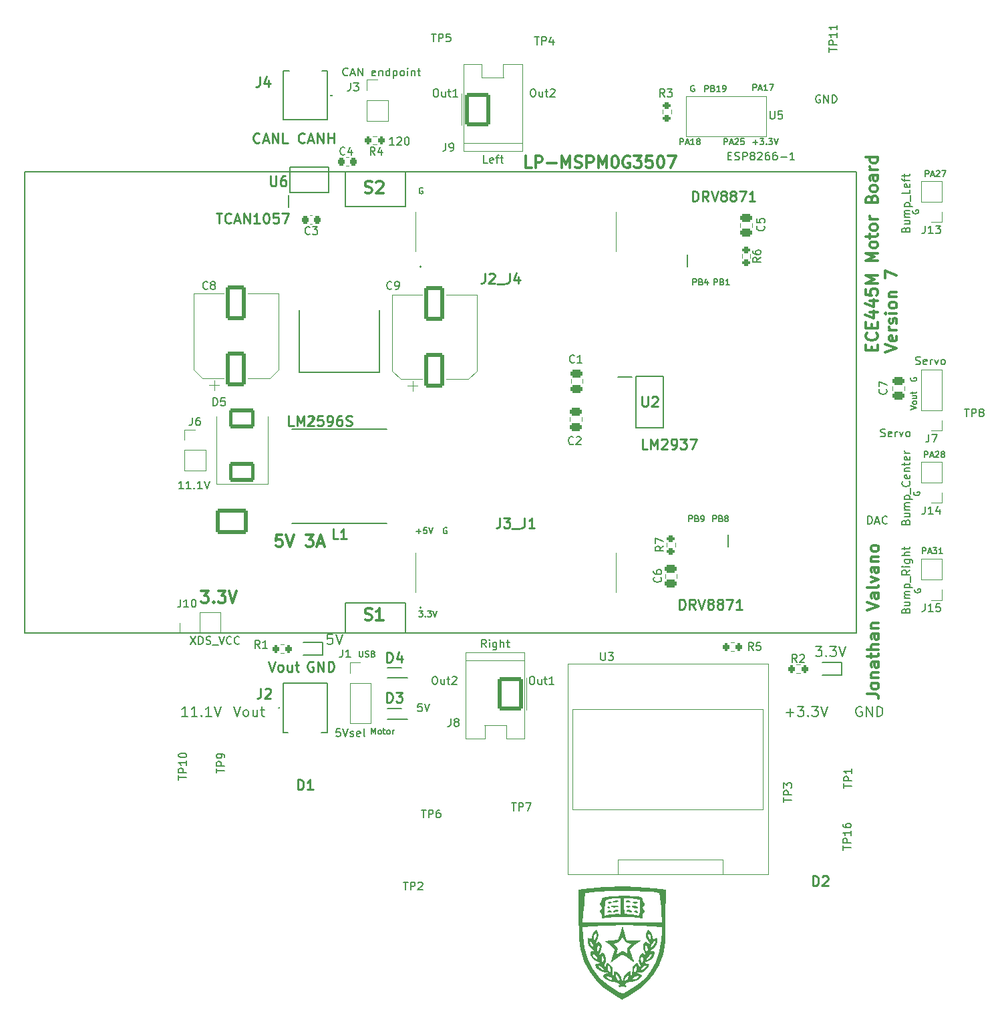
<source format=gto>
G04 #@! TF.GenerationSoftware,KiCad,Pcbnew,9.0.5*
G04 #@! TF.CreationDate,2025-12-23T11:29:20-06:00*
G04 #@! TF.ProjectId,MotorBoard,4d6f746f-7242-46f6-9172-642e6b696361,v7*
G04 #@! TF.SameCoordinates,Original*
G04 #@! TF.FileFunction,Legend,Top*
G04 #@! TF.FilePolarity,Positive*
%FSLAX46Y46*%
G04 Gerber Fmt 4.6, Leading zero omitted, Abs format (unit mm)*
G04 Created by KiCad (PCBNEW 9.0.5) date 2025-12-23 11:29:20*
%MOMM*%
%LPD*%
G01*
G04 APERTURE LIST*
G04 Aperture macros list*
%AMRoundRect*
0 Rectangle with rounded corners*
0 $1 Rounding radius*
0 $2 $3 $4 $5 $6 $7 $8 $9 X,Y pos of 4 corners*
0 Add a 4 corners polygon primitive as box body*
4,1,4,$2,$3,$4,$5,$6,$7,$8,$9,$2,$3,0*
0 Add four circle primitives for the rounded corners*
1,1,$1+$1,$2,$3*
1,1,$1+$1,$4,$5*
1,1,$1+$1,$6,$7*
1,1,$1+$1,$8,$9*
0 Add four rect primitives between the rounded corners*
20,1,$1+$1,$2,$3,$4,$5,0*
20,1,$1+$1,$4,$5,$6,$7,0*
20,1,$1+$1,$6,$7,$8,$9,0*
20,1,$1+$1,$8,$9,$2,$3,0*%
G04 Aperture macros list end*
%ADD10C,0.254000*%
%ADD11C,0.150000*%
%ADD12C,0.127000*%
%ADD13C,0.300000*%
%ADD14C,0.203200*%
%ADD15C,0.120000*%
%ADD16C,0.000000*%
%ADD17C,0.200000*%
%ADD18C,0.100000*%
%ADD19C,0.177000*%
%ADD20RoundRect,0.250000X-0.475000X0.250000X-0.475000X-0.250000X0.475000X-0.250000X0.475000X0.250000X0*%
%ADD21RoundRect,0.200000X-0.275000X0.200000X-0.275000X-0.200000X0.275000X-0.200000X0.275000X0.200000X0*%
%ADD22R,1.700000X1.700000*%
%ADD23O,1.700000X1.700000*%
%ADD24C,1.700000*%
%ADD25RoundRect,0.225000X0.225000X0.250000X-0.225000X0.250000X-0.225000X-0.250000X0.225000X-0.250000X0*%
%ADD26RoundRect,0.225000X-0.225000X-0.250000X0.225000X-0.250000X0.225000X0.250000X-0.225000X0.250000X0*%
%ADD27R,1.750000X0.950000*%
%ADD28R,1.750000X3.200000*%
%ADD29RoundRect,0.200000X-0.200000X-0.275000X0.200000X-0.275000X0.200000X0.275000X-0.200000X0.275000X0*%
%ADD30RoundRect,0.250000X0.475000X-0.250000X0.475000X0.250000X-0.475000X0.250000X-0.475000X-0.250000X0*%
%ADD31RoundRect,0.250000X-1.330000X-1.850000X1.330000X-1.850000X1.330000X1.850000X-1.330000X1.850000X0*%
%ADD32O,3.160000X4.200000*%
%ADD33RoundRect,0.250000X1.000000X-1.950000X1.000000X1.950000X-1.000000X1.950000X-1.000000X-1.950000X0*%
%ADD34R,1.778000X1.778000*%
%ADD35C,1.778000*%
%ADD36R,1.050000X0.500000*%
%ADD37C,4.318000*%
%ADD38R,3.200000X5.100000*%
%ADD39C,1.100000*%
%ADD40R,1.650000X1.650000*%
%ADD41C,1.650000*%
%ADD42R,1.000000X3.150000*%
%ADD43RoundRect,0.250000X1.330000X1.850000X-1.330000X1.850000X-1.330000X-1.850000X1.330000X-1.850000X0*%
%ADD44R,0.650000X1.525000*%
%ADD45R,3.100000X2.400000*%
%ADD46RoundRect,0.200000X0.275000X-0.200000X0.275000X0.200000X-0.275000X0.200000X-0.275000X-0.200000X0*%
%ADD47R,0.650000X1.528000*%
%ADD48R,0.800000X0.800000*%
%ADD49R,1.020000X2.160000*%
%ADD50R,10.000000X6.990000*%
%ADD51RoundRect,0.250000X1.400000X1.000000X-1.400000X1.000000X-1.400000X-1.000000X1.400000X-1.000000X0*%
%ADD52RoundRect,0.250000X-1.800000X1.330000X-1.800000X-1.330000X1.800000X-1.330000X1.800000X1.330000X0*%
%ADD53O,4.100000X3.160000*%
G04 APERTURE END LIST*
D10*
X109405247Y-82127368D02*
X108800485Y-82127368D01*
X108800485Y-82127368D02*
X108800485Y-80857368D01*
X109828580Y-82127368D02*
X109828580Y-80857368D01*
X109828580Y-80857368D02*
X110251914Y-81764511D01*
X110251914Y-81764511D02*
X110675247Y-80857368D01*
X110675247Y-80857368D02*
X110675247Y-82127368D01*
X111219533Y-80978320D02*
X111280009Y-80917844D01*
X111280009Y-80917844D02*
X111400962Y-80857368D01*
X111400962Y-80857368D02*
X111703343Y-80857368D01*
X111703343Y-80857368D02*
X111824295Y-80917844D01*
X111824295Y-80917844D02*
X111884771Y-80978320D01*
X111884771Y-80978320D02*
X111945248Y-81099272D01*
X111945248Y-81099272D02*
X111945248Y-81220225D01*
X111945248Y-81220225D02*
X111884771Y-81401653D01*
X111884771Y-81401653D02*
X111159057Y-82127368D01*
X111159057Y-82127368D02*
X111945248Y-82127368D01*
X112550010Y-82127368D02*
X112791914Y-82127368D01*
X112791914Y-82127368D02*
X112912867Y-82066892D01*
X112912867Y-82066892D02*
X112973343Y-82006415D01*
X112973343Y-82006415D02*
X113094295Y-81824987D01*
X113094295Y-81824987D02*
X113154772Y-81583082D01*
X113154772Y-81583082D02*
X113154772Y-81099272D01*
X113154772Y-81099272D02*
X113094295Y-80978320D01*
X113094295Y-80978320D02*
X113033819Y-80917844D01*
X113033819Y-80917844D02*
X112912867Y-80857368D01*
X112912867Y-80857368D02*
X112670962Y-80857368D01*
X112670962Y-80857368D02*
X112550010Y-80917844D01*
X112550010Y-80917844D02*
X112489533Y-80978320D01*
X112489533Y-80978320D02*
X112429057Y-81099272D01*
X112429057Y-81099272D02*
X112429057Y-81401653D01*
X112429057Y-81401653D02*
X112489533Y-81522606D01*
X112489533Y-81522606D02*
X112550010Y-81583082D01*
X112550010Y-81583082D02*
X112670962Y-81643558D01*
X112670962Y-81643558D02*
X112912867Y-81643558D01*
X112912867Y-81643558D02*
X113033819Y-81583082D01*
X113033819Y-81583082D02*
X113094295Y-81522606D01*
X113094295Y-81522606D02*
X113154772Y-81401653D01*
X113578105Y-80857368D02*
X114364296Y-80857368D01*
X114364296Y-80857368D02*
X113940962Y-81341177D01*
X113940962Y-81341177D02*
X114122391Y-81341177D01*
X114122391Y-81341177D02*
X114243343Y-81401653D01*
X114243343Y-81401653D02*
X114303819Y-81462130D01*
X114303819Y-81462130D02*
X114364296Y-81583082D01*
X114364296Y-81583082D02*
X114364296Y-81885463D01*
X114364296Y-81885463D02*
X114303819Y-82006415D01*
X114303819Y-82006415D02*
X114243343Y-82066892D01*
X114243343Y-82066892D02*
X114122391Y-82127368D01*
X114122391Y-82127368D02*
X113759534Y-82127368D01*
X113759534Y-82127368D02*
X113638581Y-82066892D01*
X113638581Y-82066892D02*
X113578105Y-82006415D01*
X114787629Y-80857368D02*
X115634296Y-80857368D01*
X115634296Y-80857368D02*
X115090010Y-82127368D01*
X54771057Y-52282368D02*
X55496771Y-52282368D01*
X55133914Y-53552368D02*
X55133914Y-52282368D01*
X56645819Y-53431415D02*
X56585343Y-53491892D01*
X56585343Y-53491892D02*
X56403914Y-53552368D01*
X56403914Y-53552368D02*
X56282962Y-53552368D01*
X56282962Y-53552368D02*
X56101533Y-53491892D01*
X56101533Y-53491892D02*
X55980581Y-53370939D01*
X55980581Y-53370939D02*
X55920104Y-53249987D01*
X55920104Y-53249987D02*
X55859628Y-53008082D01*
X55859628Y-53008082D02*
X55859628Y-52826653D01*
X55859628Y-52826653D02*
X55920104Y-52584749D01*
X55920104Y-52584749D02*
X55980581Y-52463796D01*
X55980581Y-52463796D02*
X56101533Y-52342844D01*
X56101533Y-52342844D02*
X56282962Y-52282368D01*
X56282962Y-52282368D02*
X56403914Y-52282368D01*
X56403914Y-52282368D02*
X56585343Y-52342844D01*
X56585343Y-52342844D02*
X56645819Y-52403320D01*
X57129628Y-53189511D02*
X57734390Y-53189511D01*
X57008676Y-53552368D02*
X57432009Y-52282368D01*
X57432009Y-52282368D02*
X57855343Y-53552368D01*
X58278675Y-53552368D02*
X58278675Y-52282368D01*
X58278675Y-52282368D02*
X59004390Y-53552368D01*
X59004390Y-53552368D02*
X59004390Y-52282368D01*
X60274390Y-53552368D02*
X59548675Y-53552368D01*
X59911532Y-53552368D02*
X59911532Y-52282368D01*
X59911532Y-52282368D02*
X59790580Y-52463796D01*
X59790580Y-52463796D02*
X59669628Y-52584749D01*
X59669628Y-52584749D02*
X59548675Y-52645225D01*
X61060580Y-52282368D02*
X61181533Y-52282368D01*
X61181533Y-52282368D02*
X61302485Y-52342844D01*
X61302485Y-52342844D02*
X61362961Y-52403320D01*
X61362961Y-52403320D02*
X61423437Y-52524272D01*
X61423437Y-52524272D02*
X61483914Y-52766177D01*
X61483914Y-52766177D02*
X61483914Y-53068558D01*
X61483914Y-53068558D02*
X61423437Y-53310463D01*
X61423437Y-53310463D02*
X61362961Y-53431415D01*
X61362961Y-53431415D02*
X61302485Y-53491892D01*
X61302485Y-53491892D02*
X61181533Y-53552368D01*
X61181533Y-53552368D02*
X61060580Y-53552368D01*
X61060580Y-53552368D02*
X60939628Y-53491892D01*
X60939628Y-53491892D02*
X60879152Y-53431415D01*
X60879152Y-53431415D02*
X60818675Y-53310463D01*
X60818675Y-53310463D02*
X60758199Y-53068558D01*
X60758199Y-53068558D02*
X60758199Y-52766177D01*
X60758199Y-52766177D02*
X60818675Y-52524272D01*
X60818675Y-52524272D02*
X60879152Y-52403320D01*
X60879152Y-52403320D02*
X60939628Y-52342844D01*
X60939628Y-52342844D02*
X61060580Y-52282368D01*
X62632961Y-52282368D02*
X62028199Y-52282368D01*
X62028199Y-52282368D02*
X61967723Y-52887130D01*
X61967723Y-52887130D02*
X62028199Y-52826653D01*
X62028199Y-52826653D02*
X62149152Y-52766177D01*
X62149152Y-52766177D02*
X62451533Y-52766177D01*
X62451533Y-52766177D02*
X62572485Y-52826653D01*
X62572485Y-52826653D02*
X62632961Y-52887130D01*
X62632961Y-52887130D02*
X62693438Y-53008082D01*
X62693438Y-53008082D02*
X62693438Y-53310463D01*
X62693438Y-53310463D02*
X62632961Y-53431415D01*
X62632961Y-53431415D02*
X62572485Y-53491892D01*
X62572485Y-53491892D02*
X62451533Y-53552368D01*
X62451533Y-53552368D02*
X62149152Y-53552368D01*
X62149152Y-53552368D02*
X62028199Y-53491892D01*
X62028199Y-53491892D02*
X61967723Y-53431415D01*
X63116771Y-52282368D02*
X63963438Y-52282368D01*
X63963438Y-52282368D02*
X63419152Y-53552368D01*
X64574247Y-79206368D02*
X63969485Y-79206368D01*
X63969485Y-79206368D02*
X63969485Y-77936368D01*
X64997580Y-79206368D02*
X64997580Y-77936368D01*
X64997580Y-77936368D02*
X65420914Y-78843511D01*
X65420914Y-78843511D02*
X65844247Y-77936368D01*
X65844247Y-77936368D02*
X65844247Y-79206368D01*
X66388533Y-78057320D02*
X66449009Y-77996844D01*
X66449009Y-77996844D02*
X66569962Y-77936368D01*
X66569962Y-77936368D02*
X66872343Y-77936368D01*
X66872343Y-77936368D02*
X66993295Y-77996844D01*
X66993295Y-77996844D02*
X67053771Y-78057320D01*
X67053771Y-78057320D02*
X67114248Y-78178272D01*
X67114248Y-78178272D02*
X67114248Y-78299225D01*
X67114248Y-78299225D02*
X67053771Y-78480653D01*
X67053771Y-78480653D02*
X66328057Y-79206368D01*
X66328057Y-79206368D02*
X67114248Y-79206368D01*
X68263295Y-77936368D02*
X67658533Y-77936368D01*
X67658533Y-77936368D02*
X67598057Y-78541130D01*
X67598057Y-78541130D02*
X67658533Y-78480653D01*
X67658533Y-78480653D02*
X67779486Y-78420177D01*
X67779486Y-78420177D02*
X68081867Y-78420177D01*
X68081867Y-78420177D02*
X68202819Y-78480653D01*
X68202819Y-78480653D02*
X68263295Y-78541130D01*
X68263295Y-78541130D02*
X68323772Y-78662082D01*
X68323772Y-78662082D02*
X68323772Y-78964463D01*
X68323772Y-78964463D02*
X68263295Y-79085415D01*
X68263295Y-79085415D02*
X68202819Y-79145892D01*
X68202819Y-79145892D02*
X68081867Y-79206368D01*
X68081867Y-79206368D02*
X67779486Y-79206368D01*
X67779486Y-79206368D02*
X67658533Y-79145892D01*
X67658533Y-79145892D02*
X67598057Y-79085415D01*
X68928534Y-79206368D02*
X69170438Y-79206368D01*
X69170438Y-79206368D02*
X69291391Y-79145892D01*
X69291391Y-79145892D02*
X69351867Y-79085415D01*
X69351867Y-79085415D02*
X69472819Y-78903987D01*
X69472819Y-78903987D02*
X69533296Y-78662082D01*
X69533296Y-78662082D02*
X69533296Y-78178272D01*
X69533296Y-78178272D02*
X69472819Y-78057320D01*
X69472819Y-78057320D02*
X69412343Y-77996844D01*
X69412343Y-77996844D02*
X69291391Y-77936368D01*
X69291391Y-77936368D02*
X69049486Y-77936368D01*
X69049486Y-77936368D02*
X68928534Y-77996844D01*
X68928534Y-77996844D02*
X68868057Y-78057320D01*
X68868057Y-78057320D02*
X68807581Y-78178272D01*
X68807581Y-78178272D02*
X68807581Y-78480653D01*
X68807581Y-78480653D02*
X68868057Y-78601606D01*
X68868057Y-78601606D02*
X68928534Y-78662082D01*
X68928534Y-78662082D02*
X69049486Y-78722558D01*
X69049486Y-78722558D02*
X69291391Y-78722558D01*
X69291391Y-78722558D02*
X69412343Y-78662082D01*
X69412343Y-78662082D02*
X69472819Y-78601606D01*
X69472819Y-78601606D02*
X69533296Y-78480653D01*
X70621867Y-77936368D02*
X70379962Y-77936368D01*
X70379962Y-77936368D02*
X70259010Y-77996844D01*
X70259010Y-77996844D02*
X70198534Y-78057320D01*
X70198534Y-78057320D02*
X70077581Y-78238749D01*
X70077581Y-78238749D02*
X70017105Y-78480653D01*
X70017105Y-78480653D02*
X70017105Y-78964463D01*
X70017105Y-78964463D02*
X70077581Y-79085415D01*
X70077581Y-79085415D02*
X70138058Y-79145892D01*
X70138058Y-79145892D02*
X70259010Y-79206368D01*
X70259010Y-79206368D02*
X70500915Y-79206368D01*
X70500915Y-79206368D02*
X70621867Y-79145892D01*
X70621867Y-79145892D02*
X70682343Y-79085415D01*
X70682343Y-79085415D02*
X70742820Y-78964463D01*
X70742820Y-78964463D02*
X70742820Y-78662082D01*
X70742820Y-78662082D02*
X70682343Y-78541130D01*
X70682343Y-78541130D02*
X70621867Y-78480653D01*
X70621867Y-78480653D02*
X70500915Y-78420177D01*
X70500915Y-78420177D02*
X70259010Y-78420177D01*
X70259010Y-78420177D02*
X70138058Y-78480653D01*
X70138058Y-78480653D02*
X70077581Y-78541130D01*
X70077581Y-78541130D02*
X70017105Y-78662082D01*
X71226629Y-79145892D02*
X71408058Y-79206368D01*
X71408058Y-79206368D02*
X71710439Y-79206368D01*
X71710439Y-79206368D02*
X71831391Y-79145892D01*
X71831391Y-79145892D02*
X71891867Y-79085415D01*
X71891867Y-79085415D02*
X71952344Y-78964463D01*
X71952344Y-78964463D02*
X71952344Y-78843511D01*
X71952344Y-78843511D02*
X71891867Y-78722558D01*
X71891867Y-78722558D02*
X71831391Y-78662082D01*
X71831391Y-78662082D02*
X71710439Y-78601606D01*
X71710439Y-78601606D02*
X71468534Y-78541130D01*
X71468534Y-78541130D02*
X71347582Y-78480653D01*
X71347582Y-78480653D02*
X71287105Y-78420177D01*
X71287105Y-78420177D02*
X71226629Y-78299225D01*
X71226629Y-78299225D02*
X71226629Y-78178272D01*
X71226629Y-78178272D02*
X71287105Y-78057320D01*
X71287105Y-78057320D02*
X71347582Y-77996844D01*
X71347582Y-77996844D02*
X71468534Y-77936368D01*
X71468534Y-77936368D02*
X71770915Y-77936368D01*
X71770915Y-77936368D02*
X71952344Y-77996844D01*
X113499485Y-102447368D02*
X113499485Y-101177368D01*
X113499485Y-101177368D02*
X113801866Y-101177368D01*
X113801866Y-101177368D02*
X113983295Y-101237844D01*
X113983295Y-101237844D02*
X114104247Y-101358796D01*
X114104247Y-101358796D02*
X114164724Y-101479749D01*
X114164724Y-101479749D02*
X114225200Y-101721653D01*
X114225200Y-101721653D02*
X114225200Y-101903082D01*
X114225200Y-101903082D02*
X114164724Y-102144987D01*
X114164724Y-102144987D02*
X114104247Y-102265939D01*
X114104247Y-102265939D02*
X113983295Y-102386892D01*
X113983295Y-102386892D02*
X113801866Y-102447368D01*
X113801866Y-102447368D02*
X113499485Y-102447368D01*
X115495200Y-102447368D02*
X115071866Y-101842606D01*
X114769485Y-102447368D02*
X114769485Y-101177368D01*
X114769485Y-101177368D02*
X115253295Y-101177368D01*
X115253295Y-101177368D02*
X115374247Y-101237844D01*
X115374247Y-101237844D02*
X115434724Y-101298320D01*
X115434724Y-101298320D02*
X115495200Y-101419272D01*
X115495200Y-101419272D02*
X115495200Y-101600701D01*
X115495200Y-101600701D02*
X115434724Y-101721653D01*
X115434724Y-101721653D02*
X115374247Y-101782130D01*
X115374247Y-101782130D02*
X115253295Y-101842606D01*
X115253295Y-101842606D02*
X114769485Y-101842606D01*
X115858057Y-101177368D02*
X116281390Y-102447368D01*
X116281390Y-102447368D02*
X116704724Y-101177368D01*
X117309485Y-101721653D02*
X117188533Y-101661177D01*
X117188533Y-101661177D02*
X117128056Y-101600701D01*
X117128056Y-101600701D02*
X117067580Y-101479749D01*
X117067580Y-101479749D02*
X117067580Y-101419272D01*
X117067580Y-101419272D02*
X117128056Y-101298320D01*
X117128056Y-101298320D02*
X117188533Y-101237844D01*
X117188533Y-101237844D02*
X117309485Y-101177368D01*
X117309485Y-101177368D02*
X117551390Y-101177368D01*
X117551390Y-101177368D02*
X117672342Y-101237844D01*
X117672342Y-101237844D02*
X117732818Y-101298320D01*
X117732818Y-101298320D02*
X117793295Y-101419272D01*
X117793295Y-101419272D02*
X117793295Y-101479749D01*
X117793295Y-101479749D02*
X117732818Y-101600701D01*
X117732818Y-101600701D02*
X117672342Y-101661177D01*
X117672342Y-101661177D02*
X117551390Y-101721653D01*
X117551390Y-101721653D02*
X117309485Y-101721653D01*
X117309485Y-101721653D02*
X117188533Y-101782130D01*
X117188533Y-101782130D02*
X117128056Y-101842606D01*
X117128056Y-101842606D02*
X117067580Y-101963558D01*
X117067580Y-101963558D02*
X117067580Y-102205463D01*
X117067580Y-102205463D02*
X117128056Y-102326415D01*
X117128056Y-102326415D02*
X117188533Y-102386892D01*
X117188533Y-102386892D02*
X117309485Y-102447368D01*
X117309485Y-102447368D02*
X117551390Y-102447368D01*
X117551390Y-102447368D02*
X117672342Y-102386892D01*
X117672342Y-102386892D02*
X117732818Y-102326415D01*
X117732818Y-102326415D02*
X117793295Y-102205463D01*
X117793295Y-102205463D02*
X117793295Y-101963558D01*
X117793295Y-101963558D02*
X117732818Y-101842606D01*
X117732818Y-101842606D02*
X117672342Y-101782130D01*
X117672342Y-101782130D02*
X117551390Y-101721653D01*
X118519009Y-101721653D02*
X118398057Y-101661177D01*
X118398057Y-101661177D02*
X118337580Y-101600701D01*
X118337580Y-101600701D02*
X118277104Y-101479749D01*
X118277104Y-101479749D02*
X118277104Y-101419272D01*
X118277104Y-101419272D02*
X118337580Y-101298320D01*
X118337580Y-101298320D02*
X118398057Y-101237844D01*
X118398057Y-101237844D02*
X118519009Y-101177368D01*
X118519009Y-101177368D02*
X118760914Y-101177368D01*
X118760914Y-101177368D02*
X118881866Y-101237844D01*
X118881866Y-101237844D02*
X118942342Y-101298320D01*
X118942342Y-101298320D02*
X119002819Y-101419272D01*
X119002819Y-101419272D02*
X119002819Y-101479749D01*
X119002819Y-101479749D02*
X118942342Y-101600701D01*
X118942342Y-101600701D02*
X118881866Y-101661177D01*
X118881866Y-101661177D02*
X118760914Y-101721653D01*
X118760914Y-101721653D02*
X118519009Y-101721653D01*
X118519009Y-101721653D02*
X118398057Y-101782130D01*
X118398057Y-101782130D02*
X118337580Y-101842606D01*
X118337580Y-101842606D02*
X118277104Y-101963558D01*
X118277104Y-101963558D02*
X118277104Y-102205463D01*
X118277104Y-102205463D02*
X118337580Y-102326415D01*
X118337580Y-102326415D02*
X118398057Y-102386892D01*
X118398057Y-102386892D02*
X118519009Y-102447368D01*
X118519009Y-102447368D02*
X118760914Y-102447368D01*
X118760914Y-102447368D02*
X118881866Y-102386892D01*
X118881866Y-102386892D02*
X118942342Y-102326415D01*
X118942342Y-102326415D02*
X119002819Y-102205463D01*
X119002819Y-102205463D02*
X119002819Y-101963558D01*
X119002819Y-101963558D02*
X118942342Y-101842606D01*
X118942342Y-101842606D02*
X118881866Y-101782130D01*
X118881866Y-101782130D02*
X118760914Y-101721653D01*
X119426152Y-101177368D02*
X120272819Y-101177368D01*
X120272819Y-101177368D02*
X119728533Y-102447368D01*
X121421867Y-102447368D02*
X120696152Y-102447368D01*
X121059009Y-102447368D02*
X121059009Y-101177368D01*
X121059009Y-101177368D02*
X120938057Y-101358796D01*
X120938057Y-101358796D02*
X120817105Y-101479749D01*
X120817105Y-101479749D02*
X120696152Y-101540225D01*
X115150485Y-50758368D02*
X115150485Y-49488368D01*
X115150485Y-49488368D02*
X115452866Y-49488368D01*
X115452866Y-49488368D02*
X115634295Y-49548844D01*
X115634295Y-49548844D02*
X115755247Y-49669796D01*
X115755247Y-49669796D02*
X115815724Y-49790749D01*
X115815724Y-49790749D02*
X115876200Y-50032653D01*
X115876200Y-50032653D02*
X115876200Y-50214082D01*
X115876200Y-50214082D02*
X115815724Y-50455987D01*
X115815724Y-50455987D02*
X115755247Y-50576939D01*
X115755247Y-50576939D02*
X115634295Y-50697892D01*
X115634295Y-50697892D02*
X115452866Y-50758368D01*
X115452866Y-50758368D02*
X115150485Y-50758368D01*
X117146200Y-50758368D02*
X116722866Y-50153606D01*
X116420485Y-50758368D02*
X116420485Y-49488368D01*
X116420485Y-49488368D02*
X116904295Y-49488368D01*
X116904295Y-49488368D02*
X117025247Y-49548844D01*
X117025247Y-49548844D02*
X117085724Y-49609320D01*
X117085724Y-49609320D02*
X117146200Y-49730272D01*
X117146200Y-49730272D02*
X117146200Y-49911701D01*
X117146200Y-49911701D02*
X117085724Y-50032653D01*
X117085724Y-50032653D02*
X117025247Y-50093130D01*
X117025247Y-50093130D02*
X116904295Y-50153606D01*
X116904295Y-50153606D02*
X116420485Y-50153606D01*
X117509057Y-49488368D02*
X117932390Y-50758368D01*
X117932390Y-50758368D02*
X118355724Y-49488368D01*
X118960485Y-50032653D02*
X118839533Y-49972177D01*
X118839533Y-49972177D02*
X118779056Y-49911701D01*
X118779056Y-49911701D02*
X118718580Y-49790749D01*
X118718580Y-49790749D02*
X118718580Y-49730272D01*
X118718580Y-49730272D02*
X118779056Y-49609320D01*
X118779056Y-49609320D02*
X118839533Y-49548844D01*
X118839533Y-49548844D02*
X118960485Y-49488368D01*
X118960485Y-49488368D02*
X119202390Y-49488368D01*
X119202390Y-49488368D02*
X119323342Y-49548844D01*
X119323342Y-49548844D02*
X119383818Y-49609320D01*
X119383818Y-49609320D02*
X119444295Y-49730272D01*
X119444295Y-49730272D02*
X119444295Y-49790749D01*
X119444295Y-49790749D02*
X119383818Y-49911701D01*
X119383818Y-49911701D02*
X119323342Y-49972177D01*
X119323342Y-49972177D02*
X119202390Y-50032653D01*
X119202390Y-50032653D02*
X118960485Y-50032653D01*
X118960485Y-50032653D02*
X118839533Y-50093130D01*
X118839533Y-50093130D02*
X118779056Y-50153606D01*
X118779056Y-50153606D02*
X118718580Y-50274558D01*
X118718580Y-50274558D02*
X118718580Y-50516463D01*
X118718580Y-50516463D02*
X118779056Y-50637415D01*
X118779056Y-50637415D02*
X118839533Y-50697892D01*
X118839533Y-50697892D02*
X118960485Y-50758368D01*
X118960485Y-50758368D02*
X119202390Y-50758368D01*
X119202390Y-50758368D02*
X119323342Y-50697892D01*
X119323342Y-50697892D02*
X119383818Y-50637415D01*
X119383818Y-50637415D02*
X119444295Y-50516463D01*
X119444295Y-50516463D02*
X119444295Y-50274558D01*
X119444295Y-50274558D02*
X119383818Y-50153606D01*
X119383818Y-50153606D02*
X119323342Y-50093130D01*
X119323342Y-50093130D02*
X119202390Y-50032653D01*
X120170009Y-50032653D02*
X120049057Y-49972177D01*
X120049057Y-49972177D02*
X119988580Y-49911701D01*
X119988580Y-49911701D02*
X119928104Y-49790749D01*
X119928104Y-49790749D02*
X119928104Y-49730272D01*
X119928104Y-49730272D02*
X119988580Y-49609320D01*
X119988580Y-49609320D02*
X120049057Y-49548844D01*
X120049057Y-49548844D02*
X120170009Y-49488368D01*
X120170009Y-49488368D02*
X120411914Y-49488368D01*
X120411914Y-49488368D02*
X120532866Y-49548844D01*
X120532866Y-49548844D02*
X120593342Y-49609320D01*
X120593342Y-49609320D02*
X120653819Y-49730272D01*
X120653819Y-49730272D02*
X120653819Y-49790749D01*
X120653819Y-49790749D02*
X120593342Y-49911701D01*
X120593342Y-49911701D02*
X120532866Y-49972177D01*
X120532866Y-49972177D02*
X120411914Y-50032653D01*
X120411914Y-50032653D02*
X120170009Y-50032653D01*
X120170009Y-50032653D02*
X120049057Y-50093130D01*
X120049057Y-50093130D02*
X119988580Y-50153606D01*
X119988580Y-50153606D02*
X119928104Y-50274558D01*
X119928104Y-50274558D02*
X119928104Y-50516463D01*
X119928104Y-50516463D02*
X119988580Y-50637415D01*
X119988580Y-50637415D02*
X120049057Y-50697892D01*
X120049057Y-50697892D02*
X120170009Y-50758368D01*
X120170009Y-50758368D02*
X120411914Y-50758368D01*
X120411914Y-50758368D02*
X120532866Y-50697892D01*
X120532866Y-50697892D02*
X120593342Y-50637415D01*
X120593342Y-50637415D02*
X120653819Y-50516463D01*
X120653819Y-50516463D02*
X120653819Y-50274558D01*
X120653819Y-50274558D02*
X120593342Y-50153606D01*
X120593342Y-50153606D02*
X120532866Y-50093130D01*
X120532866Y-50093130D02*
X120411914Y-50032653D01*
X121077152Y-49488368D02*
X121923819Y-49488368D01*
X121923819Y-49488368D02*
X121379533Y-50758368D01*
X123072867Y-50758368D02*
X122347152Y-50758368D01*
X122710009Y-50758368D02*
X122710009Y-49488368D01*
X122710009Y-49488368D02*
X122589057Y-49669796D01*
X122589057Y-49669796D02*
X122468105Y-49790749D01*
X122468105Y-49790749D02*
X122347152Y-49851225D01*
D11*
X71120000Y-46990000D02*
X78740000Y-46990000D01*
X78740000Y-51435000D01*
X71120000Y-51435000D01*
X71120000Y-46990000D01*
X30480000Y-46990000D02*
X135890000Y-46990000D01*
X135890000Y-105410000D01*
X30480000Y-105410000D01*
X30480000Y-46990000D01*
X71120000Y-101600000D02*
X78740000Y-101600000D01*
X78740000Y-105410000D01*
X71120000Y-105410000D01*
X71120000Y-101600000D01*
D12*
X80147980Y-92573856D02*
X80728552Y-92573856D01*
X80438266Y-92864141D02*
X80438266Y-92283570D01*
X81454266Y-92102141D02*
X81091409Y-92102141D01*
X81091409Y-92102141D02*
X81055123Y-92464998D01*
X81055123Y-92464998D02*
X81091409Y-92428713D01*
X81091409Y-92428713D02*
X81163981Y-92392427D01*
X81163981Y-92392427D02*
X81345409Y-92392427D01*
X81345409Y-92392427D02*
X81417981Y-92428713D01*
X81417981Y-92428713D02*
X81454266Y-92464998D01*
X81454266Y-92464998D02*
X81490552Y-92537570D01*
X81490552Y-92537570D02*
X81490552Y-92718998D01*
X81490552Y-92718998D02*
X81454266Y-92791570D01*
X81454266Y-92791570D02*
X81417981Y-92827856D01*
X81417981Y-92827856D02*
X81345409Y-92864141D01*
X81345409Y-92864141D02*
X81163981Y-92864141D01*
X81163981Y-92864141D02*
X81091409Y-92827856D01*
X81091409Y-92827856D02*
X81055123Y-92791570D01*
X81708266Y-92102141D02*
X81962266Y-92864141D01*
X81962266Y-92864141D02*
X82216266Y-92102141D01*
X142775141Y-77186876D02*
X143537141Y-76932876D01*
X143537141Y-76932876D02*
X142775141Y-76678876D01*
X143537141Y-76316019D02*
X143500856Y-76388590D01*
X143500856Y-76388590D02*
X143464570Y-76424876D01*
X143464570Y-76424876D02*
X143391998Y-76461162D01*
X143391998Y-76461162D02*
X143174284Y-76461162D01*
X143174284Y-76461162D02*
X143101713Y-76424876D01*
X143101713Y-76424876D02*
X143065427Y-76388590D01*
X143065427Y-76388590D02*
X143029141Y-76316019D01*
X143029141Y-76316019D02*
X143029141Y-76207162D01*
X143029141Y-76207162D02*
X143065427Y-76134590D01*
X143065427Y-76134590D02*
X143101713Y-76098305D01*
X143101713Y-76098305D02*
X143174284Y-76062019D01*
X143174284Y-76062019D02*
X143391998Y-76062019D01*
X143391998Y-76062019D02*
X143464570Y-76098305D01*
X143464570Y-76098305D02*
X143500856Y-76134590D01*
X143500856Y-76134590D02*
X143537141Y-76207162D01*
X143537141Y-76207162D02*
X143537141Y-76316019D01*
X143029141Y-75408876D02*
X143537141Y-75408876D01*
X143029141Y-75735447D02*
X143428284Y-75735447D01*
X143428284Y-75735447D02*
X143500856Y-75699161D01*
X143500856Y-75699161D02*
X143537141Y-75626590D01*
X143537141Y-75626590D02*
X143537141Y-75517733D01*
X143537141Y-75517733D02*
X143500856Y-75445161D01*
X143500856Y-75445161D02*
X143464570Y-75408876D01*
X143029141Y-75154875D02*
X143029141Y-74864589D01*
X142775141Y-75046018D02*
X143428284Y-75046018D01*
X143428284Y-75046018D02*
X143500856Y-75009732D01*
X143500856Y-75009732D02*
X143537141Y-74937161D01*
X143537141Y-74937161D02*
X143537141Y-74864589D01*
X113548980Y-43588141D02*
X113548980Y-42826141D01*
X113548980Y-42826141D02*
X113839266Y-42826141D01*
X113839266Y-42826141D02*
X113911837Y-42862427D01*
X113911837Y-42862427D02*
X113948123Y-42898713D01*
X113948123Y-42898713D02*
X113984409Y-42971284D01*
X113984409Y-42971284D02*
X113984409Y-43080141D01*
X113984409Y-43080141D02*
X113948123Y-43152713D01*
X113948123Y-43152713D02*
X113911837Y-43188998D01*
X113911837Y-43188998D02*
X113839266Y-43225284D01*
X113839266Y-43225284D02*
X113548980Y-43225284D01*
X114274694Y-43370427D02*
X114637552Y-43370427D01*
X114202123Y-43588141D02*
X114456123Y-42826141D01*
X114456123Y-42826141D02*
X114710123Y-43588141D01*
X115363266Y-43588141D02*
X114927837Y-43588141D01*
X115145552Y-43588141D02*
X115145552Y-42826141D01*
X115145552Y-42826141D02*
X115072980Y-42934998D01*
X115072980Y-42934998D02*
X115000409Y-43007570D01*
X115000409Y-43007570D02*
X114927837Y-43043856D01*
X115798694Y-43152713D02*
X115726123Y-43116427D01*
X115726123Y-43116427D02*
X115689837Y-43080141D01*
X115689837Y-43080141D02*
X115653551Y-43007570D01*
X115653551Y-43007570D02*
X115653551Y-42971284D01*
X115653551Y-42971284D02*
X115689837Y-42898713D01*
X115689837Y-42898713D02*
X115726123Y-42862427D01*
X115726123Y-42862427D02*
X115798694Y-42826141D01*
X115798694Y-42826141D02*
X115943837Y-42826141D01*
X115943837Y-42826141D02*
X116016409Y-42862427D01*
X116016409Y-42862427D02*
X116052694Y-42898713D01*
X116052694Y-42898713D02*
X116088980Y-42971284D01*
X116088980Y-42971284D02*
X116088980Y-43007570D01*
X116088980Y-43007570D02*
X116052694Y-43080141D01*
X116052694Y-43080141D02*
X116016409Y-43116427D01*
X116016409Y-43116427D02*
X115943837Y-43152713D01*
X115943837Y-43152713D02*
X115798694Y-43152713D01*
X115798694Y-43152713D02*
X115726123Y-43188998D01*
X115726123Y-43188998D02*
X115689837Y-43225284D01*
X115689837Y-43225284D02*
X115653551Y-43297856D01*
X115653551Y-43297856D02*
X115653551Y-43442998D01*
X115653551Y-43442998D02*
X115689837Y-43515570D01*
X115689837Y-43515570D02*
X115726123Y-43551856D01*
X115726123Y-43551856D02*
X115798694Y-43588141D01*
X115798694Y-43588141D02*
X115943837Y-43588141D01*
X115943837Y-43588141D02*
X116016409Y-43551856D01*
X116016409Y-43551856D02*
X116052694Y-43515570D01*
X116052694Y-43515570D02*
X116088980Y-43442998D01*
X116088980Y-43442998D02*
X116088980Y-43297856D01*
X116088980Y-43297856D02*
X116052694Y-43225284D01*
X116052694Y-43225284D02*
X116016409Y-43188998D01*
X116016409Y-43188998D02*
X115943837Y-43152713D01*
X80456409Y-102643141D02*
X80928123Y-102643141D01*
X80928123Y-102643141D02*
X80674123Y-102933427D01*
X80674123Y-102933427D02*
X80782980Y-102933427D01*
X80782980Y-102933427D02*
X80855552Y-102969713D01*
X80855552Y-102969713D02*
X80891837Y-103005998D01*
X80891837Y-103005998D02*
X80928123Y-103078570D01*
X80928123Y-103078570D02*
X80928123Y-103259998D01*
X80928123Y-103259998D02*
X80891837Y-103332570D01*
X80891837Y-103332570D02*
X80855552Y-103368856D01*
X80855552Y-103368856D02*
X80782980Y-103405141D01*
X80782980Y-103405141D02*
X80565266Y-103405141D01*
X80565266Y-103405141D02*
X80492694Y-103368856D01*
X80492694Y-103368856D02*
X80456409Y-103332570D01*
X81254694Y-103332570D02*
X81290980Y-103368856D01*
X81290980Y-103368856D02*
X81254694Y-103405141D01*
X81254694Y-103405141D02*
X81218408Y-103368856D01*
X81218408Y-103368856D02*
X81254694Y-103332570D01*
X81254694Y-103332570D02*
X81254694Y-103405141D01*
X81544980Y-102643141D02*
X82016694Y-102643141D01*
X82016694Y-102643141D02*
X81762694Y-102933427D01*
X81762694Y-102933427D02*
X81871551Y-102933427D01*
X81871551Y-102933427D02*
X81944123Y-102969713D01*
X81944123Y-102969713D02*
X81980408Y-103005998D01*
X81980408Y-103005998D02*
X82016694Y-103078570D01*
X82016694Y-103078570D02*
X82016694Y-103259998D01*
X82016694Y-103259998D02*
X81980408Y-103332570D01*
X81980408Y-103332570D02*
X81944123Y-103368856D01*
X81944123Y-103368856D02*
X81871551Y-103405141D01*
X81871551Y-103405141D02*
X81653837Y-103405141D01*
X81653837Y-103405141D02*
X81581265Y-103368856D01*
X81581265Y-103368856D02*
X81544980Y-103332570D01*
X82234408Y-102643141D02*
X82488408Y-103405141D01*
X82488408Y-103405141D02*
X82742408Y-102643141D01*
X119136980Y-43588141D02*
X119136980Y-42826141D01*
X119136980Y-42826141D02*
X119427266Y-42826141D01*
X119427266Y-42826141D02*
X119499837Y-42862427D01*
X119499837Y-42862427D02*
X119536123Y-42898713D01*
X119536123Y-42898713D02*
X119572409Y-42971284D01*
X119572409Y-42971284D02*
X119572409Y-43080141D01*
X119572409Y-43080141D02*
X119536123Y-43152713D01*
X119536123Y-43152713D02*
X119499837Y-43188998D01*
X119499837Y-43188998D02*
X119427266Y-43225284D01*
X119427266Y-43225284D02*
X119136980Y-43225284D01*
X119862694Y-43370427D02*
X120225552Y-43370427D01*
X119790123Y-43588141D02*
X120044123Y-42826141D01*
X120044123Y-42826141D02*
X120298123Y-43588141D01*
X120515837Y-42898713D02*
X120552123Y-42862427D01*
X120552123Y-42862427D02*
X120624695Y-42826141D01*
X120624695Y-42826141D02*
X120806123Y-42826141D01*
X120806123Y-42826141D02*
X120878695Y-42862427D01*
X120878695Y-42862427D02*
X120914980Y-42898713D01*
X120914980Y-42898713D02*
X120951266Y-42971284D01*
X120951266Y-42971284D02*
X120951266Y-43043856D01*
X120951266Y-43043856D02*
X120914980Y-43152713D01*
X120914980Y-43152713D02*
X120479552Y-43588141D01*
X120479552Y-43588141D02*
X120951266Y-43588141D01*
X121640694Y-42826141D02*
X121277837Y-42826141D01*
X121277837Y-42826141D02*
X121241551Y-43188998D01*
X121241551Y-43188998D02*
X121277837Y-43152713D01*
X121277837Y-43152713D02*
X121350409Y-43116427D01*
X121350409Y-43116427D02*
X121531837Y-43116427D01*
X121531837Y-43116427D02*
X121604409Y-43152713D01*
X121604409Y-43152713D02*
X121640694Y-43188998D01*
X121640694Y-43188998D02*
X121676980Y-43261570D01*
X121676980Y-43261570D02*
X121676980Y-43442998D01*
X121676980Y-43442998D02*
X121640694Y-43515570D01*
X121640694Y-43515570D02*
X121604409Y-43551856D01*
X121604409Y-43551856D02*
X121531837Y-43588141D01*
X121531837Y-43588141D02*
X121350409Y-43588141D01*
X121350409Y-43588141D02*
X121277837Y-43551856D01*
X121277837Y-43551856D02*
X121241551Y-43515570D01*
D13*
X73635082Y-103742400D02*
X73849368Y-103813828D01*
X73849368Y-103813828D02*
X74206510Y-103813828D01*
X74206510Y-103813828D02*
X74349368Y-103742400D01*
X74349368Y-103742400D02*
X74420796Y-103670971D01*
X74420796Y-103670971D02*
X74492225Y-103528114D01*
X74492225Y-103528114D02*
X74492225Y-103385257D01*
X74492225Y-103385257D02*
X74420796Y-103242400D01*
X74420796Y-103242400D02*
X74349368Y-103170971D01*
X74349368Y-103170971D02*
X74206510Y-103099542D01*
X74206510Y-103099542D02*
X73920796Y-103028114D01*
X73920796Y-103028114D02*
X73777939Y-102956685D01*
X73777939Y-102956685D02*
X73706510Y-102885257D01*
X73706510Y-102885257D02*
X73635082Y-102742400D01*
X73635082Y-102742400D02*
X73635082Y-102599542D01*
X73635082Y-102599542D02*
X73706510Y-102456685D01*
X73706510Y-102456685D02*
X73777939Y-102385257D01*
X73777939Y-102385257D02*
X73920796Y-102313828D01*
X73920796Y-102313828D02*
X74277939Y-102313828D01*
X74277939Y-102313828D02*
X74492225Y-102385257D01*
X75920796Y-103813828D02*
X75063653Y-103813828D01*
X75492224Y-103813828D02*
X75492224Y-102313828D01*
X75492224Y-102313828D02*
X75349367Y-102528114D01*
X75349367Y-102528114D02*
X75206510Y-102670971D01*
X75206510Y-102670971D02*
X75063653Y-102742400D01*
X73635082Y-49640400D02*
X73849368Y-49711828D01*
X73849368Y-49711828D02*
X74206510Y-49711828D01*
X74206510Y-49711828D02*
X74349368Y-49640400D01*
X74349368Y-49640400D02*
X74420796Y-49568971D01*
X74420796Y-49568971D02*
X74492225Y-49426114D01*
X74492225Y-49426114D02*
X74492225Y-49283257D01*
X74492225Y-49283257D02*
X74420796Y-49140400D01*
X74420796Y-49140400D02*
X74349368Y-49068971D01*
X74349368Y-49068971D02*
X74206510Y-48997542D01*
X74206510Y-48997542D02*
X73920796Y-48926114D01*
X73920796Y-48926114D02*
X73777939Y-48854685D01*
X73777939Y-48854685D02*
X73706510Y-48783257D01*
X73706510Y-48783257D02*
X73635082Y-48640400D01*
X73635082Y-48640400D02*
X73635082Y-48497542D01*
X73635082Y-48497542D02*
X73706510Y-48354685D01*
X73706510Y-48354685D02*
X73777939Y-48283257D01*
X73777939Y-48283257D02*
X73920796Y-48211828D01*
X73920796Y-48211828D02*
X74277939Y-48211828D01*
X74277939Y-48211828D02*
X74492225Y-48283257D01*
X75063653Y-48354685D02*
X75135081Y-48283257D01*
X75135081Y-48283257D02*
X75277939Y-48211828D01*
X75277939Y-48211828D02*
X75635081Y-48211828D01*
X75635081Y-48211828D02*
X75777939Y-48283257D01*
X75777939Y-48283257D02*
X75849367Y-48354685D01*
X75849367Y-48354685D02*
X75920796Y-48497542D01*
X75920796Y-48497542D02*
X75920796Y-48640400D01*
X75920796Y-48640400D02*
X75849367Y-48854685D01*
X75849367Y-48854685D02*
X74992224Y-49711828D01*
X74992224Y-49711828D02*
X75920796Y-49711828D01*
D12*
X115199980Y-61368141D02*
X115199980Y-60606141D01*
X115199980Y-60606141D02*
X115490266Y-60606141D01*
X115490266Y-60606141D02*
X115562837Y-60642427D01*
X115562837Y-60642427D02*
X115599123Y-60678713D01*
X115599123Y-60678713D02*
X115635409Y-60751284D01*
X115635409Y-60751284D02*
X115635409Y-60860141D01*
X115635409Y-60860141D02*
X115599123Y-60932713D01*
X115599123Y-60932713D02*
X115562837Y-60968998D01*
X115562837Y-60968998D02*
X115490266Y-61005284D01*
X115490266Y-61005284D02*
X115199980Y-61005284D01*
X116215980Y-60968998D02*
X116324837Y-61005284D01*
X116324837Y-61005284D02*
X116361123Y-61041570D01*
X116361123Y-61041570D02*
X116397409Y-61114141D01*
X116397409Y-61114141D02*
X116397409Y-61222998D01*
X116397409Y-61222998D02*
X116361123Y-61295570D01*
X116361123Y-61295570D02*
X116324837Y-61331856D01*
X116324837Y-61331856D02*
X116252266Y-61368141D01*
X116252266Y-61368141D02*
X115961980Y-61368141D01*
X115961980Y-61368141D02*
X115961980Y-60606141D01*
X115961980Y-60606141D02*
X116215980Y-60606141D01*
X116215980Y-60606141D02*
X116288552Y-60642427D01*
X116288552Y-60642427D02*
X116324837Y-60678713D01*
X116324837Y-60678713D02*
X116361123Y-60751284D01*
X116361123Y-60751284D02*
X116361123Y-60823856D01*
X116361123Y-60823856D02*
X116324837Y-60896427D01*
X116324837Y-60896427D02*
X116288552Y-60932713D01*
X116288552Y-60932713D02*
X116215980Y-60968998D01*
X116215980Y-60968998D02*
X115961980Y-60968998D01*
X117050552Y-60860141D02*
X117050552Y-61368141D01*
X116869123Y-60569856D02*
X116687694Y-61114141D01*
X116687694Y-61114141D02*
X117159409Y-61114141D01*
X144663980Y-47652141D02*
X144663980Y-46890141D01*
X144663980Y-46890141D02*
X144954266Y-46890141D01*
X144954266Y-46890141D02*
X145026837Y-46926427D01*
X145026837Y-46926427D02*
X145063123Y-46962713D01*
X145063123Y-46962713D02*
X145099409Y-47035284D01*
X145099409Y-47035284D02*
X145099409Y-47144141D01*
X145099409Y-47144141D02*
X145063123Y-47216713D01*
X145063123Y-47216713D02*
X145026837Y-47252998D01*
X145026837Y-47252998D02*
X144954266Y-47289284D01*
X144954266Y-47289284D02*
X144663980Y-47289284D01*
X145389694Y-47434427D02*
X145752552Y-47434427D01*
X145317123Y-47652141D02*
X145571123Y-46890141D01*
X145571123Y-46890141D02*
X145825123Y-47652141D01*
X146042837Y-46962713D02*
X146079123Y-46926427D01*
X146079123Y-46926427D02*
X146151695Y-46890141D01*
X146151695Y-46890141D02*
X146333123Y-46890141D01*
X146333123Y-46890141D02*
X146405695Y-46926427D01*
X146405695Y-46926427D02*
X146441980Y-46962713D01*
X146441980Y-46962713D02*
X146478266Y-47035284D01*
X146478266Y-47035284D02*
X146478266Y-47107856D01*
X146478266Y-47107856D02*
X146441980Y-47216713D01*
X146441980Y-47216713D02*
X146006552Y-47652141D01*
X146006552Y-47652141D02*
X146478266Y-47652141D01*
X146732266Y-46890141D02*
X147240266Y-46890141D01*
X147240266Y-46890141D02*
X146913694Y-47652141D01*
X143319427Y-99919876D02*
X143283141Y-99992448D01*
X143283141Y-99992448D02*
X143283141Y-100101305D01*
X143283141Y-100101305D02*
X143319427Y-100210162D01*
X143319427Y-100210162D02*
X143391998Y-100282733D01*
X143391998Y-100282733D02*
X143464570Y-100319019D01*
X143464570Y-100319019D02*
X143609713Y-100355305D01*
X143609713Y-100355305D02*
X143718570Y-100355305D01*
X143718570Y-100355305D02*
X143863713Y-100319019D01*
X143863713Y-100319019D02*
X143936284Y-100282733D01*
X143936284Y-100282733D02*
X144008856Y-100210162D01*
X144008856Y-100210162D02*
X144045141Y-100101305D01*
X144045141Y-100101305D02*
X144045141Y-100028733D01*
X144045141Y-100028733D02*
X144008856Y-99919876D01*
X144008856Y-99919876D02*
X143972570Y-99883590D01*
X143972570Y-99883590D02*
X143718570Y-99883590D01*
X143718570Y-99883590D02*
X143718570Y-100028733D01*
X83976123Y-92138427D02*
X83903552Y-92102141D01*
X83903552Y-92102141D02*
X83794694Y-92102141D01*
X83794694Y-92102141D02*
X83685837Y-92138427D01*
X83685837Y-92138427D02*
X83613266Y-92210998D01*
X83613266Y-92210998D02*
X83576980Y-92283570D01*
X83576980Y-92283570D02*
X83540694Y-92428713D01*
X83540694Y-92428713D02*
X83540694Y-92537570D01*
X83540694Y-92537570D02*
X83576980Y-92682713D01*
X83576980Y-92682713D02*
X83613266Y-92755284D01*
X83613266Y-92755284D02*
X83685837Y-92827856D01*
X83685837Y-92827856D02*
X83794694Y-92864141D01*
X83794694Y-92864141D02*
X83867266Y-92864141D01*
X83867266Y-92864141D02*
X83976123Y-92827856D01*
X83976123Y-92827856D02*
X84012409Y-92791570D01*
X84012409Y-92791570D02*
X84012409Y-92537570D01*
X84012409Y-92537570D02*
X83867266Y-92537570D01*
X144536980Y-83212141D02*
X144536980Y-82450141D01*
X144536980Y-82450141D02*
X144827266Y-82450141D01*
X144827266Y-82450141D02*
X144899837Y-82486427D01*
X144899837Y-82486427D02*
X144936123Y-82522713D01*
X144936123Y-82522713D02*
X144972409Y-82595284D01*
X144972409Y-82595284D02*
X144972409Y-82704141D01*
X144972409Y-82704141D02*
X144936123Y-82776713D01*
X144936123Y-82776713D02*
X144899837Y-82812998D01*
X144899837Y-82812998D02*
X144827266Y-82849284D01*
X144827266Y-82849284D02*
X144536980Y-82849284D01*
X145262694Y-82994427D02*
X145625552Y-82994427D01*
X145190123Y-83212141D02*
X145444123Y-82450141D01*
X145444123Y-82450141D02*
X145698123Y-83212141D01*
X145915837Y-82522713D02*
X145952123Y-82486427D01*
X145952123Y-82486427D02*
X146024695Y-82450141D01*
X146024695Y-82450141D02*
X146206123Y-82450141D01*
X146206123Y-82450141D02*
X146278695Y-82486427D01*
X146278695Y-82486427D02*
X146314980Y-82522713D01*
X146314980Y-82522713D02*
X146351266Y-82595284D01*
X146351266Y-82595284D02*
X146351266Y-82667856D01*
X146351266Y-82667856D02*
X146314980Y-82776713D01*
X146314980Y-82776713D02*
X145879552Y-83212141D01*
X145879552Y-83212141D02*
X146351266Y-83212141D01*
X146786694Y-82776713D02*
X146714123Y-82740427D01*
X146714123Y-82740427D02*
X146677837Y-82704141D01*
X146677837Y-82704141D02*
X146641551Y-82631570D01*
X146641551Y-82631570D02*
X146641551Y-82595284D01*
X146641551Y-82595284D02*
X146677837Y-82522713D01*
X146677837Y-82522713D02*
X146714123Y-82486427D01*
X146714123Y-82486427D02*
X146786694Y-82450141D01*
X146786694Y-82450141D02*
X146931837Y-82450141D01*
X146931837Y-82450141D02*
X147004409Y-82486427D01*
X147004409Y-82486427D02*
X147040694Y-82522713D01*
X147040694Y-82522713D02*
X147076980Y-82595284D01*
X147076980Y-82595284D02*
X147076980Y-82631570D01*
X147076980Y-82631570D02*
X147040694Y-82704141D01*
X147040694Y-82704141D02*
X147004409Y-82740427D01*
X147004409Y-82740427D02*
X146931837Y-82776713D01*
X146931837Y-82776713D02*
X146786694Y-82776713D01*
X146786694Y-82776713D02*
X146714123Y-82812998D01*
X146714123Y-82812998D02*
X146677837Y-82849284D01*
X146677837Y-82849284D02*
X146641551Y-82921856D01*
X146641551Y-82921856D02*
X146641551Y-83066998D01*
X146641551Y-83066998D02*
X146677837Y-83139570D01*
X146677837Y-83139570D02*
X146714123Y-83175856D01*
X146714123Y-83175856D02*
X146786694Y-83212141D01*
X146786694Y-83212141D02*
X146931837Y-83212141D01*
X146931837Y-83212141D02*
X147004409Y-83175856D01*
X147004409Y-83175856D02*
X147040694Y-83139570D01*
X147040694Y-83139570D02*
X147076980Y-83066998D01*
X147076980Y-83066998D02*
X147076980Y-82921856D01*
X147076980Y-82921856D02*
X147040694Y-82849284D01*
X147040694Y-82849284D02*
X147004409Y-82812998D01*
X147004409Y-82812998D02*
X146931837Y-82776713D01*
D13*
X137238828Y-113189917D02*
X138310257Y-113189917D01*
X138310257Y-113189917D02*
X138524542Y-113261346D01*
X138524542Y-113261346D02*
X138667400Y-113404203D01*
X138667400Y-113404203D02*
X138738828Y-113618489D01*
X138738828Y-113618489D02*
X138738828Y-113761346D01*
X138738828Y-112261346D02*
X138667400Y-112404203D01*
X138667400Y-112404203D02*
X138595971Y-112475632D01*
X138595971Y-112475632D02*
X138453114Y-112547060D01*
X138453114Y-112547060D02*
X138024542Y-112547060D01*
X138024542Y-112547060D02*
X137881685Y-112475632D01*
X137881685Y-112475632D02*
X137810257Y-112404203D01*
X137810257Y-112404203D02*
X137738828Y-112261346D01*
X137738828Y-112261346D02*
X137738828Y-112047060D01*
X137738828Y-112047060D02*
X137810257Y-111904203D01*
X137810257Y-111904203D02*
X137881685Y-111832775D01*
X137881685Y-111832775D02*
X138024542Y-111761346D01*
X138024542Y-111761346D02*
X138453114Y-111761346D01*
X138453114Y-111761346D02*
X138595971Y-111832775D01*
X138595971Y-111832775D02*
X138667400Y-111904203D01*
X138667400Y-111904203D02*
X138738828Y-112047060D01*
X138738828Y-112047060D02*
X138738828Y-112261346D01*
X137738828Y-111118489D02*
X138738828Y-111118489D01*
X137881685Y-111118489D02*
X137810257Y-111047060D01*
X137810257Y-111047060D02*
X137738828Y-110904203D01*
X137738828Y-110904203D02*
X137738828Y-110689917D01*
X137738828Y-110689917D02*
X137810257Y-110547060D01*
X137810257Y-110547060D02*
X137953114Y-110475632D01*
X137953114Y-110475632D02*
X138738828Y-110475632D01*
X138738828Y-109118489D02*
X137953114Y-109118489D01*
X137953114Y-109118489D02*
X137810257Y-109189917D01*
X137810257Y-109189917D02*
X137738828Y-109332774D01*
X137738828Y-109332774D02*
X137738828Y-109618489D01*
X137738828Y-109618489D02*
X137810257Y-109761346D01*
X138667400Y-109118489D02*
X138738828Y-109261346D01*
X138738828Y-109261346D02*
X138738828Y-109618489D01*
X138738828Y-109618489D02*
X138667400Y-109761346D01*
X138667400Y-109761346D02*
X138524542Y-109832774D01*
X138524542Y-109832774D02*
X138381685Y-109832774D01*
X138381685Y-109832774D02*
X138238828Y-109761346D01*
X138238828Y-109761346D02*
X138167400Y-109618489D01*
X138167400Y-109618489D02*
X138167400Y-109261346D01*
X138167400Y-109261346D02*
X138095971Y-109118489D01*
X137738828Y-108618488D02*
X137738828Y-108047060D01*
X137238828Y-108404203D02*
X138524542Y-108404203D01*
X138524542Y-108404203D02*
X138667400Y-108332774D01*
X138667400Y-108332774D02*
X138738828Y-108189917D01*
X138738828Y-108189917D02*
X138738828Y-108047060D01*
X138738828Y-107547060D02*
X137238828Y-107547060D01*
X138738828Y-106904203D02*
X137953114Y-106904203D01*
X137953114Y-106904203D02*
X137810257Y-106975631D01*
X137810257Y-106975631D02*
X137738828Y-107118488D01*
X137738828Y-107118488D02*
X137738828Y-107332774D01*
X137738828Y-107332774D02*
X137810257Y-107475631D01*
X137810257Y-107475631D02*
X137881685Y-107547060D01*
X138738828Y-105547060D02*
X137953114Y-105547060D01*
X137953114Y-105547060D02*
X137810257Y-105618488D01*
X137810257Y-105618488D02*
X137738828Y-105761345D01*
X137738828Y-105761345D02*
X137738828Y-106047060D01*
X137738828Y-106047060D02*
X137810257Y-106189917D01*
X138667400Y-105547060D02*
X138738828Y-105689917D01*
X138738828Y-105689917D02*
X138738828Y-106047060D01*
X138738828Y-106047060D02*
X138667400Y-106189917D01*
X138667400Y-106189917D02*
X138524542Y-106261345D01*
X138524542Y-106261345D02*
X138381685Y-106261345D01*
X138381685Y-106261345D02*
X138238828Y-106189917D01*
X138238828Y-106189917D02*
X138167400Y-106047060D01*
X138167400Y-106047060D02*
X138167400Y-105689917D01*
X138167400Y-105689917D02*
X138095971Y-105547060D01*
X137738828Y-104832774D02*
X138738828Y-104832774D01*
X137881685Y-104832774D02*
X137810257Y-104761345D01*
X137810257Y-104761345D02*
X137738828Y-104618488D01*
X137738828Y-104618488D02*
X137738828Y-104404202D01*
X137738828Y-104404202D02*
X137810257Y-104261345D01*
X137810257Y-104261345D02*
X137953114Y-104189917D01*
X137953114Y-104189917D02*
X138738828Y-104189917D01*
X137238828Y-102547059D02*
X138738828Y-102047059D01*
X138738828Y-102047059D02*
X137238828Y-101547059D01*
X138738828Y-100404203D02*
X137953114Y-100404203D01*
X137953114Y-100404203D02*
X137810257Y-100475631D01*
X137810257Y-100475631D02*
X137738828Y-100618488D01*
X137738828Y-100618488D02*
X137738828Y-100904203D01*
X137738828Y-100904203D02*
X137810257Y-101047060D01*
X138667400Y-100404203D02*
X138738828Y-100547060D01*
X138738828Y-100547060D02*
X138738828Y-100904203D01*
X138738828Y-100904203D02*
X138667400Y-101047060D01*
X138667400Y-101047060D02*
X138524542Y-101118488D01*
X138524542Y-101118488D02*
X138381685Y-101118488D01*
X138381685Y-101118488D02*
X138238828Y-101047060D01*
X138238828Y-101047060D02*
X138167400Y-100904203D01*
X138167400Y-100904203D02*
X138167400Y-100547060D01*
X138167400Y-100547060D02*
X138095971Y-100404203D01*
X138738828Y-99475631D02*
X138667400Y-99618488D01*
X138667400Y-99618488D02*
X138524542Y-99689917D01*
X138524542Y-99689917D02*
X137238828Y-99689917D01*
X137738828Y-99047060D02*
X138738828Y-98689917D01*
X138738828Y-98689917D02*
X137738828Y-98332774D01*
X138738828Y-97118489D02*
X137953114Y-97118489D01*
X137953114Y-97118489D02*
X137810257Y-97189917D01*
X137810257Y-97189917D02*
X137738828Y-97332774D01*
X137738828Y-97332774D02*
X137738828Y-97618489D01*
X137738828Y-97618489D02*
X137810257Y-97761346D01*
X138667400Y-97118489D02*
X138738828Y-97261346D01*
X138738828Y-97261346D02*
X138738828Y-97618489D01*
X138738828Y-97618489D02*
X138667400Y-97761346D01*
X138667400Y-97761346D02*
X138524542Y-97832774D01*
X138524542Y-97832774D02*
X138381685Y-97832774D01*
X138381685Y-97832774D02*
X138238828Y-97761346D01*
X138238828Y-97761346D02*
X138167400Y-97618489D01*
X138167400Y-97618489D02*
X138167400Y-97261346D01*
X138167400Y-97261346D02*
X138095971Y-97118489D01*
X137738828Y-96404203D02*
X138738828Y-96404203D01*
X137881685Y-96404203D02*
X137810257Y-96332774D01*
X137810257Y-96332774D02*
X137738828Y-96189917D01*
X137738828Y-96189917D02*
X137738828Y-95975631D01*
X137738828Y-95975631D02*
X137810257Y-95832774D01*
X137810257Y-95832774D02*
X137953114Y-95761346D01*
X137953114Y-95761346D02*
X138738828Y-95761346D01*
X138738828Y-94832774D02*
X138667400Y-94975631D01*
X138667400Y-94975631D02*
X138595971Y-95047060D01*
X138595971Y-95047060D02*
X138453114Y-95118488D01*
X138453114Y-95118488D02*
X138024542Y-95118488D01*
X138024542Y-95118488D02*
X137881685Y-95047060D01*
X137881685Y-95047060D02*
X137810257Y-94975631D01*
X137810257Y-94975631D02*
X137738828Y-94832774D01*
X137738828Y-94832774D02*
X137738828Y-94618488D01*
X137738828Y-94618488D02*
X137810257Y-94475631D01*
X137810257Y-94475631D02*
X137881685Y-94404203D01*
X137881685Y-94404203D02*
X138024542Y-94332774D01*
X138024542Y-94332774D02*
X138453114Y-94332774D01*
X138453114Y-94332774D02*
X138595971Y-94404203D01*
X138595971Y-94404203D02*
X138667400Y-94475631D01*
X138667400Y-94475631D02*
X138738828Y-94618488D01*
X138738828Y-94618488D02*
X138738828Y-94832774D01*
D12*
X142811427Y-73122876D02*
X142775141Y-73195448D01*
X142775141Y-73195448D02*
X142775141Y-73304305D01*
X142775141Y-73304305D02*
X142811427Y-73413162D01*
X142811427Y-73413162D02*
X142883998Y-73485733D01*
X142883998Y-73485733D02*
X142956570Y-73522019D01*
X142956570Y-73522019D02*
X143101713Y-73558305D01*
X143101713Y-73558305D02*
X143210570Y-73558305D01*
X143210570Y-73558305D02*
X143355713Y-73522019D01*
X143355713Y-73522019D02*
X143428284Y-73485733D01*
X143428284Y-73485733D02*
X143500856Y-73413162D01*
X143500856Y-73413162D02*
X143537141Y-73304305D01*
X143537141Y-73304305D02*
X143537141Y-73231733D01*
X143537141Y-73231733D02*
X143500856Y-73122876D01*
X143500856Y-73122876D02*
X143464570Y-73086590D01*
X143464570Y-73086590D02*
X143210570Y-73086590D01*
X143210570Y-73086590D02*
X143210570Y-73231733D01*
X114691980Y-91340141D02*
X114691980Y-90578141D01*
X114691980Y-90578141D02*
X114982266Y-90578141D01*
X114982266Y-90578141D02*
X115054837Y-90614427D01*
X115054837Y-90614427D02*
X115091123Y-90650713D01*
X115091123Y-90650713D02*
X115127409Y-90723284D01*
X115127409Y-90723284D02*
X115127409Y-90832141D01*
X115127409Y-90832141D02*
X115091123Y-90904713D01*
X115091123Y-90904713D02*
X115054837Y-90940998D01*
X115054837Y-90940998D02*
X114982266Y-90977284D01*
X114982266Y-90977284D02*
X114691980Y-90977284D01*
X115707980Y-90940998D02*
X115816837Y-90977284D01*
X115816837Y-90977284D02*
X115853123Y-91013570D01*
X115853123Y-91013570D02*
X115889409Y-91086141D01*
X115889409Y-91086141D02*
X115889409Y-91194998D01*
X115889409Y-91194998D02*
X115853123Y-91267570D01*
X115853123Y-91267570D02*
X115816837Y-91303856D01*
X115816837Y-91303856D02*
X115744266Y-91340141D01*
X115744266Y-91340141D02*
X115453980Y-91340141D01*
X115453980Y-91340141D02*
X115453980Y-90578141D01*
X115453980Y-90578141D02*
X115707980Y-90578141D01*
X115707980Y-90578141D02*
X115780552Y-90614427D01*
X115780552Y-90614427D02*
X115816837Y-90650713D01*
X115816837Y-90650713D02*
X115853123Y-90723284D01*
X115853123Y-90723284D02*
X115853123Y-90795856D01*
X115853123Y-90795856D02*
X115816837Y-90868427D01*
X115816837Y-90868427D02*
X115780552Y-90904713D01*
X115780552Y-90904713D02*
X115707980Y-90940998D01*
X115707980Y-90940998D02*
X115453980Y-90940998D01*
X116252266Y-91340141D02*
X116397409Y-91340141D01*
X116397409Y-91340141D02*
X116469980Y-91303856D01*
X116469980Y-91303856D02*
X116506266Y-91267570D01*
X116506266Y-91267570D02*
X116578837Y-91158713D01*
X116578837Y-91158713D02*
X116615123Y-91013570D01*
X116615123Y-91013570D02*
X116615123Y-90723284D01*
X116615123Y-90723284D02*
X116578837Y-90650713D01*
X116578837Y-90650713D02*
X116542552Y-90614427D01*
X116542552Y-90614427D02*
X116469980Y-90578141D01*
X116469980Y-90578141D02*
X116324837Y-90578141D01*
X116324837Y-90578141D02*
X116252266Y-90614427D01*
X116252266Y-90614427D02*
X116215980Y-90650713D01*
X116215980Y-90650713D02*
X116179694Y-90723284D01*
X116179694Y-90723284D02*
X116179694Y-90904713D01*
X116179694Y-90904713D02*
X116215980Y-90977284D01*
X116215980Y-90977284D02*
X116252266Y-91013570D01*
X116252266Y-91013570D02*
X116324837Y-91049856D01*
X116324837Y-91049856D02*
X116469980Y-91049856D01*
X116469980Y-91049856D02*
X116542552Y-91013570D01*
X116542552Y-91013570D02*
X116578837Y-90977284D01*
X116578837Y-90977284D02*
X116615123Y-90904713D01*
X143192427Y-87600876D02*
X143156141Y-87673448D01*
X143156141Y-87673448D02*
X143156141Y-87782305D01*
X143156141Y-87782305D02*
X143192427Y-87891162D01*
X143192427Y-87891162D02*
X143264998Y-87963733D01*
X143264998Y-87963733D02*
X143337570Y-88000019D01*
X143337570Y-88000019D02*
X143482713Y-88036305D01*
X143482713Y-88036305D02*
X143591570Y-88036305D01*
X143591570Y-88036305D02*
X143736713Y-88000019D01*
X143736713Y-88000019D02*
X143809284Y-87963733D01*
X143809284Y-87963733D02*
X143881856Y-87891162D01*
X143881856Y-87891162D02*
X143918141Y-87782305D01*
X143918141Y-87782305D02*
X143918141Y-87709733D01*
X143918141Y-87709733D02*
X143881856Y-87600876D01*
X143881856Y-87600876D02*
X143845570Y-87564590D01*
X143845570Y-87564590D02*
X143591570Y-87564590D01*
X143591570Y-87564590D02*
X143591570Y-87709733D01*
D10*
X65965200Y-43271415D02*
X65904724Y-43331892D01*
X65904724Y-43331892D02*
X65723295Y-43392368D01*
X65723295Y-43392368D02*
X65602343Y-43392368D01*
X65602343Y-43392368D02*
X65420914Y-43331892D01*
X65420914Y-43331892D02*
X65299962Y-43210939D01*
X65299962Y-43210939D02*
X65239485Y-43089987D01*
X65239485Y-43089987D02*
X65179009Y-42848082D01*
X65179009Y-42848082D02*
X65179009Y-42666653D01*
X65179009Y-42666653D02*
X65239485Y-42424749D01*
X65239485Y-42424749D02*
X65299962Y-42303796D01*
X65299962Y-42303796D02*
X65420914Y-42182844D01*
X65420914Y-42182844D02*
X65602343Y-42122368D01*
X65602343Y-42122368D02*
X65723295Y-42122368D01*
X65723295Y-42122368D02*
X65904724Y-42182844D01*
X65904724Y-42182844D02*
X65965200Y-42243320D01*
X66449009Y-43029511D02*
X67053771Y-43029511D01*
X66328057Y-43392368D02*
X66751390Y-42122368D01*
X66751390Y-42122368D02*
X67174724Y-43392368D01*
X67598056Y-43392368D02*
X67598056Y-42122368D01*
X67598056Y-42122368D02*
X68323771Y-43392368D01*
X68323771Y-43392368D02*
X68323771Y-42122368D01*
X68928532Y-43392368D02*
X68928532Y-42122368D01*
X68928532Y-42727130D02*
X69654247Y-42727130D01*
X69654247Y-43392368D02*
X69654247Y-42122368D01*
D12*
X72908980Y-107723141D02*
X72908980Y-108339998D01*
X72908980Y-108339998D02*
X72945266Y-108412570D01*
X72945266Y-108412570D02*
X72981552Y-108448856D01*
X72981552Y-108448856D02*
X73054123Y-108485141D01*
X73054123Y-108485141D02*
X73199266Y-108485141D01*
X73199266Y-108485141D02*
X73271837Y-108448856D01*
X73271837Y-108448856D02*
X73308123Y-108412570D01*
X73308123Y-108412570D02*
X73344409Y-108339998D01*
X73344409Y-108339998D02*
X73344409Y-107723141D01*
X73670980Y-108448856D02*
X73779838Y-108485141D01*
X73779838Y-108485141D02*
X73961266Y-108485141D01*
X73961266Y-108485141D02*
X74033838Y-108448856D01*
X74033838Y-108448856D02*
X74070123Y-108412570D01*
X74070123Y-108412570D02*
X74106409Y-108339998D01*
X74106409Y-108339998D02*
X74106409Y-108267427D01*
X74106409Y-108267427D02*
X74070123Y-108194856D01*
X74070123Y-108194856D02*
X74033838Y-108158570D01*
X74033838Y-108158570D02*
X73961266Y-108122284D01*
X73961266Y-108122284D02*
X73816123Y-108085998D01*
X73816123Y-108085998D02*
X73743552Y-108049713D01*
X73743552Y-108049713D02*
X73707266Y-108013427D01*
X73707266Y-108013427D02*
X73670980Y-107940856D01*
X73670980Y-107940856D02*
X73670980Y-107868284D01*
X73670980Y-107868284D02*
X73707266Y-107795713D01*
X73707266Y-107795713D02*
X73743552Y-107759427D01*
X73743552Y-107759427D02*
X73816123Y-107723141D01*
X73816123Y-107723141D02*
X73997552Y-107723141D01*
X73997552Y-107723141D02*
X74106409Y-107759427D01*
X74686980Y-108085998D02*
X74795837Y-108122284D01*
X74795837Y-108122284D02*
X74832123Y-108158570D01*
X74832123Y-108158570D02*
X74868409Y-108231141D01*
X74868409Y-108231141D02*
X74868409Y-108339998D01*
X74868409Y-108339998D02*
X74832123Y-108412570D01*
X74832123Y-108412570D02*
X74795837Y-108448856D01*
X74795837Y-108448856D02*
X74723266Y-108485141D01*
X74723266Y-108485141D02*
X74432980Y-108485141D01*
X74432980Y-108485141D02*
X74432980Y-107723141D01*
X74432980Y-107723141D02*
X74686980Y-107723141D01*
X74686980Y-107723141D02*
X74759552Y-107759427D01*
X74759552Y-107759427D02*
X74795837Y-107795713D01*
X74795837Y-107795713D02*
X74832123Y-107868284D01*
X74832123Y-107868284D02*
X74832123Y-107940856D01*
X74832123Y-107940856D02*
X74795837Y-108013427D01*
X74795837Y-108013427D02*
X74759552Y-108049713D01*
X74759552Y-108049713D02*
X74686980Y-108085998D01*
X74686980Y-108085998D02*
X74432980Y-108085998D01*
D13*
X63117796Y-93042828D02*
X62403510Y-93042828D01*
X62403510Y-93042828D02*
X62332082Y-93757114D01*
X62332082Y-93757114D02*
X62403510Y-93685685D01*
X62403510Y-93685685D02*
X62546368Y-93614257D01*
X62546368Y-93614257D02*
X62903510Y-93614257D01*
X62903510Y-93614257D02*
X63046368Y-93685685D01*
X63046368Y-93685685D02*
X63117796Y-93757114D01*
X63117796Y-93757114D02*
X63189225Y-93899971D01*
X63189225Y-93899971D02*
X63189225Y-94257114D01*
X63189225Y-94257114D02*
X63117796Y-94399971D01*
X63117796Y-94399971D02*
X63046368Y-94471400D01*
X63046368Y-94471400D02*
X62903510Y-94542828D01*
X62903510Y-94542828D02*
X62546368Y-94542828D01*
X62546368Y-94542828D02*
X62403510Y-94471400D01*
X62403510Y-94471400D02*
X62332082Y-94399971D01*
X63617796Y-93042828D02*
X64117796Y-94542828D01*
X64117796Y-94542828D02*
X64617796Y-93042828D01*
X66117795Y-93042828D02*
X67046367Y-93042828D01*
X67046367Y-93042828D02*
X66546367Y-93614257D01*
X66546367Y-93614257D02*
X66760652Y-93614257D01*
X66760652Y-93614257D02*
X66903510Y-93685685D01*
X66903510Y-93685685D02*
X66974938Y-93757114D01*
X66974938Y-93757114D02*
X67046367Y-93899971D01*
X67046367Y-93899971D02*
X67046367Y-94257114D01*
X67046367Y-94257114D02*
X66974938Y-94399971D01*
X66974938Y-94399971D02*
X66903510Y-94471400D01*
X66903510Y-94471400D02*
X66760652Y-94542828D01*
X66760652Y-94542828D02*
X66332081Y-94542828D01*
X66332081Y-94542828D02*
X66189224Y-94471400D01*
X66189224Y-94471400D02*
X66117795Y-94399971D01*
X67617795Y-94114257D02*
X68332081Y-94114257D01*
X67474938Y-94542828D02*
X67974938Y-93042828D01*
X67974938Y-93042828D02*
X68474938Y-94542828D01*
D12*
X117866980Y-61368141D02*
X117866980Y-60606141D01*
X117866980Y-60606141D02*
X118157266Y-60606141D01*
X118157266Y-60606141D02*
X118229837Y-60642427D01*
X118229837Y-60642427D02*
X118266123Y-60678713D01*
X118266123Y-60678713D02*
X118302409Y-60751284D01*
X118302409Y-60751284D02*
X118302409Y-60860141D01*
X118302409Y-60860141D02*
X118266123Y-60932713D01*
X118266123Y-60932713D02*
X118229837Y-60968998D01*
X118229837Y-60968998D02*
X118157266Y-61005284D01*
X118157266Y-61005284D02*
X117866980Y-61005284D01*
X118882980Y-60968998D02*
X118991837Y-61005284D01*
X118991837Y-61005284D02*
X119028123Y-61041570D01*
X119028123Y-61041570D02*
X119064409Y-61114141D01*
X119064409Y-61114141D02*
X119064409Y-61222998D01*
X119064409Y-61222998D02*
X119028123Y-61295570D01*
X119028123Y-61295570D02*
X118991837Y-61331856D01*
X118991837Y-61331856D02*
X118919266Y-61368141D01*
X118919266Y-61368141D02*
X118628980Y-61368141D01*
X118628980Y-61368141D02*
X118628980Y-60606141D01*
X118628980Y-60606141D02*
X118882980Y-60606141D01*
X118882980Y-60606141D02*
X118955552Y-60642427D01*
X118955552Y-60642427D02*
X118991837Y-60678713D01*
X118991837Y-60678713D02*
X119028123Y-60751284D01*
X119028123Y-60751284D02*
X119028123Y-60823856D01*
X119028123Y-60823856D02*
X118991837Y-60896427D01*
X118991837Y-60896427D02*
X118955552Y-60932713D01*
X118955552Y-60932713D02*
X118882980Y-60968998D01*
X118882980Y-60968998D02*
X118628980Y-60968998D01*
X119790123Y-61368141D02*
X119354694Y-61368141D01*
X119572409Y-61368141D02*
X119572409Y-60606141D01*
X119572409Y-60606141D02*
X119499837Y-60714998D01*
X119499837Y-60714998D02*
X119427266Y-60787570D01*
X119427266Y-60787570D02*
X119354694Y-60823856D01*
X74432980Y-118264141D02*
X74432980Y-117502141D01*
X74432980Y-117502141D02*
X74686980Y-118046427D01*
X74686980Y-118046427D02*
X74940980Y-117502141D01*
X74940980Y-117502141D02*
X74940980Y-118264141D01*
X75412694Y-118264141D02*
X75340123Y-118227856D01*
X75340123Y-118227856D02*
X75303837Y-118191570D01*
X75303837Y-118191570D02*
X75267551Y-118118998D01*
X75267551Y-118118998D02*
X75267551Y-117901284D01*
X75267551Y-117901284D02*
X75303837Y-117828713D01*
X75303837Y-117828713D02*
X75340123Y-117792427D01*
X75340123Y-117792427D02*
X75412694Y-117756141D01*
X75412694Y-117756141D02*
X75521551Y-117756141D01*
X75521551Y-117756141D02*
X75594123Y-117792427D01*
X75594123Y-117792427D02*
X75630409Y-117828713D01*
X75630409Y-117828713D02*
X75666694Y-117901284D01*
X75666694Y-117901284D02*
X75666694Y-118118998D01*
X75666694Y-118118998D02*
X75630409Y-118191570D01*
X75630409Y-118191570D02*
X75594123Y-118227856D01*
X75594123Y-118227856D02*
X75521551Y-118264141D01*
X75521551Y-118264141D02*
X75412694Y-118264141D01*
X75884409Y-117756141D02*
X76174695Y-117756141D01*
X75993266Y-117502141D02*
X75993266Y-118155284D01*
X75993266Y-118155284D02*
X76029552Y-118227856D01*
X76029552Y-118227856D02*
X76102123Y-118264141D01*
X76102123Y-118264141D02*
X76174695Y-118264141D01*
X76537552Y-118264141D02*
X76464981Y-118227856D01*
X76464981Y-118227856D02*
X76428695Y-118191570D01*
X76428695Y-118191570D02*
X76392409Y-118118998D01*
X76392409Y-118118998D02*
X76392409Y-117901284D01*
X76392409Y-117901284D02*
X76428695Y-117828713D01*
X76428695Y-117828713D02*
X76464981Y-117792427D01*
X76464981Y-117792427D02*
X76537552Y-117756141D01*
X76537552Y-117756141D02*
X76646409Y-117756141D01*
X76646409Y-117756141D02*
X76718981Y-117792427D01*
X76718981Y-117792427D02*
X76755267Y-117828713D01*
X76755267Y-117828713D02*
X76791552Y-117901284D01*
X76791552Y-117901284D02*
X76791552Y-118118998D01*
X76791552Y-118118998D02*
X76755267Y-118191570D01*
X76755267Y-118191570D02*
X76718981Y-118227856D01*
X76718981Y-118227856D02*
X76646409Y-118264141D01*
X76646409Y-118264141D02*
X76537552Y-118264141D01*
X77118124Y-118264141D02*
X77118124Y-117756141D01*
X77118124Y-117901284D02*
X77154410Y-117828713D01*
X77154410Y-117828713D02*
X77190696Y-117792427D01*
X77190696Y-117792427D02*
X77263267Y-117756141D01*
X77263267Y-117756141D02*
X77335838Y-117756141D01*
X122819980Y-36730141D02*
X122819980Y-35968141D01*
X122819980Y-35968141D02*
X123110266Y-35968141D01*
X123110266Y-35968141D02*
X123182837Y-36004427D01*
X123182837Y-36004427D02*
X123219123Y-36040713D01*
X123219123Y-36040713D02*
X123255409Y-36113284D01*
X123255409Y-36113284D02*
X123255409Y-36222141D01*
X123255409Y-36222141D02*
X123219123Y-36294713D01*
X123219123Y-36294713D02*
X123182837Y-36330998D01*
X123182837Y-36330998D02*
X123110266Y-36367284D01*
X123110266Y-36367284D02*
X122819980Y-36367284D01*
X123545694Y-36512427D02*
X123908552Y-36512427D01*
X123473123Y-36730141D02*
X123727123Y-35968141D01*
X123727123Y-35968141D02*
X123981123Y-36730141D01*
X124634266Y-36730141D02*
X124198837Y-36730141D01*
X124416552Y-36730141D02*
X124416552Y-35968141D01*
X124416552Y-35968141D02*
X124343980Y-36076998D01*
X124343980Y-36076998D02*
X124271409Y-36149570D01*
X124271409Y-36149570D02*
X124198837Y-36185856D01*
X124888266Y-35968141D02*
X125396266Y-35968141D01*
X125396266Y-35968141D02*
X125069694Y-36730141D01*
X122819980Y-43297856D02*
X123400552Y-43297856D01*
X123110266Y-43588141D02*
X123110266Y-43007570D01*
X123690838Y-42826141D02*
X124162552Y-42826141D01*
X124162552Y-42826141D02*
X123908552Y-43116427D01*
X123908552Y-43116427D02*
X124017409Y-43116427D01*
X124017409Y-43116427D02*
X124089981Y-43152713D01*
X124089981Y-43152713D02*
X124126266Y-43188998D01*
X124126266Y-43188998D02*
X124162552Y-43261570D01*
X124162552Y-43261570D02*
X124162552Y-43442998D01*
X124162552Y-43442998D02*
X124126266Y-43515570D01*
X124126266Y-43515570D02*
X124089981Y-43551856D01*
X124089981Y-43551856D02*
X124017409Y-43588141D01*
X124017409Y-43588141D02*
X123799695Y-43588141D01*
X123799695Y-43588141D02*
X123727123Y-43551856D01*
X123727123Y-43551856D02*
X123690838Y-43515570D01*
X124489123Y-43515570D02*
X124525409Y-43551856D01*
X124525409Y-43551856D02*
X124489123Y-43588141D01*
X124489123Y-43588141D02*
X124452837Y-43551856D01*
X124452837Y-43551856D02*
X124489123Y-43515570D01*
X124489123Y-43515570D02*
X124489123Y-43588141D01*
X124779409Y-42826141D02*
X125251123Y-42826141D01*
X125251123Y-42826141D02*
X124997123Y-43116427D01*
X124997123Y-43116427D02*
X125105980Y-43116427D01*
X125105980Y-43116427D02*
X125178552Y-43152713D01*
X125178552Y-43152713D02*
X125214837Y-43188998D01*
X125214837Y-43188998D02*
X125251123Y-43261570D01*
X125251123Y-43261570D02*
X125251123Y-43442998D01*
X125251123Y-43442998D02*
X125214837Y-43515570D01*
X125214837Y-43515570D02*
X125178552Y-43551856D01*
X125178552Y-43551856D02*
X125105980Y-43588141D01*
X125105980Y-43588141D02*
X124888266Y-43588141D01*
X124888266Y-43588141D02*
X124815694Y-43551856D01*
X124815694Y-43551856D02*
X124779409Y-43515570D01*
X125468837Y-42826141D02*
X125722837Y-43588141D01*
X125722837Y-43588141D02*
X125976837Y-42826141D01*
D10*
X61375057Y-109051368D02*
X61798390Y-110321368D01*
X61798390Y-110321368D02*
X62221724Y-109051368D01*
X62826485Y-110321368D02*
X62705533Y-110260892D01*
X62705533Y-110260892D02*
X62645056Y-110200415D01*
X62645056Y-110200415D02*
X62584580Y-110079463D01*
X62584580Y-110079463D02*
X62584580Y-109716606D01*
X62584580Y-109716606D02*
X62645056Y-109595653D01*
X62645056Y-109595653D02*
X62705533Y-109535177D01*
X62705533Y-109535177D02*
X62826485Y-109474701D01*
X62826485Y-109474701D02*
X63007914Y-109474701D01*
X63007914Y-109474701D02*
X63128866Y-109535177D01*
X63128866Y-109535177D02*
X63189342Y-109595653D01*
X63189342Y-109595653D02*
X63249818Y-109716606D01*
X63249818Y-109716606D02*
X63249818Y-110079463D01*
X63249818Y-110079463D02*
X63189342Y-110200415D01*
X63189342Y-110200415D02*
X63128866Y-110260892D01*
X63128866Y-110260892D02*
X63007914Y-110321368D01*
X63007914Y-110321368D02*
X62826485Y-110321368D01*
X64338390Y-109474701D02*
X64338390Y-110321368D01*
X63794104Y-109474701D02*
X63794104Y-110139939D01*
X63794104Y-110139939D02*
X63854581Y-110260892D01*
X63854581Y-110260892D02*
X63975533Y-110321368D01*
X63975533Y-110321368D02*
X64156962Y-110321368D01*
X64156962Y-110321368D02*
X64277914Y-110260892D01*
X64277914Y-110260892D02*
X64338390Y-110200415D01*
X64761724Y-109474701D02*
X65245533Y-109474701D01*
X64943152Y-109051368D02*
X64943152Y-110139939D01*
X64943152Y-110139939D02*
X65003629Y-110260892D01*
X65003629Y-110260892D02*
X65124581Y-110321368D01*
X65124581Y-110321368D02*
X65245533Y-110321368D01*
D13*
X137824198Y-69676489D02*
X137824198Y-69176489D01*
X138609912Y-68962203D02*
X138609912Y-69676489D01*
X138609912Y-69676489D02*
X137109912Y-69676489D01*
X137109912Y-69676489D02*
X137109912Y-68962203D01*
X138467055Y-67462203D02*
X138538484Y-67533631D01*
X138538484Y-67533631D02*
X138609912Y-67747917D01*
X138609912Y-67747917D02*
X138609912Y-67890774D01*
X138609912Y-67890774D02*
X138538484Y-68105060D01*
X138538484Y-68105060D02*
X138395626Y-68247917D01*
X138395626Y-68247917D02*
X138252769Y-68319346D01*
X138252769Y-68319346D02*
X137967055Y-68390774D01*
X137967055Y-68390774D02*
X137752769Y-68390774D01*
X137752769Y-68390774D02*
X137467055Y-68319346D01*
X137467055Y-68319346D02*
X137324198Y-68247917D01*
X137324198Y-68247917D02*
X137181341Y-68105060D01*
X137181341Y-68105060D02*
X137109912Y-67890774D01*
X137109912Y-67890774D02*
X137109912Y-67747917D01*
X137109912Y-67747917D02*
X137181341Y-67533631D01*
X137181341Y-67533631D02*
X137252769Y-67462203D01*
X137824198Y-66819346D02*
X137824198Y-66319346D01*
X138609912Y-66105060D02*
X138609912Y-66819346D01*
X138609912Y-66819346D02*
X137109912Y-66819346D01*
X137109912Y-66819346D02*
X137109912Y-66105060D01*
X137609912Y-64819346D02*
X138609912Y-64819346D01*
X137038484Y-65176488D02*
X138109912Y-65533631D01*
X138109912Y-65533631D02*
X138109912Y-64605060D01*
X137609912Y-63390775D02*
X138609912Y-63390775D01*
X137038484Y-63747917D02*
X138109912Y-64105060D01*
X138109912Y-64105060D02*
X138109912Y-63176489D01*
X137109912Y-61890775D02*
X137109912Y-62605061D01*
X137109912Y-62605061D02*
X137824198Y-62676489D01*
X137824198Y-62676489D02*
X137752769Y-62605061D01*
X137752769Y-62605061D02*
X137681341Y-62462204D01*
X137681341Y-62462204D02*
X137681341Y-62105061D01*
X137681341Y-62105061D02*
X137752769Y-61962204D01*
X137752769Y-61962204D02*
X137824198Y-61890775D01*
X137824198Y-61890775D02*
X137967055Y-61819346D01*
X137967055Y-61819346D02*
X138324198Y-61819346D01*
X138324198Y-61819346D02*
X138467055Y-61890775D01*
X138467055Y-61890775D02*
X138538484Y-61962204D01*
X138538484Y-61962204D02*
X138609912Y-62105061D01*
X138609912Y-62105061D02*
X138609912Y-62462204D01*
X138609912Y-62462204D02*
X138538484Y-62605061D01*
X138538484Y-62605061D02*
X138467055Y-62676489D01*
X138609912Y-61176490D02*
X137109912Y-61176490D01*
X137109912Y-61176490D02*
X138181341Y-60676490D01*
X138181341Y-60676490D02*
X137109912Y-60176490D01*
X137109912Y-60176490D02*
X138609912Y-60176490D01*
X138609912Y-58319347D02*
X137109912Y-58319347D01*
X137109912Y-58319347D02*
X138181341Y-57819347D01*
X138181341Y-57819347D02*
X137109912Y-57319347D01*
X137109912Y-57319347D02*
X138609912Y-57319347D01*
X138609912Y-56390775D02*
X138538484Y-56533632D01*
X138538484Y-56533632D02*
X138467055Y-56605061D01*
X138467055Y-56605061D02*
X138324198Y-56676489D01*
X138324198Y-56676489D02*
X137895626Y-56676489D01*
X137895626Y-56676489D02*
X137752769Y-56605061D01*
X137752769Y-56605061D02*
X137681341Y-56533632D01*
X137681341Y-56533632D02*
X137609912Y-56390775D01*
X137609912Y-56390775D02*
X137609912Y-56176489D01*
X137609912Y-56176489D02*
X137681341Y-56033632D01*
X137681341Y-56033632D02*
X137752769Y-55962204D01*
X137752769Y-55962204D02*
X137895626Y-55890775D01*
X137895626Y-55890775D02*
X138324198Y-55890775D01*
X138324198Y-55890775D02*
X138467055Y-55962204D01*
X138467055Y-55962204D02*
X138538484Y-56033632D01*
X138538484Y-56033632D02*
X138609912Y-56176489D01*
X138609912Y-56176489D02*
X138609912Y-56390775D01*
X137609912Y-55462203D02*
X137609912Y-54890775D01*
X137109912Y-55247918D02*
X138395626Y-55247918D01*
X138395626Y-55247918D02*
X138538484Y-55176489D01*
X138538484Y-55176489D02*
X138609912Y-55033632D01*
X138609912Y-55033632D02*
X138609912Y-54890775D01*
X138609912Y-54176489D02*
X138538484Y-54319346D01*
X138538484Y-54319346D02*
X138467055Y-54390775D01*
X138467055Y-54390775D02*
X138324198Y-54462203D01*
X138324198Y-54462203D02*
X137895626Y-54462203D01*
X137895626Y-54462203D02*
X137752769Y-54390775D01*
X137752769Y-54390775D02*
X137681341Y-54319346D01*
X137681341Y-54319346D02*
X137609912Y-54176489D01*
X137609912Y-54176489D02*
X137609912Y-53962203D01*
X137609912Y-53962203D02*
X137681341Y-53819346D01*
X137681341Y-53819346D02*
X137752769Y-53747918D01*
X137752769Y-53747918D02*
X137895626Y-53676489D01*
X137895626Y-53676489D02*
X138324198Y-53676489D01*
X138324198Y-53676489D02*
X138467055Y-53747918D01*
X138467055Y-53747918D02*
X138538484Y-53819346D01*
X138538484Y-53819346D02*
X138609912Y-53962203D01*
X138609912Y-53962203D02*
X138609912Y-54176489D01*
X138609912Y-53033632D02*
X137609912Y-53033632D01*
X137895626Y-53033632D02*
X137752769Y-52962203D01*
X137752769Y-52962203D02*
X137681341Y-52890775D01*
X137681341Y-52890775D02*
X137609912Y-52747917D01*
X137609912Y-52747917D02*
X137609912Y-52605060D01*
X137824198Y-50462204D02*
X137895626Y-50247918D01*
X137895626Y-50247918D02*
X137967055Y-50176489D01*
X137967055Y-50176489D02*
X138109912Y-50105061D01*
X138109912Y-50105061D02*
X138324198Y-50105061D01*
X138324198Y-50105061D02*
X138467055Y-50176489D01*
X138467055Y-50176489D02*
X138538484Y-50247918D01*
X138538484Y-50247918D02*
X138609912Y-50390775D01*
X138609912Y-50390775D02*
X138609912Y-50962204D01*
X138609912Y-50962204D02*
X137109912Y-50962204D01*
X137109912Y-50962204D02*
X137109912Y-50462204D01*
X137109912Y-50462204D02*
X137181341Y-50319347D01*
X137181341Y-50319347D02*
X137252769Y-50247918D01*
X137252769Y-50247918D02*
X137395626Y-50176489D01*
X137395626Y-50176489D02*
X137538484Y-50176489D01*
X137538484Y-50176489D02*
X137681341Y-50247918D01*
X137681341Y-50247918D02*
X137752769Y-50319347D01*
X137752769Y-50319347D02*
X137824198Y-50462204D01*
X137824198Y-50462204D02*
X137824198Y-50962204D01*
X138609912Y-49247918D02*
X138538484Y-49390775D01*
X138538484Y-49390775D02*
X138467055Y-49462204D01*
X138467055Y-49462204D02*
X138324198Y-49533632D01*
X138324198Y-49533632D02*
X137895626Y-49533632D01*
X137895626Y-49533632D02*
X137752769Y-49462204D01*
X137752769Y-49462204D02*
X137681341Y-49390775D01*
X137681341Y-49390775D02*
X137609912Y-49247918D01*
X137609912Y-49247918D02*
X137609912Y-49033632D01*
X137609912Y-49033632D02*
X137681341Y-48890775D01*
X137681341Y-48890775D02*
X137752769Y-48819347D01*
X137752769Y-48819347D02*
X137895626Y-48747918D01*
X137895626Y-48747918D02*
X138324198Y-48747918D01*
X138324198Y-48747918D02*
X138467055Y-48819347D01*
X138467055Y-48819347D02*
X138538484Y-48890775D01*
X138538484Y-48890775D02*
X138609912Y-49033632D01*
X138609912Y-49033632D02*
X138609912Y-49247918D01*
X138609912Y-47462204D02*
X137824198Y-47462204D01*
X137824198Y-47462204D02*
X137681341Y-47533632D01*
X137681341Y-47533632D02*
X137609912Y-47676489D01*
X137609912Y-47676489D02*
X137609912Y-47962204D01*
X137609912Y-47962204D02*
X137681341Y-48105061D01*
X138538484Y-47462204D02*
X138609912Y-47605061D01*
X138609912Y-47605061D02*
X138609912Y-47962204D01*
X138609912Y-47962204D02*
X138538484Y-48105061D01*
X138538484Y-48105061D02*
X138395626Y-48176489D01*
X138395626Y-48176489D02*
X138252769Y-48176489D01*
X138252769Y-48176489D02*
X138109912Y-48105061D01*
X138109912Y-48105061D02*
X138038484Y-47962204D01*
X138038484Y-47962204D02*
X138038484Y-47605061D01*
X138038484Y-47605061D02*
X137967055Y-47462204D01*
X138609912Y-46747918D02*
X137609912Y-46747918D01*
X137895626Y-46747918D02*
X137752769Y-46676489D01*
X137752769Y-46676489D02*
X137681341Y-46605061D01*
X137681341Y-46605061D02*
X137609912Y-46462203D01*
X137609912Y-46462203D02*
X137609912Y-46319346D01*
X138609912Y-45176490D02*
X137109912Y-45176490D01*
X138538484Y-45176490D02*
X138609912Y-45319347D01*
X138609912Y-45319347D02*
X138609912Y-45605061D01*
X138609912Y-45605061D02*
X138538484Y-45747918D01*
X138538484Y-45747918D02*
X138467055Y-45819347D01*
X138467055Y-45819347D02*
X138324198Y-45890775D01*
X138324198Y-45890775D02*
X137895626Y-45890775D01*
X137895626Y-45890775D02*
X137752769Y-45819347D01*
X137752769Y-45819347D02*
X137681341Y-45747918D01*
X137681341Y-45747918D02*
X137609912Y-45605061D01*
X137609912Y-45605061D02*
X137609912Y-45319347D01*
X137609912Y-45319347D02*
X137681341Y-45176490D01*
X139524828Y-69890774D02*
X141024828Y-69390774D01*
X141024828Y-69390774D02*
X139524828Y-68890774D01*
X140953400Y-67819346D02*
X141024828Y-67962203D01*
X141024828Y-67962203D02*
X141024828Y-68247918D01*
X141024828Y-68247918D02*
X140953400Y-68390775D01*
X140953400Y-68390775D02*
X140810542Y-68462203D01*
X140810542Y-68462203D02*
X140239114Y-68462203D01*
X140239114Y-68462203D02*
X140096257Y-68390775D01*
X140096257Y-68390775D02*
X140024828Y-68247918D01*
X140024828Y-68247918D02*
X140024828Y-67962203D01*
X140024828Y-67962203D02*
X140096257Y-67819346D01*
X140096257Y-67819346D02*
X140239114Y-67747918D01*
X140239114Y-67747918D02*
X140381971Y-67747918D01*
X140381971Y-67747918D02*
X140524828Y-68462203D01*
X141024828Y-67105061D02*
X140024828Y-67105061D01*
X140310542Y-67105061D02*
X140167685Y-67033632D01*
X140167685Y-67033632D02*
X140096257Y-66962204D01*
X140096257Y-66962204D02*
X140024828Y-66819346D01*
X140024828Y-66819346D02*
X140024828Y-66676489D01*
X140953400Y-66247918D02*
X141024828Y-66105061D01*
X141024828Y-66105061D02*
X141024828Y-65819347D01*
X141024828Y-65819347D02*
X140953400Y-65676490D01*
X140953400Y-65676490D02*
X140810542Y-65605061D01*
X140810542Y-65605061D02*
X140739114Y-65605061D01*
X140739114Y-65605061D02*
X140596257Y-65676490D01*
X140596257Y-65676490D02*
X140524828Y-65819347D01*
X140524828Y-65819347D02*
X140524828Y-66033633D01*
X140524828Y-66033633D02*
X140453400Y-66176490D01*
X140453400Y-66176490D02*
X140310542Y-66247918D01*
X140310542Y-66247918D02*
X140239114Y-66247918D01*
X140239114Y-66247918D02*
X140096257Y-66176490D01*
X140096257Y-66176490D02*
X140024828Y-66033633D01*
X140024828Y-66033633D02*
X140024828Y-65819347D01*
X140024828Y-65819347D02*
X140096257Y-65676490D01*
X141024828Y-64962204D02*
X140024828Y-64962204D01*
X139524828Y-64962204D02*
X139596257Y-65033632D01*
X139596257Y-65033632D02*
X139667685Y-64962204D01*
X139667685Y-64962204D02*
X139596257Y-64890775D01*
X139596257Y-64890775D02*
X139524828Y-64962204D01*
X139524828Y-64962204D02*
X139667685Y-64962204D01*
X141024828Y-64033632D02*
X140953400Y-64176489D01*
X140953400Y-64176489D02*
X140881971Y-64247918D01*
X140881971Y-64247918D02*
X140739114Y-64319346D01*
X140739114Y-64319346D02*
X140310542Y-64319346D01*
X140310542Y-64319346D02*
X140167685Y-64247918D01*
X140167685Y-64247918D02*
X140096257Y-64176489D01*
X140096257Y-64176489D02*
X140024828Y-64033632D01*
X140024828Y-64033632D02*
X140024828Y-63819346D01*
X140024828Y-63819346D02*
X140096257Y-63676489D01*
X140096257Y-63676489D02*
X140167685Y-63605061D01*
X140167685Y-63605061D02*
X140310542Y-63533632D01*
X140310542Y-63533632D02*
X140739114Y-63533632D01*
X140739114Y-63533632D02*
X140881971Y-63605061D01*
X140881971Y-63605061D02*
X140953400Y-63676489D01*
X140953400Y-63676489D02*
X141024828Y-63819346D01*
X141024828Y-63819346D02*
X141024828Y-64033632D01*
X140024828Y-62890775D02*
X141024828Y-62890775D01*
X140167685Y-62890775D02*
X140096257Y-62819346D01*
X140096257Y-62819346D02*
X140024828Y-62676489D01*
X140024828Y-62676489D02*
X140024828Y-62462203D01*
X140024828Y-62462203D02*
X140096257Y-62319346D01*
X140096257Y-62319346D02*
X140239114Y-62247918D01*
X140239114Y-62247918D02*
X141024828Y-62247918D01*
X139524828Y-60533632D02*
X139524828Y-59533632D01*
X139524828Y-59533632D02*
X141024828Y-60176489D01*
D12*
X116723980Y-36857141D02*
X116723980Y-36095141D01*
X116723980Y-36095141D02*
X117014266Y-36095141D01*
X117014266Y-36095141D02*
X117086837Y-36131427D01*
X117086837Y-36131427D02*
X117123123Y-36167713D01*
X117123123Y-36167713D02*
X117159409Y-36240284D01*
X117159409Y-36240284D02*
X117159409Y-36349141D01*
X117159409Y-36349141D02*
X117123123Y-36421713D01*
X117123123Y-36421713D02*
X117086837Y-36457998D01*
X117086837Y-36457998D02*
X117014266Y-36494284D01*
X117014266Y-36494284D02*
X116723980Y-36494284D01*
X117739980Y-36457998D02*
X117848837Y-36494284D01*
X117848837Y-36494284D02*
X117885123Y-36530570D01*
X117885123Y-36530570D02*
X117921409Y-36603141D01*
X117921409Y-36603141D02*
X117921409Y-36711998D01*
X117921409Y-36711998D02*
X117885123Y-36784570D01*
X117885123Y-36784570D02*
X117848837Y-36820856D01*
X117848837Y-36820856D02*
X117776266Y-36857141D01*
X117776266Y-36857141D02*
X117485980Y-36857141D01*
X117485980Y-36857141D02*
X117485980Y-36095141D01*
X117485980Y-36095141D02*
X117739980Y-36095141D01*
X117739980Y-36095141D02*
X117812552Y-36131427D01*
X117812552Y-36131427D02*
X117848837Y-36167713D01*
X117848837Y-36167713D02*
X117885123Y-36240284D01*
X117885123Y-36240284D02*
X117885123Y-36312856D01*
X117885123Y-36312856D02*
X117848837Y-36385427D01*
X117848837Y-36385427D02*
X117812552Y-36421713D01*
X117812552Y-36421713D02*
X117739980Y-36457998D01*
X117739980Y-36457998D02*
X117485980Y-36457998D01*
X118647123Y-36857141D02*
X118211694Y-36857141D01*
X118429409Y-36857141D02*
X118429409Y-36095141D01*
X118429409Y-36095141D02*
X118356837Y-36203998D01*
X118356837Y-36203998D02*
X118284266Y-36276570D01*
X118284266Y-36276570D02*
X118211694Y-36312856D01*
X119009980Y-36857141D02*
X119155123Y-36857141D01*
X119155123Y-36857141D02*
X119227694Y-36820856D01*
X119227694Y-36820856D02*
X119263980Y-36784570D01*
X119263980Y-36784570D02*
X119336551Y-36675713D01*
X119336551Y-36675713D02*
X119372837Y-36530570D01*
X119372837Y-36530570D02*
X119372837Y-36240284D01*
X119372837Y-36240284D02*
X119336551Y-36167713D01*
X119336551Y-36167713D02*
X119300266Y-36131427D01*
X119300266Y-36131427D02*
X119227694Y-36095141D01*
X119227694Y-36095141D02*
X119082551Y-36095141D01*
X119082551Y-36095141D02*
X119009980Y-36131427D01*
X119009980Y-36131427D02*
X118973694Y-36167713D01*
X118973694Y-36167713D02*
X118937408Y-36240284D01*
X118937408Y-36240284D02*
X118937408Y-36421713D01*
X118937408Y-36421713D02*
X118973694Y-36494284D01*
X118973694Y-36494284D02*
X119009980Y-36530570D01*
X119009980Y-36530570D02*
X119082551Y-36566856D01*
X119082551Y-36566856D02*
X119227694Y-36566856D01*
X119227694Y-36566856D02*
X119300266Y-36530570D01*
X119300266Y-36530570D02*
X119336551Y-36494284D01*
X119336551Y-36494284D02*
X119372837Y-36421713D01*
D14*
X130744112Y-107149009D02*
X131530303Y-107149009D01*
X131530303Y-107149009D02*
X131106969Y-107632818D01*
X131106969Y-107632818D02*
X131288398Y-107632818D01*
X131288398Y-107632818D02*
X131409350Y-107693294D01*
X131409350Y-107693294D02*
X131469826Y-107753771D01*
X131469826Y-107753771D02*
X131530303Y-107874723D01*
X131530303Y-107874723D02*
X131530303Y-108177104D01*
X131530303Y-108177104D02*
X131469826Y-108298056D01*
X131469826Y-108298056D02*
X131409350Y-108358533D01*
X131409350Y-108358533D02*
X131288398Y-108419009D01*
X131288398Y-108419009D02*
X130925541Y-108419009D01*
X130925541Y-108419009D02*
X130804588Y-108358533D01*
X130804588Y-108358533D02*
X130744112Y-108298056D01*
X132074588Y-108298056D02*
X132135065Y-108358533D01*
X132135065Y-108358533D02*
X132074588Y-108419009D01*
X132074588Y-108419009D02*
X132014112Y-108358533D01*
X132014112Y-108358533D02*
X132074588Y-108298056D01*
X132074588Y-108298056D02*
X132074588Y-108419009D01*
X132558398Y-107149009D02*
X133344589Y-107149009D01*
X133344589Y-107149009D02*
X132921255Y-107632818D01*
X132921255Y-107632818D02*
X133102684Y-107632818D01*
X133102684Y-107632818D02*
X133223636Y-107693294D01*
X133223636Y-107693294D02*
X133284112Y-107753771D01*
X133284112Y-107753771D02*
X133344589Y-107874723D01*
X133344589Y-107874723D02*
X133344589Y-108177104D01*
X133344589Y-108177104D02*
X133284112Y-108298056D01*
X133284112Y-108298056D02*
X133223636Y-108358533D01*
X133223636Y-108358533D02*
X133102684Y-108419009D01*
X133102684Y-108419009D02*
X132739827Y-108419009D01*
X132739827Y-108419009D02*
X132618874Y-108358533D01*
X132618874Y-108358533D02*
X132558398Y-108298056D01*
X133707446Y-107149009D02*
X134130779Y-108419009D01*
X134130779Y-108419009D02*
X134554113Y-107149009D01*
D12*
X117739980Y-91340141D02*
X117739980Y-90578141D01*
X117739980Y-90578141D02*
X118030266Y-90578141D01*
X118030266Y-90578141D02*
X118102837Y-90614427D01*
X118102837Y-90614427D02*
X118139123Y-90650713D01*
X118139123Y-90650713D02*
X118175409Y-90723284D01*
X118175409Y-90723284D02*
X118175409Y-90832141D01*
X118175409Y-90832141D02*
X118139123Y-90904713D01*
X118139123Y-90904713D02*
X118102837Y-90940998D01*
X118102837Y-90940998D02*
X118030266Y-90977284D01*
X118030266Y-90977284D02*
X117739980Y-90977284D01*
X118755980Y-90940998D02*
X118864837Y-90977284D01*
X118864837Y-90977284D02*
X118901123Y-91013570D01*
X118901123Y-91013570D02*
X118937409Y-91086141D01*
X118937409Y-91086141D02*
X118937409Y-91194998D01*
X118937409Y-91194998D02*
X118901123Y-91267570D01*
X118901123Y-91267570D02*
X118864837Y-91303856D01*
X118864837Y-91303856D02*
X118792266Y-91340141D01*
X118792266Y-91340141D02*
X118501980Y-91340141D01*
X118501980Y-91340141D02*
X118501980Y-90578141D01*
X118501980Y-90578141D02*
X118755980Y-90578141D01*
X118755980Y-90578141D02*
X118828552Y-90614427D01*
X118828552Y-90614427D02*
X118864837Y-90650713D01*
X118864837Y-90650713D02*
X118901123Y-90723284D01*
X118901123Y-90723284D02*
X118901123Y-90795856D01*
X118901123Y-90795856D02*
X118864837Y-90868427D01*
X118864837Y-90868427D02*
X118828552Y-90904713D01*
X118828552Y-90904713D02*
X118755980Y-90940998D01*
X118755980Y-90940998D02*
X118501980Y-90940998D01*
X119372837Y-90904713D02*
X119300266Y-90868427D01*
X119300266Y-90868427D02*
X119263980Y-90832141D01*
X119263980Y-90832141D02*
X119227694Y-90759570D01*
X119227694Y-90759570D02*
X119227694Y-90723284D01*
X119227694Y-90723284D02*
X119263980Y-90650713D01*
X119263980Y-90650713D02*
X119300266Y-90614427D01*
X119300266Y-90614427D02*
X119372837Y-90578141D01*
X119372837Y-90578141D02*
X119517980Y-90578141D01*
X119517980Y-90578141D02*
X119590552Y-90614427D01*
X119590552Y-90614427D02*
X119626837Y-90650713D01*
X119626837Y-90650713D02*
X119663123Y-90723284D01*
X119663123Y-90723284D02*
X119663123Y-90759570D01*
X119663123Y-90759570D02*
X119626837Y-90832141D01*
X119626837Y-90832141D02*
X119590552Y-90868427D01*
X119590552Y-90868427D02*
X119517980Y-90904713D01*
X119517980Y-90904713D02*
X119372837Y-90904713D01*
X119372837Y-90904713D02*
X119300266Y-90940998D01*
X119300266Y-90940998D02*
X119263980Y-90977284D01*
X119263980Y-90977284D02*
X119227694Y-91049856D01*
X119227694Y-91049856D02*
X119227694Y-91194998D01*
X119227694Y-91194998D02*
X119263980Y-91267570D01*
X119263980Y-91267570D02*
X119300266Y-91303856D01*
X119300266Y-91303856D02*
X119372837Y-91340141D01*
X119372837Y-91340141D02*
X119517980Y-91340141D01*
X119517980Y-91340141D02*
X119590552Y-91303856D01*
X119590552Y-91303856D02*
X119626837Y-91267570D01*
X119626837Y-91267570D02*
X119663123Y-91194998D01*
X119663123Y-91194998D02*
X119663123Y-91049856D01*
X119663123Y-91049856D02*
X119626837Y-90977284D01*
X119626837Y-90977284D02*
X119590552Y-90940998D01*
X119590552Y-90940998D02*
X119517980Y-90904713D01*
X115345123Y-36131427D02*
X115272552Y-36095141D01*
X115272552Y-36095141D02*
X115163694Y-36095141D01*
X115163694Y-36095141D02*
X115054837Y-36131427D01*
X115054837Y-36131427D02*
X114982266Y-36203998D01*
X114982266Y-36203998D02*
X114945980Y-36276570D01*
X114945980Y-36276570D02*
X114909694Y-36421713D01*
X114909694Y-36421713D02*
X114909694Y-36530570D01*
X114909694Y-36530570D02*
X114945980Y-36675713D01*
X114945980Y-36675713D02*
X114982266Y-36748284D01*
X114982266Y-36748284D02*
X115054837Y-36820856D01*
X115054837Y-36820856D02*
X115163694Y-36857141D01*
X115163694Y-36857141D02*
X115236266Y-36857141D01*
X115236266Y-36857141D02*
X115345123Y-36820856D01*
X115345123Y-36820856D02*
X115381409Y-36784570D01*
X115381409Y-36784570D02*
X115381409Y-36530570D01*
X115381409Y-36530570D02*
X115236266Y-36530570D01*
D14*
X69493826Y-105606009D02*
X68889064Y-105606009D01*
X68889064Y-105606009D02*
X68828588Y-106210771D01*
X68828588Y-106210771D02*
X68889064Y-106150294D01*
X68889064Y-106150294D02*
X69010017Y-106089818D01*
X69010017Y-106089818D02*
X69312398Y-106089818D01*
X69312398Y-106089818D02*
X69433350Y-106150294D01*
X69433350Y-106150294D02*
X69493826Y-106210771D01*
X69493826Y-106210771D02*
X69554303Y-106331723D01*
X69554303Y-106331723D02*
X69554303Y-106634104D01*
X69554303Y-106634104D02*
X69493826Y-106755056D01*
X69493826Y-106755056D02*
X69433350Y-106815533D01*
X69433350Y-106815533D02*
X69312398Y-106876009D01*
X69312398Y-106876009D02*
X69010017Y-106876009D01*
X69010017Y-106876009D02*
X68889064Y-106815533D01*
X68889064Y-106815533D02*
X68828588Y-106755056D01*
X69917160Y-105606009D02*
X70340493Y-106876009D01*
X70340493Y-106876009D02*
X70763827Y-105606009D01*
D13*
X52862653Y-100154828D02*
X53791225Y-100154828D01*
X53791225Y-100154828D02*
X53291225Y-100726257D01*
X53291225Y-100726257D02*
X53505510Y-100726257D01*
X53505510Y-100726257D02*
X53648368Y-100797685D01*
X53648368Y-100797685D02*
X53719796Y-100869114D01*
X53719796Y-100869114D02*
X53791225Y-101011971D01*
X53791225Y-101011971D02*
X53791225Y-101369114D01*
X53791225Y-101369114D02*
X53719796Y-101511971D01*
X53719796Y-101511971D02*
X53648368Y-101583400D01*
X53648368Y-101583400D02*
X53505510Y-101654828D01*
X53505510Y-101654828D02*
X53076939Y-101654828D01*
X53076939Y-101654828D02*
X52934082Y-101583400D01*
X52934082Y-101583400D02*
X52862653Y-101511971D01*
X54434081Y-101511971D02*
X54505510Y-101583400D01*
X54505510Y-101583400D02*
X54434081Y-101654828D01*
X54434081Y-101654828D02*
X54362653Y-101583400D01*
X54362653Y-101583400D02*
X54434081Y-101511971D01*
X54434081Y-101511971D02*
X54434081Y-101654828D01*
X55005510Y-100154828D02*
X55934082Y-100154828D01*
X55934082Y-100154828D02*
X55434082Y-100726257D01*
X55434082Y-100726257D02*
X55648367Y-100726257D01*
X55648367Y-100726257D02*
X55791225Y-100797685D01*
X55791225Y-100797685D02*
X55862653Y-100869114D01*
X55862653Y-100869114D02*
X55934082Y-101011971D01*
X55934082Y-101011971D02*
X55934082Y-101369114D01*
X55934082Y-101369114D02*
X55862653Y-101511971D01*
X55862653Y-101511971D02*
X55791225Y-101583400D01*
X55791225Y-101583400D02*
X55648367Y-101654828D01*
X55648367Y-101654828D02*
X55219796Y-101654828D01*
X55219796Y-101654828D02*
X55076939Y-101583400D01*
X55076939Y-101583400D02*
X55005510Y-101511971D01*
X56362653Y-100154828D02*
X56862653Y-101654828D01*
X56862653Y-101654828D02*
X57362653Y-100154828D01*
X94740796Y-46536828D02*
X94026510Y-46536828D01*
X94026510Y-46536828D02*
X94026510Y-45036828D01*
X95240796Y-46536828D02*
X95240796Y-45036828D01*
X95240796Y-45036828D02*
X95812225Y-45036828D01*
X95812225Y-45036828D02*
X95955082Y-45108257D01*
X95955082Y-45108257D02*
X96026511Y-45179685D01*
X96026511Y-45179685D02*
X96097939Y-45322542D01*
X96097939Y-45322542D02*
X96097939Y-45536828D01*
X96097939Y-45536828D02*
X96026511Y-45679685D01*
X96026511Y-45679685D02*
X95955082Y-45751114D01*
X95955082Y-45751114D02*
X95812225Y-45822542D01*
X95812225Y-45822542D02*
X95240796Y-45822542D01*
X96740796Y-45965400D02*
X97883654Y-45965400D01*
X98597939Y-46536828D02*
X98597939Y-45036828D01*
X98597939Y-45036828D02*
X99097939Y-46108257D01*
X99097939Y-46108257D02*
X99597939Y-45036828D01*
X99597939Y-45036828D02*
X99597939Y-46536828D01*
X100240797Y-46465400D02*
X100455083Y-46536828D01*
X100455083Y-46536828D02*
X100812225Y-46536828D01*
X100812225Y-46536828D02*
X100955083Y-46465400D01*
X100955083Y-46465400D02*
X101026511Y-46393971D01*
X101026511Y-46393971D02*
X101097940Y-46251114D01*
X101097940Y-46251114D02*
X101097940Y-46108257D01*
X101097940Y-46108257D02*
X101026511Y-45965400D01*
X101026511Y-45965400D02*
X100955083Y-45893971D01*
X100955083Y-45893971D02*
X100812225Y-45822542D01*
X100812225Y-45822542D02*
X100526511Y-45751114D01*
X100526511Y-45751114D02*
X100383654Y-45679685D01*
X100383654Y-45679685D02*
X100312225Y-45608257D01*
X100312225Y-45608257D02*
X100240797Y-45465400D01*
X100240797Y-45465400D02*
X100240797Y-45322542D01*
X100240797Y-45322542D02*
X100312225Y-45179685D01*
X100312225Y-45179685D02*
X100383654Y-45108257D01*
X100383654Y-45108257D02*
X100526511Y-45036828D01*
X100526511Y-45036828D02*
X100883654Y-45036828D01*
X100883654Y-45036828D02*
X101097940Y-45108257D01*
X101740796Y-46536828D02*
X101740796Y-45036828D01*
X101740796Y-45036828D02*
X102312225Y-45036828D01*
X102312225Y-45036828D02*
X102455082Y-45108257D01*
X102455082Y-45108257D02*
X102526511Y-45179685D01*
X102526511Y-45179685D02*
X102597939Y-45322542D01*
X102597939Y-45322542D02*
X102597939Y-45536828D01*
X102597939Y-45536828D02*
X102526511Y-45679685D01*
X102526511Y-45679685D02*
X102455082Y-45751114D01*
X102455082Y-45751114D02*
X102312225Y-45822542D01*
X102312225Y-45822542D02*
X101740796Y-45822542D01*
X103240796Y-46536828D02*
X103240796Y-45036828D01*
X103240796Y-45036828D02*
X103740796Y-46108257D01*
X103740796Y-46108257D02*
X104240796Y-45036828D01*
X104240796Y-45036828D02*
X104240796Y-46536828D01*
X105240797Y-45036828D02*
X105383654Y-45036828D01*
X105383654Y-45036828D02*
X105526511Y-45108257D01*
X105526511Y-45108257D02*
X105597940Y-45179685D01*
X105597940Y-45179685D02*
X105669368Y-45322542D01*
X105669368Y-45322542D02*
X105740797Y-45608257D01*
X105740797Y-45608257D02*
X105740797Y-45965400D01*
X105740797Y-45965400D02*
X105669368Y-46251114D01*
X105669368Y-46251114D02*
X105597940Y-46393971D01*
X105597940Y-46393971D02*
X105526511Y-46465400D01*
X105526511Y-46465400D02*
X105383654Y-46536828D01*
X105383654Y-46536828D02*
X105240797Y-46536828D01*
X105240797Y-46536828D02*
X105097940Y-46465400D01*
X105097940Y-46465400D02*
X105026511Y-46393971D01*
X105026511Y-46393971D02*
X104955082Y-46251114D01*
X104955082Y-46251114D02*
X104883654Y-45965400D01*
X104883654Y-45965400D02*
X104883654Y-45608257D01*
X104883654Y-45608257D02*
X104955082Y-45322542D01*
X104955082Y-45322542D02*
X105026511Y-45179685D01*
X105026511Y-45179685D02*
X105097940Y-45108257D01*
X105097940Y-45108257D02*
X105240797Y-45036828D01*
X107169368Y-45108257D02*
X107026511Y-45036828D01*
X107026511Y-45036828D02*
X106812225Y-45036828D01*
X106812225Y-45036828D02*
X106597939Y-45108257D01*
X106597939Y-45108257D02*
X106455082Y-45251114D01*
X106455082Y-45251114D02*
X106383653Y-45393971D01*
X106383653Y-45393971D02*
X106312225Y-45679685D01*
X106312225Y-45679685D02*
X106312225Y-45893971D01*
X106312225Y-45893971D02*
X106383653Y-46179685D01*
X106383653Y-46179685D02*
X106455082Y-46322542D01*
X106455082Y-46322542D02*
X106597939Y-46465400D01*
X106597939Y-46465400D02*
X106812225Y-46536828D01*
X106812225Y-46536828D02*
X106955082Y-46536828D01*
X106955082Y-46536828D02*
X107169368Y-46465400D01*
X107169368Y-46465400D02*
X107240796Y-46393971D01*
X107240796Y-46393971D02*
X107240796Y-45893971D01*
X107240796Y-45893971D02*
X106955082Y-45893971D01*
X107740796Y-45036828D02*
X108669368Y-45036828D01*
X108669368Y-45036828D02*
X108169368Y-45608257D01*
X108169368Y-45608257D02*
X108383653Y-45608257D01*
X108383653Y-45608257D02*
X108526511Y-45679685D01*
X108526511Y-45679685D02*
X108597939Y-45751114D01*
X108597939Y-45751114D02*
X108669368Y-45893971D01*
X108669368Y-45893971D02*
X108669368Y-46251114D01*
X108669368Y-46251114D02*
X108597939Y-46393971D01*
X108597939Y-46393971D02*
X108526511Y-46465400D01*
X108526511Y-46465400D02*
X108383653Y-46536828D01*
X108383653Y-46536828D02*
X107955082Y-46536828D01*
X107955082Y-46536828D02*
X107812225Y-46465400D01*
X107812225Y-46465400D02*
X107740796Y-46393971D01*
X110026510Y-45036828D02*
X109312224Y-45036828D01*
X109312224Y-45036828D02*
X109240796Y-45751114D01*
X109240796Y-45751114D02*
X109312224Y-45679685D01*
X109312224Y-45679685D02*
X109455082Y-45608257D01*
X109455082Y-45608257D02*
X109812224Y-45608257D01*
X109812224Y-45608257D02*
X109955082Y-45679685D01*
X109955082Y-45679685D02*
X110026510Y-45751114D01*
X110026510Y-45751114D02*
X110097939Y-45893971D01*
X110097939Y-45893971D02*
X110097939Y-46251114D01*
X110097939Y-46251114D02*
X110026510Y-46393971D01*
X110026510Y-46393971D02*
X109955082Y-46465400D01*
X109955082Y-46465400D02*
X109812224Y-46536828D01*
X109812224Y-46536828D02*
X109455082Y-46536828D01*
X109455082Y-46536828D02*
X109312224Y-46465400D01*
X109312224Y-46465400D02*
X109240796Y-46393971D01*
X111026510Y-45036828D02*
X111169367Y-45036828D01*
X111169367Y-45036828D02*
X111312224Y-45108257D01*
X111312224Y-45108257D02*
X111383653Y-45179685D01*
X111383653Y-45179685D02*
X111455081Y-45322542D01*
X111455081Y-45322542D02*
X111526510Y-45608257D01*
X111526510Y-45608257D02*
X111526510Y-45965400D01*
X111526510Y-45965400D02*
X111455081Y-46251114D01*
X111455081Y-46251114D02*
X111383653Y-46393971D01*
X111383653Y-46393971D02*
X111312224Y-46465400D01*
X111312224Y-46465400D02*
X111169367Y-46536828D01*
X111169367Y-46536828D02*
X111026510Y-46536828D01*
X111026510Y-46536828D02*
X110883653Y-46465400D01*
X110883653Y-46465400D02*
X110812224Y-46393971D01*
X110812224Y-46393971D02*
X110740795Y-46251114D01*
X110740795Y-46251114D02*
X110669367Y-45965400D01*
X110669367Y-45965400D02*
X110669367Y-45608257D01*
X110669367Y-45608257D02*
X110740795Y-45322542D01*
X110740795Y-45322542D02*
X110812224Y-45179685D01*
X110812224Y-45179685D02*
X110883653Y-45108257D01*
X110883653Y-45108257D02*
X111026510Y-45036828D01*
X112026509Y-45036828D02*
X113026509Y-45036828D01*
X113026509Y-45036828D02*
X112383652Y-46536828D01*
D12*
X80928123Y-49085427D02*
X80855552Y-49049141D01*
X80855552Y-49049141D02*
X80746694Y-49049141D01*
X80746694Y-49049141D02*
X80637837Y-49085427D01*
X80637837Y-49085427D02*
X80565266Y-49157998D01*
X80565266Y-49157998D02*
X80528980Y-49230570D01*
X80528980Y-49230570D02*
X80492694Y-49375713D01*
X80492694Y-49375713D02*
X80492694Y-49484570D01*
X80492694Y-49484570D02*
X80528980Y-49629713D01*
X80528980Y-49629713D02*
X80565266Y-49702284D01*
X80565266Y-49702284D02*
X80637837Y-49774856D01*
X80637837Y-49774856D02*
X80746694Y-49811141D01*
X80746694Y-49811141D02*
X80819266Y-49811141D01*
X80819266Y-49811141D02*
X80928123Y-49774856D01*
X80928123Y-49774856D02*
X80964409Y-49738570D01*
X80964409Y-49738570D02*
X80964409Y-49484570D01*
X80964409Y-49484570D02*
X80819266Y-49484570D01*
X143065427Y-51913876D02*
X143029141Y-51986448D01*
X143029141Y-51986448D02*
X143029141Y-52095305D01*
X143029141Y-52095305D02*
X143065427Y-52204162D01*
X143065427Y-52204162D02*
X143137998Y-52276733D01*
X143137998Y-52276733D02*
X143210570Y-52313019D01*
X143210570Y-52313019D02*
X143355713Y-52349305D01*
X143355713Y-52349305D02*
X143464570Y-52349305D01*
X143464570Y-52349305D02*
X143609713Y-52313019D01*
X143609713Y-52313019D02*
X143682284Y-52276733D01*
X143682284Y-52276733D02*
X143754856Y-52204162D01*
X143754856Y-52204162D02*
X143791141Y-52095305D01*
X143791141Y-52095305D02*
X143791141Y-52022733D01*
X143791141Y-52022733D02*
X143754856Y-51913876D01*
X143754856Y-51913876D02*
X143718570Y-51877590D01*
X143718570Y-51877590D02*
X143464570Y-51877590D01*
X143464570Y-51877590D02*
X143464570Y-52022733D01*
X144282980Y-95404141D02*
X144282980Y-94642141D01*
X144282980Y-94642141D02*
X144573266Y-94642141D01*
X144573266Y-94642141D02*
X144645837Y-94678427D01*
X144645837Y-94678427D02*
X144682123Y-94714713D01*
X144682123Y-94714713D02*
X144718409Y-94787284D01*
X144718409Y-94787284D02*
X144718409Y-94896141D01*
X144718409Y-94896141D02*
X144682123Y-94968713D01*
X144682123Y-94968713D02*
X144645837Y-95004998D01*
X144645837Y-95004998D02*
X144573266Y-95041284D01*
X144573266Y-95041284D02*
X144282980Y-95041284D01*
X145008694Y-95186427D02*
X145371552Y-95186427D01*
X144936123Y-95404141D02*
X145190123Y-94642141D01*
X145190123Y-94642141D02*
X145444123Y-95404141D01*
X145625552Y-94642141D02*
X146097266Y-94642141D01*
X146097266Y-94642141D02*
X145843266Y-94932427D01*
X145843266Y-94932427D02*
X145952123Y-94932427D01*
X145952123Y-94932427D02*
X146024695Y-94968713D01*
X146024695Y-94968713D02*
X146060980Y-95004998D01*
X146060980Y-95004998D02*
X146097266Y-95077570D01*
X146097266Y-95077570D02*
X146097266Y-95258998D01*
X146097266Y-95258998D02*
X146060980Y-95331570D01*
X146060980Y-95331570D02*
X146024695Y-95367856D01*
X146024695Y-95367856D02*
X145952123Y-95404141D01*
X145952123Y-95404141D02*
X145734409Y-95404141D01*
X145734409Y-95404141D02*
X145661837Y-95367856D01*
X145661837Y-95367856D02*
X145625552Y-95331570D01*
X146822980Y-95404141D02*
X146387551Y-95404141D01*
X146605266Y-95404141D02*
X146605266Y-94642141D01*
X146605266Y-94642141D02*
X146532694Y-94750998D01*
X146532694Y-94750998D02*
X146460123Y-94823570D01*
X146460123Y-94823570D02*
X146387551Y-94859856D01*
D10*
X67047724Y-109111844D02*
X66926771Y-109051368D01*
X66926771Y-109051368D02*
X66745343Y-109051368D01*
X66745343Y-109051368D02*
X66563914Y-109111844D01*
X66563914Y-109111844D02*
X66442962Y-109232796D01*
X66442962Y-109232796D02*
X66382485Y-109353749D01*
X66382485Y-109353749D02*
X66322009Y-109595653D01*
X66322009Y-109595653D02*
X66322009Y-109777082D01*
X66322009Y-109777082D02*
X66382485Y-110018987D01*
X66382485Y-110018987D02*
X66442962Y-110139939D01*
X66442962Y-110139939D02*
X66563914Y-110260892D01*
X66563914Y-110260892D02*
X66745343Y-110321368D01*
X66745343Y-110321368D02*
X66866295Y-110321368D01*
X66866295Y-110321368D02*
X67047724Y-110260892D01*
X67047724Y-110260892D02*
X67108200Y-110200415D01*
X67108200Y-110200415D02*
X67108200Y-109777082D01*
X67108200Y-109777082D02*
X66866295Y-109777082D01*
X67652485Y-110321368D02*
X67652485Y-109051368D01*
X67652485Y-109051368D02*
X68378200Y-110321368D01*
X68378200Y-110321368D02*
X68378200Y-109051368D01*
X68982961Y-110321368D02*
X68982961Y-109051368D01*
X68982961Y-109051368D02*
X69285342Y-109051368D01*
X69285342Y-109051368D02*
X69466771Y-109111844D01*
X69466771Y-109111844D02*
X69587723Y-109232796D01*
X69587723Y-109232796D02*
X69648200Y-109353749D01*
X69648200Y-109353749D02*
X69708676Y-109595653D01*
X69708676Y-109595653D02*
X69708676Y-109777082D01*
X69708676Y-109777082D02*
X69648200Y-110018987D01*
X69648200Y-110018987D02*
X69587723Y-110139939D01*
X69587723Y-110139939D02*
X69466771Y-110260892D01*
X69466771Y-110260892D02*
X69285342Y-110321368D01*
X69285342Y-110321368D02*
X68982961Y-110321368D01*
X60250200Y-43271415D02*
X60189724Y-43331892D01*
X60189724Y-43331892D02*
X60008295Y-43392368D01*
X60008295Y-43392368D02*
X59887343Y-43392368D01*
X59887343Y-43392368D02*
X59705914Y-43331892D01*
X59705914Y-43331892D02*
X59584962Y-43210939D01*
X59584962Y-43210939D02*
X59524485Y-43089987D01*
X59524485Y-43089987D02*
X59464009Y-42848082D01*
X59464009Y-42848082D02*
X59464009Y-42666653D01*
X59464009Y-42666653D02*
X59524485Y-42424749D01*
X59524485Y-42424749D02*
X59584962Y-42303796D01*
X59584962Y-42303796D02*
X59705914Y-42182844D01*
X59705914Y-42182844D02*
X59887343Y-42122368D01*
X59887343Y-42122368D02*
X60008295Y-42122368D01*
X60008295Y-42122368D02*
X60189724Y-42182844D01*
X60189724Y-42182844D02*
X60250200Y-42243320D01*
X60734009Y-43029511D02*
X61338771Y-43029511D01*
X60613057Y-43392368D02*
X61036390Y-42122368D01*
X61036390Y-42122368D02*
X61459724Y-43392368D01*
X61883056Y-43392368D02*
X61883056Y-42122368D01*
X61883056Y-42122368D02*
X62608771Y-43392368D01*
X62608771Y-43392368D02*
X62608771Y-42122368D01*
X63818294Y-43392368D02*
X63213532Y-43392368D01*
X63213532Y-43392368D02*
X63213532Y-42122368D01*
D11*
X100163333Y-71131580D02*
X100115714Y-71179200D01*
X100115714Y-71179200D02*
X99972857Y-71226819D01*
X99972857Y-71226819D02*
X99877619Y-71226819D01*
X99877619Y-71226819D02*
X99734762Y-71179200D01*
X99734762Y-71179200D02*
X99639524Y-71083961D01*
X99639524Y-71083961D02*
X99591905Y-70988723D01*
X99591905Y-70988723D02*
X99544286Y-70798247D01*
X99544286Y-70798247D02*
X99544286Y-70655390D01*
X99544286Y-70655390D02*
X99591905Y-70464914D01*
X99591905Y-70464914D02*
X99639524Y-70369676D01*
X99639524Y-70369676D02*
X99734762Y-70274438D01*
X99734762Y-70274438D02*
X99877619Y-70226819D01*
X99877619Y-70226819D02*
X99972857Y-70226819D01*
X99972857Y-70226819D02*
X100115714Y-70274438D01*
X100115714Y-70274438D02*
X100163333Y-70322057D01*
X101115714Y-71226819D02*
X100544286Y-71226819D01*
X100830000Y-71226819D02*
X100830000Y-70226819D01*
X100830000Y-70226819D02*
X100734762Y-70369676D01*
X100734762Y-70369676D02*
X100639524Y-70464914D01*
X100639524Y-70464914D02*
X100544286Y-70512533D01*
X111593333Y-37538819D02*
X111260000Y-37062628D01*
X111021905Y-37538819D02*
X111021905Y-36538819D01*
X111021905Y-36538819D02*
X111402857Y-36538819D01*
X111402857Y-36538819D02*
X111498095Y-36586438D01*
X111498095Y-36586438D02*
X111545714Y-36634057D01*
X111545714Y-36634057D02*
X111593333Y-36729295D01*
X111593333Y-36729295D02*
X111593333Y-36872152D01*
X111593333Y-36872152D02*
X111545714Y-36967390D01*
X111545714Y-36967390D02*
X111498095Y-37015009D01*
X111498095Y-37015009D02*
X111402857Y-37062628D01*
X111402857Y-37062628D02*
X111021905Y-37062628D01*
X111926667Y-36538819D02*
X112545714Y-36538819D01*
X112545714Y-36538819D02*
X112212381Y-36919771D01*
X112212381Y-36919771D02*
X112355238Y-36919771D01*
X112355238Y-36919771D02*
X112450476Y-36967390D01*
X112450476Y-36967390D02*
X112498095Y-37015009D01*
X112498095Y-37015009D02*
X112545714Y-37110247D01*
X112545714Y-37110247D02*
X112545714Y-37348342D01*
X112545714Y-37348342D02*
X112498095Y-37443580D01*
X112498095Y-37443580D02*
X112450476Y-37491200D01*
X112450476Y-37491200D02*
X112355238Y-37538819D01*
X112355238Y-37538819D02*
X112069524Y-37538819D01*
X112069524Y-37538819D02*
X111974286Y-37491200D01*
X111974286Y-37491200D02*
X111926667Y-37443580D01*
X71802666Y-35773819D02*
X71802666Y-36488104D01*
X71802666Y-36488104D02*
X71755047Y-36630961D01*
X71755047Y-36630961D02*
X71659809Y-36726200D01*
X71659809Y-36726200D02*
X71516952Y-36773819D01*
X71516952Y-36773819D02*
X71421714Y-36773819D01*
X72183619Y-35773819D02*
X72802666Y-35773819D01*
X72802666Y-35773819D02*
X72469333Y-36154771D01*
X72469333Y-36154771D02*
X72612190Y-36154771D01*
X72612190Y-36154771D02*
X72707428Y-36202390D01*
X72707428Y-36202390D02*
X72755047Y-36250009D01*
X72755047Y-36250009D02*
X72802666Y-36345247D01*
X72802666Y-36345247D02*
X72802666Y-36583342D01*
X72802666Y-36583342D02*
X72755047Y-36678580D01*
X72755047Y-36678580D02*
X72707428Y-36726200D01*
X72707428Y-36726200D02*
X72612190Y-36773819D01*
X72612190Y-36773819D02*
X72326476Y-36773819D01*
X72326476Y-36773819D02*
X72231238Y-36726200D01*
X72231238Y-36726200D02*
X72183619Y-36678580D01*
X71453904Y-34776580D02*
X71406285Y-34824200D01*
X71406285Y-34824200D02*
X71263428Y-34871819D01*
X71263428Y-34871819D02*
X71168190Y-34871819D01*
X71168190Y-34871819D02*
X71025333Y-34824200D01*
X71025333Y-34824200D02*
X70930095Y-34728961D01*
X70930095Y-34728961D02*
X70882476Y-34633723D01*
X70882476Y-34633723D02*
X70834857Y-34443247D01*
X70834857Y-34443247D02*
X70834857Y-34300390D01*
X70834857Y-34300390D02*
X70882476Y-34109914D01*
X70882476Y-34109914D02*
X70930095Y-34014676D01*
X70930095Y-34014676D02*
X71025333Y-33919438D01*
X71025333Y-33919438D02*
X71168190Y-33871819D01*
X71168190Y-33871819D02*
X71263428Y-33871819D01*
X71263428Y-33871819D02*
X71406285Y-33919438D01*
X71406285Y-33919438D02*
X71453904Y-33967057D01*
X71834857Y-34586104D02*
X72311047Y-34586104D01*
X71739619Y-34871819D02*
X72072952Y-33871819D01*
X72072952Y-33871819D02*
X72406285Y-34871819D01*
X72739619Y-34871819D02*
X72739619Y-33871819D01*
X72739619Y-33871819D02*
X73311047Y-34871819D01*
X73311047Y-34871819D02*
X73311047Y-33871819D01*
X74930095Y-34824200D02*
X74834857Y-34871819D01*
X74834857Y-34871819D02*
X74644381Y-34871819D01*
X74644381Y-34871819D02*
X74549143Y-34824200D01*
X74549143Y-34824200D02*
X74501524Y-34728961D01*
X74501524Y-34728961D02*
X74501524Y-34348009D01*
X74501524Y-34348009D02*
X74549143Y-34252771D01*
X74549143Y-34252771D02*
X74644381Y-34205152D01*
X74644381Y-34205152D02*
X74834857Y-34205152D01*
X74834857Y-34205152D02*
X74930095Y-34252771D01*
X74930095Y-34252771D02*
X74977714Y-34348009D01*
X74977714Y-34348009D02*
X74977714Y-34443247D01*
X74977714Y-34443247D02*
X74501524Y-34538485D01*
X75406286Y-34205152D02*
X75406286Y-34871819D01*
X75406286Y-34300390D02*
X75453905Y-34252771D01*
X75453905Y-34252771D02*
X75549143Y-34205152D01*
X75549143Y-34205152D02*
X75692000Y-34205152D01*
X75692000Y-34205152D02*
X75787238Y-34252771D01*
X75787238Y-34252771D02*
X75834857Y-34348009D01*
X75834857Y-34348009D02*
X75834857Y-34871819D01*
X76739619Y-34871819D02*
X76739619Y-33871819D01*
X76739619Y-34824200D02*
X76644381Y-34871819D01*
X76644381Y-34871819D02*
X76453905Y-34871819D01*
X76453905Y-34871819D02*
X76358667Y-34824200D01*
X76358667Y-34824200D02*
X76311048Y-34776580D01*
X76311048Y-34776580D02*
X76263429Y-34681342D01*
X76263429Y-34681342D02*
X76263429Y-34395628D01*
X76263429Y-34395628D02*
X76311048Y-34300390D01*
X76311048Y-34300390D02*
X76358667Y-34252771D01*
X76358667Y-34252771D02*
X76453905Y-34205152D01*
X76453905Y-34205152D02*
X76644381Y-34205152D01*
X76644381Y-34205152D02*
X76739619Y-34252771D01*
X77215810Y-34205152D02*
X77215810Y-35205152D01*
X77215810Y-34252771D02*
X77311048Y-34205152D01*
X77311048Y-34205152D02*
X77501524Y-34205152D01*
X77501524Y-34205152D02*
X77596762Y-34252771D01*
X77596762Y-34252771D02*
X77644381Y-34300390D01*
X77644381Y-34300390D02*
X77692000Y-34395628D01*
X77692000Y-34395628D02*
X77692000Y-34681342D01*
X77692000Y-34681342D02*
X77644381Y-34776580D01*
X77644381Y-34776580D02*
X77596762Y-34824200D01*
X77596762Y-34824200D02*
X77501524Y-34871819D01*
X77501524Y-34871819D02*
X77311048Y-34871819D01*
X77311048Y-34871819D02*
X77215810Y-34824200D01*
X78263429Y-34871819D02*
X78168191Y-34824200D01*
X78168191Y-34824200D02*
X78120572Y-34776580D01*
X78120572Y-34776580D02*
X78072953Y-34681342D01*
X78072953Y-34681342D02*
X78072953Y-34395628D01*
X78072953Y-34395628D02*
X78120572Y-34300390D01*
X78120572Y-34300390D02*
X78168191Y-34252771D01*
X78168191Y-34252771D02*
X78263429Y-34205152D01*
X78263429Y-34205152D02*
X78406286Y-34205152D01*
X78406286Y-34205152D02*
X78501524Y-34252771D01*
X78501524Y-34252771D02*
X78549143Y-34300390D01*
X78549143Y-34300390D02*
X78596762Y-34395628D01*
X78596762Y-34395628D02*
X78596762Y-34681342D01*
X78596762Y-34681342D02*
X78549143Y-34776580D01*
X78549143Y-34776580D02*
X78501524Y-34824200D01*
X78501524Y-34824200D02*
X78406286Y-34871819D01*
X78406286Y-34871819D02*
X78263429Y-34871819D01*
X79025334Y-34871819D02*
X79025334Y-34205152D01*
X79025334Y-33871819D02*
X78977715Y-33919438D01*
X78977715Y-33919438D02*
X79025334Y-33967057D01*
X79025334Y-33967057D02*
X79072953Y-33919438D01*
X79072953Y-33919438D02*
X79025334Y-33871819D01*
X79025334Y-33871819D02*
X79025334Y-33967057D01*
X79501524Y-34205152D02*
X79501524Y-34871819D01*
X79501524Y-34300390D02*
X79549143Y-34252771D01*
X79549143Y-34252771D02*
X79644381Y-34205152D01*
X79644381Y-34205152D02*
X79787238Y-34205152D01*
X79787238Y-34205152D02*
X79882476Y-34252771D01*
X79882476Y-34252771D02*
X79930095Y-34348009D01*
X79930095Y-34348009D02*
X79930095Y-34871819D01*
X80263429Y-34205152D02*
X80644381Y-34205152D01*
X80406286Y-33871819D02*
X80406286Y-34728961D01*
X80406286Y-34728961D02*
X80453905Y-34824200D01*
X80453905Y-34824200D02*
X80549143Y-34871819D01*
X80549143Y-34871819D02*
X80644381Y-34871819D01*
X54821819Y-123181904D02*
X54821819Y-122610476D01*
X55821819Y-122896190D02*
X54821819Y-122896190D01*
X55821819Y-122277142D02*
X54821819Y-122277142D01*
X54821819Y-122277142D02*
X54821819Y-121896190D01*
X54821819Y-121896190D02*
X54869438Y-121800952D01*
X54869438Y-121800952D02*
X54917057Y-121753333D01*
X54917057Y-121753333D02*
X55012295Y-121705714D01*
X55012295Y-121705714D02*
X55155152Y-121705714D01*
X55155152Y-121705714D02*
X55250390Y-121753333D01*
X55250390Y-121753333D02*
X55298009Y-121800952D01*
X55298009Y-121800952D02*
X55345628Y-121896190D01*
X55345628Y-121896190D02*
X55345628Y-122277142D01*
X55821819Y-121229523D02*
X55821819Y-121039047D01*
X55821819Y-121039047D02*
X55774200Y-120943809D01*
X55774200Y-120943809D02*
X55726580Y-120896190D01*
X55726580Y-120896190D02*
X55583723Y-120800952D01*
X55583723Y-120800952D02*
X55393247Y-120753333D01*
X55393247Y-120753333D02*
X55012295Y-120753333D01*
X55012295Y-120753333D02*
X54917057Y-120800952D01*
X54917057Y-120800952D02*
X54869438Y-120848571D01*
X54869438Y-120848571D02*
X54821819Y-120943809D01*
X54821819Y-120943809D02*
X54821819Y-121134285D01*
X54821819Y-121134285D02*
X54869438Y-121229523D01*
X54869438Y-121229523D02*
X54917057Y-121277142D01*
X54917057Y-121277142D02*
X55012295Y-121324761D01*
X55012295Y-121324761D02*
X55250390Y-121324761D01*
X55250390Y-121324761D02*
X55345628Y-121277142D01*
X55345628Y-121277142D02*
X55393247Y-121229523D01*
X55393247Y-121229523D02*
X55440866Y-121134285D01*
X55440866Y-121134285D02*
X55440866Y-120943809D01*
X55440866Y-120943809D02*
X55393247Y-120848571D01*
X55393247Y-120848571D02*
X55345628Y-120800952D01*
X55345628Y-120800952D02*
X55250390Y-120753333D01*
D14*
X56992762Y-114749959D02*
X57416095Y-116019959D01*
X57416095Y-116019959D02*
X57839429Y-114749959D01*
X58444190Y-116019959D02*
X58323238Y-115959483D01*
X58323238Y-115959483D02*
X58262761Y-115899006D01*
X58262761Y-115899006D02*
X58202285Y-115778054D01*
X58202285Y-115778054D02*
X58202285Y-115415197D01*
X58202285Y-115415197D02*
X58262761Y-115294244D01*
X58262761Y-115294244D02*
X58323238Y-115233768D01*
X58323238Y-115233768D02*
X58444190Y-115173292D01*
X58444190Y-115173292D02*
X58625619Y-115173292D01*
X58625619Y-115173292D02*
X58746571Y-115233768D01*
X58746571Y-115233768D02*
X58807047Y-115294244D01*
X58807047Y-115294244D02*
X58867523Y-115415197D01*
X58867523Y-115415197D02*
X58867523Y-115778054D01*
X58867523Y-115778054D02*
X58807047Y-115899006D01*
X58807047Y-115899006D02*
X58746571Y-115959483D01*
X58746571Y-115959483D02*
X58625619Y-116019959D01*
X58625619Y-116019959D02*
X58444190Y-116019959D01*
X59956095Y-115173292D02*
X59956095Y-116019959D01*
X59411809Y-115173292D02*
X59411809Y-115838530D01*
X59411809Y-115838530D02*
X59472286Y-115959483D01*
X59472286Y-115959483D02*
X59593238Y-116019959D01*
X59593238Y-116019959D02*
X59774667Y-116019959D01*
X59774667Y-116019959D02*
X59895619Y-115959483D01*
X59895619Y-115959483D02*
X59956095Y-115899006D01*
X60379429Y-115173292D02*
X60863238Y-115173292D01*
X60560857Y-114749959D02*
X60560857Y-115838530D01*
X60560857Y-115838530D02*
X60621334Y-115959483D01*
X60621334Y-115959483D02*
X60742286Y-116019959D01*
X60742286Y-116019959D02*
X60863238Y-116019959D01*
D11*
X66635333Y-54875580D02*
X66587714Y-54923200D01*
X66587714Y-54923200D02*
X66444857Y-54970819D01*
X66444857Y-54970819D02*
X66349619Y-54970819D01*
X66349619Y-54970819D02*
X66206762Y-54923200D01*
X66206762Y-54923200D02*
X66111524Y-54827961D01*
X66111524Y-54827961D02*
X66063905Y-54732723D01*
X66063905Y-54732723D02*
X66016286Y-54542247D01*
X66016286Y-54542247D02*
X66016286Y-54399390D01*
X66016286Y-54399390D02*
X66063905Y-54208914D01*
X66063905Y-54208914D02*
X66111524Y-54113676D01*
X66111524Y-54113676D02*
X66206762Y-54018438D01*
X66206762Y-54018438D02*
X66349619Y-53970819D01*
X66349619Y-53970819D02*
X66444857Y-53970819D01*
X66444857Y-53970819D02*
X66587714Y-54018438D01*
X66587714Y-54018438D02*
X66635333Y-54066057D01*
X66968667Y-53970819D02*
X67587714Y-53970819D01*
X67587714Y-53970819D02*
X67254381Y-54351771D01*
X67254381Y-54351771D02*
X67397238Y-54351771D01*
X67397238Y-54351771D02*
X67492476Y-54399390D01*
X67492476Y-54399390D02*
X67540095Y-54447009D01*
X67540095Y-54447009D02*
X67587714Y-54542247D01*
X67587714Y-54542247D02*
X67587714Y-54780342D01*
X67587714Y-54780342D02*
X67540095Y-54875580D01*
X67540095Y-54875580D02*
X67492476Y-54923200D01*
X67492476Y-54923200D02*
X67397238Y-54970819D01*
X67397238Y-54970819D02*
X67111524Y-54970819D01*
X67111524Y-54970819D02*
X67016286Y-54923200D01*
X67016286Y-54923200D02*
X66968667Y-54875580D01*
X71080333Y-44809580D02*
X71032714Y-44857200D01*
X71032714Y-44857200D02*
X70889857Y-44904819D01*
X70889857Y-44904819D02*
X70794619Y-44904819D01*
X70794619Y-44904819D02*
X70651762Y-44857200D01*
X70651762Y-44857200D02*
X70556524Y-44761961D01*
X70556524Y-44761961D02*
X70508905Y-44666723D01*
X70508905Y-44666723D02*
X70461286Y-44476247D01*
X70461286Y-44476247D02*
X70461286Y-44333390D01*
X70461286Y-44333390D02*
X70508905Y-44142914D01*
X70508905Y-44142914D02*
X70556524Y-44047676D01*
X70556524Y-44047676D02*
X70651762Y-43952438D01*
X70651762Y-43952438D02*
X70794619Y-43904819D01*
X70794619Y-43904819D02*
X70889857Y-43904819D01*
X70889857Y-43904819D02*
X71032714Y-43952438D01*
X71032714Y-43952438D02*
X71080333Y-44000057D01*
X71937476Y-44238152D02*
X71937476Y-44904819D01*
X71699381Y-43857200D02*
X71461286Y-44571485D01*
X71461286Y-44571485D02*
X72080333Y-44571485D01*
D10*
X108735380Y-75490318D02*
X108735380Y-76518413D01*
X108735380Y-76518413D02*
X108795857Y-76639365D01*
X108795857Y-76639365D02*
X108856333Y-76699842D01*
X108856333Y-76699842D02*
X108977285Y-76760318D01*
X108977285Y-76760318D02*
X109219190Y-76760318D01*
X109219190Y-76760318D02*
X109340142Y-76699842D01*
X109340142Y-76699842D02*
X109400619Y-76639365D01*
X109400619Y-76639365D02*
X109461095Y-76518413D01*
X109461095Y-76518413D02*
X109461095Y-75490318D01*
X110005380Y-75611270D02*
X110065856Y-75550794D01*
X110065856Y-75550794D02*
X110186809Y-75490318D01*
X110186809Y-75490318D02*
X110489190Y-75490318D01*
X110489190Y-75490318D02*
X110610142Y-75550794D01*
X110610142Y-75550794D02*
X110670618Y-75611270D01*
X110670618Y-75611270D02*
X110731095Y-75732222D01*
X110731095Y-75732222D02*
X110731095Y-75853175D01*
X110731095Y-75853175D02*
X110670618Y-76034603D01*
X110670618Y-76034603D02*
X109944904Y-76760318D01*
X109944904Y-76760318D02*
X110731095Y-76760318D01*
D11*
X122833333Y-107642819D02*
X122500000Y-107166628D01*
X122261905Y-107642819D02*
X122261905Y-106642819D01*
X122261905Y-106642819D02*
X122642857Y-106642819D01*
X122642857Y-106642819D02*
X122738095Y-106690438D01*
X122738095Y-106690438D02*
X122785714Y-106738057D01*
X122785714Y-106738057D02*
X122833333Y-106833295D01*
X122833333Y-106833295D02*
X122833333Y-106976152D01*
X122833333Y-106976152D02*
X122785714Y-107071390D01*
X122785714Y-107071390D02*
X122738095Y-107119009D01*
X122738095Y-107119009D02*
X122642857Y-107166628D01*
X122642857Y-107166628D02*
X122261905Y-107166628D01*
X123738095Y-106642819D02*
X123261905Y-106642819D01*
X123261905Y-106642819D02*
X123214286Y-107119009D01*
X123214286Y-107119009D02*
X123261905Y-107071390D01*
X123261905Y-107071390D02*
X123357143Y-107023771D01*
X123357143Y-107023771D02*
X123595238Y-107023771D01*
X123595238Y-107023771D02*
X123690476Y-107071390D01*
X123690476Y-107071390D02*
X123738095Y-107119009D01*
X123738095Y-107119009D02*
X123785714Y-107214247D01*
X123785714Y-107214247D02*
X123785714Y-107452342D01*
X123785714Y-107452342D02*
X123738095Y-107547580D01*
X123738095Y-107547580D02*
X123690476Y-107595200D01*
X123690476Y-107595200D02*
X123595238Y-107642819D01*
X123595238Y-107642819D02*
X123357143Y-107642819D01*
X123357143Y-107642819D02*
X123261905Y-107595200D01*
X123261905Y-107595200D02*
X123214286Y-107547580D01*
X60285333Y-107374319D02*
X59952000Y-106898128D01*
X59713905Y-107374319D02*
X59713905Y-106374319D01*
X59713905Y-106374319D02*
X60094857Y-106374319D01*
X60094857Y-106374319D02*
X60190095Y-106421938D01*
X60190095Y-106421938D02*
X60237714Y-106469557D01*
X60237714Y-106469557D02*
X60285333Y-106564795D01*
X60285333Y-106564795D02*
X60285333Y-106707652D01*
X60285333Y-106707652D02*
X60237714Y-106802890D01*
X60237714Y-106802890D02*
X60190095Y-106850509D01*
X60190095Y-106850509D02*
X60094857Y-106898128D01*
X60094857Y-106898128D02*
X59713905Y-106898128D01*
X61237714Y-107374319D02*
X60666286Y-107374319D01*
X60952000Y-107374319D02*
X60952000Y-106374319D01*
X60952000Y-106374319D02*
X60856762Y-106517176D01*
X60856762Y-106517176D02*
X60761524Y-106612414D01*
X60761524Y-106612414D02*
X60666286Y-106660033D01*
X111103580Y-98398666D02*
X111151200Y-98446285D01*
X111151200Y-98446285D02*
X111198819Y-98589142D01*
X111198819Y-98589142D02*
X111198819Y-98684380D01*
X111198819Y-98684380D02*
X111151200Y-98827237D01*
X111151200Y-98827237D02*
X111055961Y-98922475D01*
X111055961Y-98922475D02*
X110960723Y-98970094D01*
X110960723Y-98970094D02*
X110770247Y-99017713D01*
X110770247Y-99017713D02*
X110627390Y-99017713D01*
X110627390Y-99017713D02*
X110436914Y-98970094D01*
X110436914Y-98970094D02*
X110341676Y-98922475D01*
X110341676Y-98922475D02*
X110246438Y-98827237D01*
X110246438Y-98827237D02*
X110198819Y-98684380D01*
X110198819Y-98684380D02*
X110198819Y-98589142D01*
X110198819Y-98589142D02*
X110246438Y-98446285D01*
X110246438Y-98446285D02*
X110294057Y-98398666D01*
X110198819Y-97541523D02*
X110198819Y-97731999D01*
X110198819Y-97731999D02*
X110246438Y-97827237D01*
X110246438Y-97827237D02*
X110294057Y-97874856D01*
X110294057Y-97874856D02*
X110436914Y-97970094D01*
X110436914Y-97970094D02*
X110627390Y-98017713D01*
X110627390Y-98017713D02*
X111008342Y-98017713D01*
X111008342Y-98017713D02*
X111103580Y-97970094D01*
X111103580Y-97970094D02*
X111151200Y-97922475D01*
X111151200Y-97922475D02*
X111198819Y-97827237D01*
X111198819Y-97827237D02*
X111198819Y-97636761D01*
X111198819Y-97636761D02*
X111151200Y-97541523D01*
X111151200Y-97541523D02*
X111103580Y-97493904D01*
X111103580Y-97493904D02*
X111008342Y-97446285D01*
X111008342Y-97446285D02*
X110770247Y-97446285D01*
X110770247Y-97446285D02*
X110675009Y-97493904D01*
X110675009Y-97493904D02*
X110627390Y-97541523D01*
X110627390Y-97541523D02*
X110579771Y-97636761D01*
X110579771Y-97636761D02*
X110579771Y-97827237D01*
X110579771Y-97827237D02*
X110627390Y-97922475D01*
X110627390Y-97922475D02*
X110675009Y-97970094D01*
X110675009Y-97970094D02*
X110770247Y-98017713D01*
X83867666Y-43396819D02*
X83867666Y-44111104D01*
X83867666Y-44111104D02*
X83820047Y-44253961D01*
X83820047Y-44253961D02*
X83724809Y-44349200D01*
X83724809Y-44349200D02*
X83581952Y-44396819D01*
X83581952Y-44396819D02*
X83486714Y-44396819D01*
X84391476Y-44396819D02*
X84581952Y-44396819D01*
X84581952Y-44396819D02*
X84677190Y-44349200D01*
X84677190Y-44349200D02*
X84724809Y-44301580D01*
X84724809Y-44301580D02*
X84820047Y-44158723D01*
X84820047Y-44158723D02*
X84867666Y-43968247D01*
X84867666Y-43968247D02*
X84867666Y-43587295D01*
X84867666Y-43587295D02*
X84820047Y-43492057D01*
X84820047Y-43492057D02*
X84772428Y-43444438D01*
X84772428Y-43444438D02*
X84677190Y-43396819D01*
X84677190Y-43396819D02*
X84486714Y-43396819D01*
X84486714Y-43396819D02*
X84391476Y-43444438D01*
X84391476Y-43444438D02*
X84343857Y-43492057D01*
X84343857Y-43492057D02*
X84296238Y-43587295D01*
X84296238Y-43587295D02*
X84296238Y-43825390D01*
X84296238Y-43825390D02*
X84343857Y-43920628D01*
X84343857Y-43920628D02*
X84391476Y-43968247D01*
X84391476Y-43968247D02*
X84486714Y-44015866D01*
X84486714Y-44015866D02*
X84677190Y-44015866D01*
X84677190Y-44015866D02*
X84772428Y-43968247D01*
X84772428Y-43968247D02*
X84820047Y-43920628D01*
X84820047Y-43920628D02*
X84867666Y-43825390D01*
X89150523Y-45920819D02*
X88674333Y-45920819D01*
X88674333Y-45920819D02*
X88674333Y-44920819D01*
X89864809Y-45873200D02*
X89769571Y-45920819D01*
X89769571Y-45920819D02*
X89579095Y-45920819D01*
X89579095Y-45920819D02*
X89483857Y-45873200D01*
X89483857Y-45873200D02*
X89436238Y-45777961D01*
X89436238Y-45777961D02*
X89436238Y-45397009D01*
X89436238Y-45397009D02*
X89483857Y-45301771D01*
X89483857Y-45301771D02*
X89579095Y-45254152D01*
X89579095Y-45254152D02*
X89769571Y-45254152D01*
X89769571Y-45254152D02*
X89864809Y-45301771D01*
X89864809Y-45301771D02*
X89912428Y-45397009D01*
X89912428Y-45397009D02*
X89912428Y-45492247D01*
X89912428Y-45492247D02*
X89436238Y-45587485D01*
X90198143Y-45254152D02*
X90579095Y-45254152D01*
X90341000Y-45920819D02*
X90341000Y-45063676D01*
X90341000Y-45063676D02*
X90388619Y-44968438D01*
X90388619Y-44968438D02*
X90483857Y-44920819D01*
X90483857Y-44920819D02*
X90579095Y-44920819D01*
X90769572Y-45254152D02*
X91150524Y-45254152D01*
X90912429Y-44920819D02*
X90912429Y-45777961D01*
X90912429Y-45777961D02*
X90960048Y-45873200D01*
X90960048Y-45873200D02*
X91055286Y-45920819D01*
X91055286Y-45920819D02*
X91150524Y-45920819D01*
X77006333Y-61827580D02*
X76958714Y-61875200D01*
X76958714Y-61875200D02*
X76815857Y-61922819D01*
X76815857Y-61922819D02*
X76720619Y-61922819D01*
X76720619Y-61922819D02*
X76577762Y-61875200D01*
X76577762Y-61875200D02*
X76482524Y-61779961D01*
X76482524Y-61779961D02*
X76434905Y-61684723D01*
X76434905Y-61684723D02*
X76387286Y-61494247D01*
X76387286Y-61494247D02*
X76387286Y-61351390D01*
X76387286Y-61351390D02*
X76434905Y-61160914D01*
X76434905Y-61160914D02*
X76482524Y-61065676D01*
X76482524Y-61065676D02*
X76577762Y-60970438D01*
X76577762Y-60970438D02*
X76720619Y-60922819D01*
X76720619Y-60922819D02*
X76815857Y-60922819D01*
X76815857Y-60922819D02*
X76958714Y-60970438D01*
X76958714Y-60970438D02*
X77006333Y-61018057D01*
X77482524Y-61922819D02*
X77673000Y-61922819D01*
X77673000Y-61922819D02*
X77768238Y-61875200D01*
X77768238Y-61875200D02*
X77815857Y-61827580D01*
X77815857Y-61827580D02*
X77911095Y-61684723D01*
X77911095Y-61684723D02*
X77958714Y-61494247D01*
X77958714Y-61494247D02*
X77958714Y-61113295D01*
X77958714Y-61113295D02*
X77911095Y-61018057D01*
X77911095Y-61018057D02*
X77863476Y-60970438D01*
X77863476Y-60970438D02*
X77768238Y-60922819D01*
X77768238Y-60922819D02*
X77577762Y-60922819D01*
X77577762Y-60922819D02*
X77482524Y-60970438D01*
X77482524Y-60970438D02*
X77434905Y-61018057D01*
X77434905Y-61018057D02*
X77387286Y-61113295D01*
X77387286Y-61113295D02*
X77387286Y-61351390D01*
X77387286Y-61351390D02*
X77434905Y-61446628D01*
X77434905Y-61446628D02*
X77482524Y-61494247D01*
X77482524Y-61494247D02*
X77577762Y-61541866D01*
X77577762Y-61541866D02*
X77768238Y-61541866D01*
X77768238Y-61541866D02*
X77863476Y-61494247D01*
X77863476Y-61494247D02*
X77911095Y-61446628D01*
X77911095Y-61446628D02*
X77958714Y-61351390D01*
X145081666Y-80270819D02*
X145081666Y-80985104D01*
X145081666Y-80985104D02*
X145034047Y-81127961D01*
X145034047Y-81127961D02*
X144938809Y-81223200D01*
X144938809Y-81223200D02*
X144795952Y-81270819D01*
X144795952Y-81270819D02*
X144700714Y-81270819D01*
X145462619Y-80270819D02*
X146129285Y-80270819D01*
X146129285Y-80270819D02*
X145700714Y-81270819D01*
X143430857Y-71400200D02*
X143573714Y-71447819D01*
X143573714Y-71447819D02*
X143811809Y-71447819D01*
X143811809Y-71447819D02*
X143907047Y-71400200D01*
X143907047Y-71400200D02*
X143954666Y-71352580D01*
X143954666Y-71352580D02*
X144002285Y-71257342D01*
X144002285Y-71257342D02*
X144002285Y-71162104D01*
X144002285Y-71162104D02*
X143954666Y-71066866D01*
X143954666Y-71066866D02*
X143907047Y-71019247D01*
X143907047Y-71019247D02*
X143811809Y-70971628D01*
X143811809Y-70971628D02*
X143621333Y-70924009D01*
X143621333Y-70924009D02*
X143526095Y-70876390D01*
X143526095Y-70876390D02*
X143478476Y-70828771D01*
X143478476Y-70828771D02*
X143430857Y-70733533D01*
X143430857Y-70733533D02*
X143430857Y-70638295D01*
X143430857Y-70638295D02*
X143478476Y-70543057D01*
X143478476Y-70543057D02*
X143526095Y-70495438D01*
X143526095Y-70495438D02*
X143621333Y-70447819D01*
X143621333Y-70447819D02*
X143859428Y-70447819D01*
X143859428Y-70447819D02*
X144002285Y-70495438D01*
X144811809Y-71400200D02*
X144716571Y-71447819D01*
X144716571Y-71447819D02*
X144526095Y-71447819D01*
X144526095Y-71447819D02*
X144430857Y-71400200D01*
X144430857Y-71400200D02*
X144383238Y-71304961D01*
X144383238Y-71304961D02*
X144383238Y-70924009D01*
X144383238Y-70924009D02*
X144430857Y-70828771D01*
X144430857Y-70828771D02*
X144526095Y-70781152D01*
X144526095Y-70781152D02*
X144716571Y-70781152D01*
X144716571Y-70781152D02*
X144811809Y-70828771D01*
X144811809Y-70828771D02*
X144859428Y-70924009D01*
X144859428Y-70924009D02*
X144859428Y-71019247D01*
X144859428Y-71019247D02*
X144383238Y-71114485D01*
X145288000Y-71447819D02*
X145288000Y-70781152D01*
X145288000Y-70971628D02*
X145335619Y-70876390D01*
X145335619Y-70876390D02*
X145383238Y-70828771D01*
X145383238Y-70828771D02*
X145478476Y-70781152D01*
X145478476Y-70781152D02*
X145573714Y-70781152D01*
X145811810Y-70781152D02*
X146049905Y-71447819D01*
X146049905Y-71447819D02*
X146288000Y-70781152D01*
X146811810Y-71447819D02*
X146716572Y-71400200D01*
X146716572Y-71400200D02*
X146668953Y-71352580D01*
X146668953Y-71352580D02*
X146621334Y-71257342D01*
X146621334Y-71257342D02*
X146621334Y-70971628D01*
X146621334Y-70971628D02*
X146668953Y-70876390D01*
X146668953Y-70876390D02*
X146716572Y-70828771D01*
X146716572Y-70828771D02*
X146811810Y-70781152D01*
X146811810Y-70781152D02*
X146954667Y-70781152D01*
X146954667Y-70781152D02*
X147049905Y-70828771D01*
X147049905Y-70828771D02*
X147097524Y-70876390D01*
X147097524Y-70876390D02*
X147145143Y-70971628D01*
X147145143Y-70971628D02*
X147145143Y-71257342D01*
X147145143Y-71257342D02*
X147097524Y-71352580D01*
X147097524Y-71352580D02*
X147049905Y-71400200D01*
X147049905Y-71400200D02*
X146954667Y-71447819D01*
X146954667Y-71447819D02*
X146811810Y-71447819D01*
X132423819Y-31837094D02*
X132423819Y-31265666D01*
X133423819Y-31551380D02*
X132423819Y-31551380D01*
X133423819Y-30932332D02*
X132423819Y-30932332D01*
X132423819Y-30932332D02*
X132423819Y-30551380D01*
X132423819Y-30551380D02*
X132471438Y-30456142D01*
X132471438Y-30456142D02*
X132519057Y-30408523D01*
X132519057Y-30408523D02*
X132614295Y-30360904D01*
X132614295Y-30360904D02*
X132757152Y-30360904D01*
X132757152Y-30360904D02*
X132852390Y-30408523D01*
X132852390Y-30408523D02*
X132900009Y-30456142D01*
X132900009Y-30456142D02*
X132947628Y-30551380D01*
X132947628Y-30551380D02*
X132947628Y-30932332D01*
X133423819Y-29408523D02*
X133423819Y-29979951D01*
X133423819Y-29694237D02*
X132423819Y-29694237D01*
X132423819Y-29694237D02*
X132566676Y-29789475D01*
X132566676Y-29789475D02*
X132661914Y-29884713D01*
X132661914Y-29884713D02*
X132709533Y-29979951D01*
X133423819Y-28456142D02*
X133423819Y-29027570D01*
X133423819Y-28741856D02*
X132423819Y-28741856D01*
X132423819Y-28741856D02*
X132566676Y-28837094D01*
X132566676Y-28837094D02*
X132661914Y-28932332D01*
X132661914Y-28932332D02*
X132709533Y-29027570D01*
X131318095Y-37348438D02*
X131222857Y-37300819D01*
X131222857Y-37300819D02*
X131080000Y-37300819D01*
X131080000Y-37300819D02*
X130937143Y-37348438D01*
X130937143Y-37348438D02*
X130841905Y-37443676D01*
X130841905Y-37443676D02*
X130794286Y-37538914D01*
X130794286Y-37538914D02*
X130746667Y-37729390D01*
X130746667Y-37729390D02*
X130746667Y-37872247D01*
X130746667Y-37872247D02*
X130794286Y-38062723D01*
X130794286Y-38062723D02*
X130841905Y-38157961D01*
X130841905Y-38157961D02*
X130937143Y-38253200D01*
X130937143Y-38253200D02*
X131080000Y-38300819D01*
X131080000Y-38300819D02*
X131175238Y-38300819D01*
X131175238Y-38300819D02*
X131318095Y-38253200D01*
X131318095Y-38253200D02*
X131365714Y-38205580D01*
X131365714Y-38205580D02*
X131365714Y-37872247D01*
X131365714Y-37872247D02*
X131175238Y-37872247D01*
X131794286Y-38300819D02*
X131794286Y-37300819D01*
X131794286Y-37300819D02*
X132365714Y-38300819D01*
X132365714Y-38300819D02*
X132365714Y-37300819D01*
X132841905Y-38300819D02*
X132841905Y-37300819D01*
X132841905Y-37300819D02*
X133080000Y-37300819D01*
X133080000Y-37300819D02*
X133222857Y-37348438D01*
X133222857Y-37348438D02*
X133318095Y-37443676D01*
X133318095Y-37443676D02*
X133365714Y-37538914D01*
X133365714Y-37538914D02*
X133413333Y-37729390D01*
X133413333Y-37729390D02*
X133413333Y-37872247D01*
X133413333Y-37872247D02*
X133365714Y-38062723D01*
X133365714Y-38062723D02*
X133318095Y-38157961D01*
X133318095Y-38157961D02*
X133222857Y-38253200D01*
X133222857Y-38253200D02*
X133080000Y-38300819D01*
X133080000Y-38300819D02*
X132841905Y-38300819D01*
X111452819Y-94463666D02*
X110976628Y-94796999D01*
X111452819Y-95035094D02*
X110452819Y-95035094D01*
X110452819Y-95035094D02*
X110452819Y-94654142D01*
X110452819Y-94654142D02*
X110500438Y-94558904D01*
X110500438Y-94558904D02*
X110548057Y-94511285D01*
X110548057Y-94511285D02*
X110643295Y-94463666D01*
X110643295Y-94463666D02*
X110786152Y-94463666D01*
X110786152Y-94463666D02*
X110881390Y-94511285D01*
X110881390Y-94511285D02*
X110929009Y-94558904D01*
X110929009Y-94558904D02*
X110976628Y-94654142D01*
X110976628Y-94654142D02*
X110976628Y-95035094D01*
X110452819Y-94130332D02*
X110452819Y-93463666D01*
X110452819Y-93463666D02*
X111452819Y-93892237D01*
X92210095Y-126962819D02*
X92781523Y-126962819D01*
X92495809Y-127962819D02*
X92495809Y-126962819D01*
X93114857Y-127962819D02*
X93114857Y-126962819D01*
X93114857Y-126962819D02*
X93495809Y-126962819D01*
X93495809Y-126962819D02*
X93591047Y-127010438D01*
X93591047Y-127010438D02*
X93638666Y-127058057D01*
X93638666Y-127058057D02*
X93686285Y-127153295D01*
X93686285Y-127153295D02*
X93686285Y-127296152D01*
X93686285Y-127296152D02*
X93638666Y-127391390D01*
X93638666Y-127391390D02*
X93591047Y-127439009D01*
X93591047Y-127439009D02*
X93495809Y-127486628D01*
X93495809Y-127486628D02*
X93114857Y-127486628D01*
X94019619Y-126962819D02*
X94686285Y-126962819D01*
X94686285Y-126962819D02*
X94257714Y-127962819D01*
X94702476Y-110960819D02*
X94892952Y-110960819D01*
X94892952Y-110960819D02*
X94988190Y-111008438D01*
X94988190Y-111008438D02*
X95083428Y-111103676D01*
X95083428Y-111103676D02*
X95131047Y-111294152D01*
X95131047Y-111294152D02*
X95131047Y-111627485D01*
X95131047Y-111627485D02*
X95083428Y-111817961D01*
X95083428Y-111817961D02*
X94988190Y-111913200D01*
X94988190Y-111913200D02*
X94892952Y-111960819D01*
X94892952Y-111960819D02*
X94702476Y-111960819D01*
X94702476Y-111960819D02*
X94607238Y-111913200D01*
X94607238Y-111913200D02*
X94512000Y-111817961D01*
X94512000Y-111817961D02*
X94464381Y-111627485D01*
X94464381Y-111627485D02*
X94464381Y-111294152D01*
X94464381Y-111294152D02*
X94512000Y-111103676D01*
X94512000Y-111103676D02*
X94607238Y-111008438D01*
X94607238Y-111008438D02*
X94702476Y-110960819D01*
X95988190Y-111294152D02*
X95988190Y-111960819D01*
X95559619Y-111294152D02*
X95559619Y-111817961D01*
X95559619Y-111817961D02*
X95607238Y-111913200D01*
X95607238Y-111913200D02*
X95702476Y-111960819D01*
X95702476Y-111960819D02*
X95845333Y-111960819D01*
X95845333Y-111960819D02*
X95940571Y-111913200D01*
X95940571Y-111913200D02*
X95988190Y-111865580D01*
X96321524Y-111294152D02*
X96702476Y-111294152D01*
X96464381Y-110960819D02*
X96464381Y-111817961D01*
X96464381Y-111817961D02*
X96512000Y-111913200D01*
X96512000Y-111913200D02*
X96607238Y-111960819D01*
X96607238Y-111960819D02*
X96702476Y-111960819D01*
X97559619Y-111960819D02*
X96988191Y-111960819D01*
X97273905Y-111960819D02*
X97273905Y-110960819D01*
X97273905Y-110960819D02*
X97178667Y-111103676D01*
X97178667Y-111103676D02*
X97083429Y-111198914D01*
X97083429Y-111198914D02*
X96988191Y-111246533D01*
X103505095Y-107912819D02*
X103505095Y-108722342D01*
X103505095Y-108722342D02*
X103552714Y-108817580D01*
X103552714Y-108817580D02*
X103600333Y-108865200D01*
X103600333Y-108865200D02*
X103695571Y-108912819D01*
X103695571Y-108912819D02*
X103886047Y-108912819D01*
X103886047Y-108912819D02*
X103981285Y-108865200D01*
X103981285Y-108865200D02*
X104028904Y-108817580D01*
X104028904Y-108817580D02*
X104076523Y-108722342D01*
X104076523Y-108722342D02*
X104076523Y-107912819D01*
X104457476Y-107912819D02*
X105076523Y-107912819D01*
X105076523Y-107912819D02*
X104743190Y-108293771D01*
X104743190Y-108293771D02*
X104886047Y-108293771D01*
X104886047Y-108293771D02*
X104981285Y-108341390D01*
X104981285Y-108341390D02*
X105028904Y-108389009D01*
X105028904Y-108389009D02*
X105076523Y-108484247D01*
X105076523Y-108484247D02*
X105076523Y-108722342D01*
X105076523Y-108722342D02*
X105028904Y-108817580D01*
X105028904Y-108817580D02*
X104981285Y-108865200D01*
X104981285Y-108865200D02*
X104886047Y-108912819D01*
X104886047Y-108912819D02*
X104600333Y-108912819D01*
X104600333Y-108912819D02*
X104505095Y-108865200D01*
X104505095Y-108865200D02*
X104457476Y-108817580D01*
D10*
X76405618Y-114239318D02*
X76405618Y-112969318D01*
X76405618Y-112969318D02*
X76707999Y-112969318D01*
X76707999Y-112969318D02*
X76889428Y-113029794D01*
X76889428Y-113029794D02*
X77010380Y-113150746D01*
X77010380Y-113150746D02*
X77070857Y-113271699D01*
X77070857Y-113271699D02*
X77131333Y-113513603D01*
X77131333Y-113513603D02*
X77131333Y-113695032D01*
X77131333Y-113695032D02*
X77070857Y-113936937D01*
X77070857Y-113936937D02*
X77010380Y-114057889D01*
X77010380Y-114057889D02*
X76889428Y-114178842D01*
X76889428Y-114178842D02*
X76707999Y-114239318D01*
X76707999Y-114239318D02*
X76405618Y-114239318D01*
X77554666Y-112969318D02*
X78340857Y-112969318D01*
X78340857Y-112969318D02*
X77917523Y-113453127D01*
X77917523Y-113453127D02*
X78098952Y-113453127D01*
X78098952Y-113453127D02*
X78219904Y-113513603D01*
X78219904Y-113513603D02*
X78280380Y-113574080D01*
X78280380Y-113574080D02*
X78340857Y-113695032D01*
X78340857Y-113695032D02*
X78340857Y-113997413D01*
X78340857Y-113997413D02*
X78280380Y-114118365D01*
X78280380Y-114118365D02*
X78219904Y-114178842D01*
X78219904Y-114178842D02*
X78098952Y-114239318D01*
X78098952Y-114239318D02*
X77736095Y-114239318D01*
X77736095Y-114239318D02*
X77615142Y-114178842D01*
X77615142Y-114178842D02*
X77554666Y-114118365D01*
D11*
X124968095Y-39332819D02*
X124968095Y-40142342D01*
X124968095Y-40142342D02*
X125015714Y-40237580D01*
X125015714Y-40237580D02*
X125063333Y-40285200D01*
X125063333Y-40285200D02*
X125158571Y-40332819D01*
X125158571Y-40332819D02*
X125349047Y-40332819D01*
X125349047Y-40332819D02*
X125444285Y-40285200D01*
X125444285Y-40285200D02*
X125491904Y-40237580D01*
X125491904Y-40237580D02*
X125539523Y-40142342D01*
X125539523Y-40142342D02*
X125539523Y-39332819D01*
X126491904Y-39332819D02*
X126015714Y-39332819D01*
X126015714Y-39332819D02*
X125968095Y-39809009D01*
X125968095Y-39809009D02*
X126015714Y-39761390D01*
X126015714Y-39761390D02*
X126110952Y-39713771D01*
X126110952Y-39713771D02*
X126349047Y-39713771D01*
X126349047Y-39713771D02*
X126444285Y-39761390D01*
X126444285Y-39761390D02*
X126491904Y-39809009D01*
X126491904Y-39809009D02*
X126539523Y-39904247D01*
X126539523Y-39904247D02*
X126539523Y-40142342D01*
X126539523Y-40142342D02*
X126491904Y-40237580D01*
X126491904Y-40237580D02*
X126444285Y-40285200D01*
X126444285Y-40285200D02*
X126349047Y-40332819D01*
X126349047Y-40332819D02*
X126110952Y-40332819D01*
X126110952Y-40332819D02*
X126015714Y-40285200D01*
X126015714Y-40285200D02*
X125968095Y-40237580D01*
X119634524Y-45016009D02*
X119967857Y-45016009D01*
X120110714Y-45539819D02*
X119634524Y-45539819D01*
X119634524Y-45539819D02*
X119634524Y-44539819D01*
X119634524Y-44539819D02*
X120110714Y-44539819D01*
X120491667Y-45492200D02*
X120634524Y-45539819D01*
X120634524Y-45539819D02*
X120872619Y-45539819D01*
X120872619Y-45539819D02*
X120967857Y-45492200D01*
X120967857Y-45492200D02*
X121015476Y-45444580D01*
X121015476Y-45444580D02*
X121063095Y-45349342D01*
X121063095Y-45349342D02*
X121063095Y-45254104D01*
X121063095Y-45254104D02*
X121015476Y-45158866D01*
X121015476Y-45158866D02*
X120967857Y-45111247D01*
X120967857Y-45111247D02*
X120872619Y-45063628D01*
X120872619Y-45063628D02*
X120682143Y-45016009D01*
X120682143Y-45016009D02*
X120586905Y-44968390D01*
X120586905Y-44968390D02*
X120539286Y-44920771D01*
X120539286Y-44920771D02*
X120491667Y-44825533D01*
X120491667Y-44825533D02*
X120491667Y-44730295D01*
X120491667Y-44730295D02*
X120539286Y-44635057D01*
X120539286Y-44635057D02*
X120586905Y-44587438D01*
X120586905Y-44587438D02*
X120682143Y-44539819D01*
X120682143Y-44539819D02*
X120920238Y-44539819D01*
X120920238Y-44539819D02*
X121063095Y-44587438D01*
X121491667Y-45539819D02*
X121491667Y-44539819D01*
X121491667Y-44539819D02*
X121872619Y-44539819D01*
X121872619Y-44539819D02*
X121967857Y-44587438D01*
X121967857Y-44587438D02*
X122015476Y-44635057D01*
X122015476Y-44635057D02*
X122063095Y-44730295D01*
X122063095Y-44730295D02*
X122063095Y-44873152D01*
X122063095Y-44873152D02*
X122015476Y-44968390D01*
X122015476Y-44968390D02*
X121967857Y-45016009D01*
X121967857Y-45016009D02*
X121872619Y-45063628D01*
X121872619Y-45063628D02*
X121491667Y-45063628D01*
X122634524Y-44968390D02*
X122539286Y-44920771D01*
X122539286Y-44920771D02*
X122491667Y-44873152D01*
X122491667Y-44873152D02*
X122444048Y-44777914D01*
X122444048Y-44777914D02*
X122444048Y-44730295D01*
X122444048Y-44730295D02*
X122491667Y-44635057D01*
X122491667Y-44635057D02*
X122539286Y-44587438D01*
X122539286Y-44587438D02*
X122634524Y-44539819D01*
X122634524Y-44539819D02*
X122825000Y-44539819D01*
X122825000Y-44539819D02*
X122920238Y-44587438D01*
X122920238Y-44587438D02*
X122967857Y-44635057D01*
X122967857Y-44635057D02*
X123015476Y-44730295D01*
X123015476Y-44730295D02*
X123015476Y-44777914D01*
X123015476Y-44777914D02*
X122967857Y-44873152D01*
X122967857Y-44873152D02*
X122920238Y-44920771D01*
X122920238Y-44920771D02*
X122825000Y-44968390D01*
X122825000Y-44968390D02*
X122634524Y-44968390D01*
X122634524Y-44968390D02*
X122539286Y-45016009D01*
X122539286Y-45016009D02*
X122491667Y-45063628D01*
X122491667Y-45063628D02*
X122444048Y-45158866D01*
X122444048Y-45158866D02*
X122444048Y-45349342D01*
X122444048Y-45349342D02*
X122491667Y-45444580D01*
X122491667Y-45444580D02*
X122539286Y-45492200D01*
X122539286Y-45492200D02*
X122634524Y-45539819D01*
X122634524Y-45539819D02*
X122825000Y-45539819D01*
X122825000Y-45539819D02*
X122920238Y-45492200D01*
X122920238Y-45492200D02*
X122967857Y-45444580D01*
X122967857Y-45444580D02*
X123015476Y-45349342D01*
X123015476Y-45349342D02*
X123015476Y-45158866D01*
X123015476Y-45158866D02*
X122967857Y-45063628D01*
X122967857Y-45063628D02*
X122920238Y-45016009D01*
X122920238Y-45016009D02*
X122825000Y-44968390D01*
X123396429Y-44635057D02*
X123444048Y-44587438D01*
X123444048Y-44587438D02*
X123539286Y-44539819D01*
X123539286Y-44539819D02*
X123777381Y-44539819D01*
X123777381Y-44539819D02*
X123872619Y-44587438D01*
X123872619Y-44587438D02*
X123920238Y-44635057D01*
X123920238Y-44635057D02*
X123967857Y-44730295D01*
X123967857Y-44730295D02*
X123967857Y-44825533D01*
X123967857Y-44825533D02*
X123920238Y-44968390D01*
X123920238Y-44968390D02*
X123348810Y-45539819D01*
X123348810Y-45539819D02*
X123967857Y-45539819D01*
X124825000Y-44539819D02*
X124634524Y-44539819D01*
X124634524Y-44539819D02*
X124539286Y-44587438D01*
X124539286Y-44587438D02*
X124491667Y-44635057D01*
X124491667Y-44635057D02*
X124396429Y-44777914D01*
X124396429Y-44777914D02*
X124348810Y-44968390D01*
X124348810Y-44968390D02*
X124348810Y-45349342D01*
X124348810Y-45349342D02*
X124396429Y-45444580D01*
X124396429Y-45444580D02*
X124444048Y-45492200D01*
X124444048Y-45492200D02*
X124539286Y-45539819D01*
X124539286Y-45539819D02*
X124729762Y-45539819D01*
X124729762Y-45539819D02*
X124825000Y-45492200D01*
X124825000Y-45492200D02*
X124872619Y-45444580D01*
X124872619Y-45444580D02*
X124920238Y-45349342D01*
X124920238Y-45349342D02*
X124920238Y-45111247D01*
X124920238Y-45111247D02*
X124872619Y-45016009D01*
X124872619Y-45016009D02*
X124825000Y-44968390D01*
X124825000Y-44968390D02*
X124729762Y-44920771D01*
X124729762Y-44920771D02*
X124539286Y-44920771D01*
X124539286Y-44920771D02*
X124444048Y-44968390D01*
X124444048Y-44968390D02*
X124396429Y-45016009D01*
X124396429Y-45016009D02*
X124348810Y-45111247D01*
X125777381Y-44539819D02*
X125586905Y-44539819D01*
X125586905Y-44539819D02*
X125491667Y-44587438D01*
X125491667Y-44587438D02*
X125444048Y-44635057D01*
X125444048Y-44635057D02*
X125348810Y-44777914D01*
X125348810Y-44777914D02*
X125301191Y-44968390D01*
X125301191Y-44968390D02*
X125301191Y-45349342D01*
X125301191Y-45349342D02*
X125348810Y-45444580D01*
X125348810Y-45444580D02*
X125396429Y-45492200D01*
X125396429Y-45492200D02*
X125491667Y-45539819D01*
X125491667Y-45539819D02*
X125682143Y-45539819D01*
X125682143Y-45539819D02*
X125777381Y-45492200D01*
X125777381Y-45492200D02*
X125825000Y-45444580D01*
X125825000Y-45444580D02*
X125872619Y-45349342D01*
X125872619Y-45349342D02*
X125872619Y-45111247D01*
X125872619Y-45111247D02*
X125825000Y-45016009D01*
X125825000Y-45016009D02*
X125777381Y-44968390D01*
X125777381Y-44968390D02*
X125682143Y-44920771D01*
X125682143Y-44920771D02*
X125491667Y-44920771D01*
X125491667Y-44920771D02*
X125396429Y-44968390D01*
X125396429Y-44968390D02*
X125348810Y-45016009D01*
X125348810Y-45016009D02*
X125301191Y-45111247D01*
X126301191Y-45158866D02*
X127063096Y-45158866D01*
X128063095Y-45539819D02*
X127491667Y-45539819D01*
X127777381Y-45539819D02*
X127777381Y-44539819D01*
X127777381Y-44539819D02*
X127682143Y-44682676D01*
X127682143Y-44682676D02*
X127586905Y-44777914D01*
X127586905Y-44777914D02*
X127491667Y-44825533D01*
X144605476Y-101733819D02*
X144605476Y-102448104D01*
X144605476Y-102448104D02*
X144557857Y-102590961D01*
X144557857Y-102590961D02*
X144462619Y-102686200D01*
X144462619Y-102686200D02*
X144319762Y-102733819D01*
X144319762Y-102733819D02*
X144224524Y-102733819D01*
X145605476Y-102733819D02*
X145034048Y-102733819D01*
X145319762Y-102733819D02*
X145319762Y-101733819D01*
X145319762Y-101733819D02*
X145224524Y-101876676D01*
X145224524Y-101876676D02*
X145129286Y-101971914D01*
X145129286Y-101971914D02*
X145034048Y-102019533D01*
X146510238Y-101733819D02*
X146034048Y-101733819D01*
X146034048Y-101733819D02*
X145986429Y-102210009D01*
X145986429Y-102210009D02*
X146034048Y-102162390D01*
X146034048Y-102162390D02*
X146129286Y-102114771D01*
X146129286Y-102114771D02*
X146367381Y-102114771D01*
X146367381Y-102114771D02*
X146462619Y-102162390D01*
X146462619Y-102162390D02*
X146510238Y-102210009D01*
X146510238Y-102210009D02*
X146557857Y-102305247D01*
X146557857Y-102305247D02*
X146557857Y-102543342D01*
X146557857Y-102543342D02*
X146510238Y-102638580D01*
X146510238Y-102638580D02*
X146462619Y-102686200D01*
X146462619Y-102686200D02*
X146367381Y-102733819D01*
X146367381Y-102733819D02*
X146129286Y-102733819D01*
X146129286Y-102733819D02*
X146034048Y-102686200D01*
X146034048Y-102686200D02*
X145986429Y-102638580D01*
X142171009Y-102615523D02*
X142218628Y-102472666D01*
X142218628Y-102472666D02*
X142266247Y-102425047D01*
X142266247Y-102425047D02*
X142361485Y-102377428D01*
X142361485Y-102377428D02*
X142504342Y-102377428D01*
X142504342Y-102377428D02*
X142599580Y-102425047D01*
X142599580Y-102425047D02*
X142647200Y-102472666D01*
X142647200Y-102472666D02*
X142694819Y-102567904D01*
X142694819Y-102567904D02*
X142694819Y-102948856D01*
X142694819Y-102948856D02*
X141694819Y-102948856D01*
X141694819Y-102948856D02*
X141694819Y-102615523D01*
X141694819Y-102615523D02*
X141742438Y-102520285D01*
X141742438Y-102520285D02*
X141790057Y-102472666D01*
X141790057Y-102472666D02*
X141885295Y-102425047D01*
X141885295Y-102425047D02*
X141980533Y-102425047D01*
X141980533Y-102425047D02*
X142075771Y-102472666D01*
X142075771Y-102472666D02*
X142123390Y-102520285D01*
X142123390Y-102520285D02*
X142171009Y-102615523D01*
X142171009Y-102615523D02*
X142171009Y-102948856D01*
X142028152Y-101520285D02*
X142694819Y-101520285D01*
X142028152Y-101948856D02*
X142551961Y-101948856D01*
X142551961Y-101948856D02*
X142647200Y-101901237D01*
X142647200Y-101901237D02*
X142694819Y-101805999D01*
X142694819Y-101805999D02*
X142694819Y-101663142D01*
X142694819Y-101663142D02*
X142647200Y-101567904D01*
X142647200Y-101567904D02*
X142599580Y-101520285D01*
X142694819Y-101044094D02*
X142028152Y-101044094D01*
X142123390Y-101044094D02*
X142075771Y-100996475D01*
X142075771Y-100996475D02*
X142028152Y-100901237D01*
X142028152Y-100901237D02*
X142028152Y-100758380D01*
X142028152Y-100758380D02*
X142075771Y-100663142D01*
X142075771Y-100663142D02*
X142171009Y-100615523D01*
X142171009Y-100615523D02*
X142694819Y-100615523D01*
X142171009Y-100615523D02*
X142075771Y-100567904D01*
X142075771Y-100567904D02*
X142028152Y-100472666D01*
X142028152Y-100472666D02*
X142028152Y-100329809D01*
X142028152Y-100329809D02*
X142075771Y-100234570D01*
X142075771Y-100234570D02*
X142171009Y-100186951D01*
X142171009Y-100186951D02*
X142694819Y-100186951D01*
X142028152Y-99710761D02*
X143028152Y-99710761D01*
X142075771Y-99710761D02*
X142028152Y-99615523D01*
X142028152Y-99615523D02*
X142028152Y-99425047D01*
X142028152Y-99425047D02*
X142075771Y-99329809D01*
X142075771Y-99329809D02*
X142123390Y-99282190D01*
X142123390Y-99282190D02*
X142218628Y-99234571D01*
X142218628Y-99234571D02*
X142504342Y-99234571D01*
X142504342Y-99234571D02*
X142599580Y-99282190D01*
X142599580Y-99282190D02*
X142647200Y-99329809D01*
X142647200Y-99329809D02*
X142694819Y-99425047D01*
X142694819Y-99425047D02*
X142694819Y-99615523D01*
X142694819Y-99615523D02*
X142647200Y-99710761D01*
X142790057Y-99044095D02*
X142790057Y-98282190D01*
X142694819Y-97472666D02*
X142218628Y-97805999D01*
X142694819Y-98044094D02*
X141694819Y-98044094D01*
X141694819Y-98044094D02*
X141694819Y-97663142D01*
X141694819Y-97663142D02*
X141742438Y-97567904D01*
X141742438Y-97567904D02*
X141790057Y-97520285D01*
X141790057Y-97520285D02*
X141885295Y-97472666D01*
X141885295Y-97472666D02*
X142028152Y-97472666D01*
X142028152Y-97472666D02*
X142123390Y-97520285D01*
X142123390Y-97520285D02*
X142171009Y-97567904D01*
X142171009Y-97567904D02*
X142218628Y-97663142D01*
X142218628Y-97663142D02*
X142218628Y-98044094D01*
X142694819Y-97044094D02*
X142028152Y-97044094D01*
X141694819Y-97044094D02*
X141742438Y-97091713D01*
X141742438Y-97091713D02*
X141790057Y-97044094D01*
X141790057Y-97044094D02*
X141742438Y-96996475D01*
X141742438Y-96996475D02*
X141694819Y-97044094D01*
X141694819Y-97044094D02*
X141790057Y-97044094D01*
X142028152Y-96139333D02*
X142837676Y-96139333D01*
X142837676Y-96139333D02*
X142932914Y-96186952D01*
X142932914Y-96186952D02*
X142980533Y-96234571D01*
X142980533Y-96234571D02*
X143028152Y-96329809D01*
X143028152Y-96329809D02*
X143028152Y-96472666D01*
X143028152Y-96472666D02*
X142980533Y-96567904D01*
X142647200Y-96139333D02*
X142694819Y-96234571D01*
X142694819Y-96234571D02*
X142694819Y-96425047D01*
X142694819Y-96425047D02*
X142647200Y-96520285D01*
X142647200Y-96520285D02*
X142599580Y-96567904D01*
X142599580Y-96567904D02*
X142504342Y-96615523D01*
X142504342Y-96615523D02*
X142218628Y-96615523D01*
X142218628Y-96615523D02*
X142123390Y-96567904D01*
X142123390Y-96567904D02*
X142075771Y-96520285D01*
X142075771Y-96520285D02*
X142028152Y-96425047D01*
X142028152Y-96425047D02*
X142028152Y-96234571D01*
X142028152Y-96234571D02*
X142075771Y-96139333D01*
X142694819Y-95663142D02*
X141694819Y-95663142D01*
X142694819Y-95234571D02*
X142171009Y-95234571D01*
X142171009Y-95234571D02*
X142075771Y-95282190D01*
X142075771Y-95282190D02*
X142028152Y-95377428D01*
X142028152Y-95377428D02*
X142028152Y-95520285D01*
X142028152Y-95520285D02*
X142075771Y-95615523D01*
X142075771Y-95615523D02*
X142123390Y-95663142D01*
X142028152Y-94901237D02*
X142028152Y-94520285D01*
X141694819Y-94758380D02*
X142551961Y-94758380D01*
X142551961Y-94758380D02*
X142647200Y-94710761D01*
X142647200Y-94710761D02*
X142694819Y-94615523D01*
X142694819Y-94615523D02*
X142694819Y-94520285D01*
X134328819Y-125086904D02*
X134328819Y-124515476D01*
X135328819Y-124801190D02*
X134328819Y-124801190D01*
X135328819Y-124182142D02*
X134328819Y-124182142D01*
X134328819Y-124182142D02*
X134328819Y-123801190D01*
X134328819Y-123801190D02*
X134376438Y-123705952D01*
X134376438Y-123705952D02*
X134424057Y-123658333D01*
X134424057Y-123658333D02*
X134519295Y-123610714D01*
X134519295Y-123610714D02*
X134662152Y-123610714D01*
X134662152Y-123610714D02*
X134757390Y-123658333D01*
X134757390Y-123658333D02*
X134805009Y-123705952D01*
X134805009Y-123705952D02*
X134852628Y-123801190D01*
X134852628Y-123801190D02*
X134852628Y-124182142D01*
X135328819Y-122658333D02*
X135328819Y-123229761D01*
X135328819Y-122944047D02*
X134328819Y-122944047D01*
X134328819Y-122944047D02*
X134471676Y-123039285D01*
X134471676Y-123039285D02*
X134566914Y-123134523D01*
X134566914Y-123134523D02*
X134614533Y-123229761D01*
X137366524Y-91640819D02*
X137366524Y-90640819D01*
X137366524Y-90640819D02*
X137604619Y-90640819D01*
X137604619Y-90640819D02*
X137747476Y-90688438D01*
X137747476Y-90688438D02*
X137842714Y-90783676D01*
X137842714Y-90783676D02*
X137890333Y-90878914D01*
X137890333Y-90878914D02*
X137937952Y-91069390D01*
X137937952Y-91069390D02*
X137937952Y-91212247D01*
X137937952Y-91212247D02*
X137890333Y-91402723D01*
X137890333Y-91402723D02*
X137842714Y-91497961D01*
X137842714Y-91497961D02*
X137747476Y-91593200D01*
X137747476Y-91593200D02*
X137604619Y-91640819D01*
X137604619Y-91640819D02*
X137366524Y-91640819D01*
X138318905Y-91355104D02*
X138795095Y-91355104D01*
X138223667Y-91640819D02*
X138557000Y-90640819D01*
X138557000Y-90640819D02*
X138890333Y-91640819D01*
X139795095Y-91545580D02*
X139747476Y-91593200D01*
X139747476Y-91593200D02*
X139604619Y-91640819D01*
X139604619Y-91640819D02*
X139509381Y-91640819D01*
X139509381Y-91640819D02*
X139366524Y-91593200D01*
X139366524Y-91593200D02*
X139271286Y-91497961D01*
X139271286Y-91497961D02*
X139223667Y-91402723D01*
X139223667Y-91402723D02*
X139176048Y-91212247D01*
X139176048Y-91212247D02*
X139176048Y-91069390D01*
X139176048Y-91069390D02*
X139223667Y-90878914D01*
X139223667Y-90878914D02*
X139271286Y-90783676D01*
X139271286Y-90783676D02*
X139366524Y-90688438D01*
X139366524Y-90688438D02*
X139509381Y-90640819D01*
X139509381Y-90640819D02*
X139604619Y-90640819D01*
X139604619Y-90640819D02*
X139747476Y-90688438D01*
X139747476Y-90688438D02*
X139795095Y-90736057D01*
X50000819Y-124039094D02*
X50000819Y-123467666D01*
X51000819Y-123753380D02*
X50000819Y-123753380D01*
X51000819Y-123134332D02*
X50000819Y-123134332D01*
X50000819Y-123134332D02*
X50000819Y-122753380D01*
X50000819Y-122753380D02*
X50048438Y-122658142D01*
X50048438Y-122658142D02*
X50096057Y-122610523D01*
X50096057Y-122610523D02*
X50191295Y-122562904D01*
X50191295Y-122562904D02*
X50334152Y-122562904D01*
X50334152Y-122562904D02*
X50429390Y-122610523D01*
X50429390Y-122610523D02*
X50477009Y-122658142D01*
X50477009Y-122658142D02*
X50524628Y-122753380D01*
X50524628Y-122753380D02*
X50524628Y-123134332D01*
X51000819Y-121610523D02*
X51000819Y-122181951D01*
X51000819Y-121896237D02*
X50000819Y-121896237D01*
X50000819Y-121896237D02*
X50143676Y-121991475D01*
X50143676Y-121991475D02*
X50238914Y-122086713D01*
X50238914Y-122086713D02*
X50286533Y-122181951D01*
X50000819Y-120991475D02*
X50000819Y-120896237D01*
X50000819Y-120896237D02*
X50048438Y-120800999D01*
X50048438Y-120800999D02*
X50096057Y-120753380D01*
X50096057Y-120753380D02*
X50191295Y-120705761D01*
X50191295Y-120705761D02*
X50381771Y-120658142D01*
X50381771Y-120658142D02*
X50619866Y-120658142D01*
X50619866Y-120658142D02*
X50810342Y-120705761D01*
X50810342Y-120705761D02*
X50905580Y-120753380D01*
X50905580Y-120753380D02*
X50953200Y-120800999D01*
X50953200Y-120800999D02*
X51000819Y-120896237D01*
X51000819Y-120896237D02*
X51000819Y-120991475D01*
X51000819Y-120991475D02*
X50953200Y-121086713D01*
X50953200Y-121086713D02*
X50905580Y-121134332D01*
X50905580Y-121134332D02*
X50810342Y-121181951D01*
X50810342Y-121181951D02*
X50619866Y-121229570D01*
X50619866Y-121229570D02*
X50381771Y-121229570D01*
X50381771Y-121229570D02*
X50191295Y-121181951D01*
X50191295Y-121181951D02*
X50096057Y-121134332D01*
X50096057Y-121134332D02*
X50048438Y-121086713D01*
X50048438Y-121086713D02*
X50000819Y-120991475D01*
D14*
X51138667Y-116019959D02*
X50412952Y-116019959D01*
X50775809Y-116019959D02*
X50775809Y-114749959D01*
X50775809Y-114749959D02*
X50654857Y-114931387D01*
X50654857Y-114931387D02*
X50533905Y-115052340D01*
X50533905Y-115052340D02*
X50412952Y-115112816D01*
X52348191Y-116019959D02*
X51622476Y-116019959D01*
X51985333Y-116019959D02*
X51985333Y-114749959D01*
X51985333Y-114749959D02*
X51864381Y-114931387D01*
X51864381Y-114931387D02*
X51743429Y-115052340D01*
X51743429Y-115052340D02*
X51622476Y-115112816D01*
X52892476Y-115899006D02*
X52952953Y-115959483D01*
X52952953Y-115959483D02*
X52892476Y-116019959D01*
X52892476Y-116019959D02*
X52832000Y-115959483D01*
X52832000Y-115959483D02*
X52892476Y-115899006D01*
X52892476Y-115899006D02*
X52892476Y-116019959D01*
X54162477Y-116019959D02*
X53436762Y-116019959D01*
X53799619Y-116019959D02*
X53799619Y-114749959D01*
X53799619Y-114749959D02*
X53678667Y-114931387D01*
X53678667Y-114931387D02*
X53557715Y-115052340D01*
X53557715Y-115052340D02*
X53436762Y-115112816D01*
X54525334Y-114749959D02*
X54948667Y-116019959D01*
X54948667Y-116019959D02*
X55372001Y-114749959D01*
D10*
X70176333Y-93538318D02*
X69571571Y-93538318D01*
X69571571Y-93538318D02*
X69571571Y-92268318D01*
X71264905Y-93538318D02*
X70539190Y-93538318D01*
X70902047Y-93538318D02*
X70902047Y-92268318D01*
X70902047Y-92268318D02*
X70781095Y-92449746D01*
X70781095Y-92449746D02*
X70660143Y-92570699D01*
X70660143Y-92570699D02*
X70539190Y-92631175D01*
D11*
X100036333Y-81484580D02*
X99988714Y-81532200D01*
X99988714Y-81532200D02*
X99845857Y-81579819D01*
X99845857Y-81579819D02*
X99750619Y-81579819D01*
X99750619Y-81579819D02*
X99607762Y-81532200D01*
X99607762Y-81532200D02*
X99512524Y-81436961D01*
X99512524Y-81436961D02*
X99464905Y-81341723D01*
X99464905Y-81341723D02*
X99417286Y-81151247D01*
X99417286Y-81151247D02*
X99417286Y-81008390D01*
X99417286Y-81008390D02*
X99464905Y-80817914D01*
X99464905Y-80817914D02*
X99512524Y-80722676D01*
X99512524Y-80722676D02*
X99607762Y-80627438D01*
X99607762Y-80627438D02*
X99750619Y-80579819D01*
X99750619Y-80579819D02*
X99845857Y-80579819D01*
X99845857Y-80579819D02*
X99988714Y-80627438D01*
X99988714Y-80627438D02*
X100036333Y-80675057D01*
X100417286Y-80675057D02*
X100464905Y-80627438D01*
X100464905Y-80627438D02*
X100560143Y-80579819D01*
X100560143Y-80579819D02*
X100798238Y-80579819D01*
X100798238Y-80579819D02*
X100893476Y-80627438D01*
X100893476Y-80627438D02*
X100941095Y-80675057D01*
X100941095Y-80675057D02*
X100988714Y-80770295D01*
X100988714Y-80770295D02*
X100988714Y-80865533D01*
X100988714Y-80865533D02*
X100941095Y-81008390D01*
X100941095Y-81008390D02*
X100369667Y-81579819D01*
X100369667Y-81579819D02*
X100988714Y-81579819D01*
D10*
X60282667Y-34991318D02*
X60282667Y-35898461D01*
X60282667Y-35898461D02*
X60222190Y-36079889D01*
X60222190Y-36079889D02*
X60101238Y-36200842D01*
X60101238Y-36200842D02*
X59919809Y-36261318D01*
X59919809Y-36261318D02*
X59798857Y-36261318D01*
X61431714Y-35414651D02*
X61431714Y-36261318D01*
X61129333Y-34930842D02*
X60826952Y-35837984D01*
X60826952Y-35837984D02*
X61613143Y-35837984D01*
X90714286Y-90871318D02*
X90714286Y-91778461D01*
X90714286Y-91778461D02*
X90653809Y-91959889D01*
X90653809Y-91959889D02*
X90532857Y-92080842D01*
X90532857Y-92080842D02*
X90351428Y-92141318D01*
X90351428Y-92141318D02*
X90230476Y-92141318D01*
X91198095Y-90871318D02*
X91984286Y-90871318D01*
X91984286Y-90871318D02*
X91560952Y-91355127D01*
X91560952Y-91355127D02*
X91742381Y-91355127D01*
X91742381Y-91355127D02*
X91863333Y-91415603D01*
X91863333Y-91415603D02*
X91923809Y-91476080D01*
X91923809Y-91476080D02*
X91984286Y-91597032D01*
X91984286Y-91597032D02*
X91984286Y-91899413D01*
X91984286Y-91899413D02*
X91923809Y-92020365D01*
X91923809Y-92020365D02*
X91863333Y-92080842D01*
X91863333Y-92080842D02*
X91742381Y-92141318D01*
X91742381Y-92141318D02*
X91379524Y-92141318D01*
X91379524Y-92141318D02*
X91258571Y-92080842D01*
X91258571Y-92080842D02*
X91198095Y-92020365D01*
X92226191Y-92262270D02*
X93193810Y-92262270D01*
X93859048Y-90871318D02*
X93859048Y-91778461D01*
X93859048Y-91778461D02*
X93798571Y-91959889D01*
X93798571Y-91959889D02*
X93677619Y-92080842D01*
X93677619Y-92080842D02*
X93496190Y-92141318D01*
X93496190Y-92141318D02*
X93375238Y-92141318D01*
X95129048Y-92141318D02*
X94403333Y-92141318D01*
X94766190Y-92141318D02*
X94766190Y-90871318D01*
X94766190Y-90871318D02*
X94645238Y-91052746D01*
X94645238Y-91052746D02*
X94524286Y-91173699D01*
X94524286Y-91173699D02*
X94403333Y-91234175D01*
D11*
X126708819Y-126864904D02*
X126708819Y-126293476D01*
X127708819Y-126579190D02*
X126708819Y-126579190D01*
X127708819Y-125960142D02*
X126708819Y-125960142D01*
X126708819Y-125960142D02*
X126708819Y-125579190D01*
X126708819Y-125579190D02*
X126756438Y-125483952D01*
X126756438Y-125483952D02*
X126804057Y-125436333D01*
X126804057Y-125436333D02*
X126899295Y-125388714D01*
X126899295Y-125388714D02*
X127042152Y-125388714D01*
X127042152Y-125388714D02*
X127137390Y-125436333D01*
X127137390Y-125436333D02*
X127185009Y-125483952D01*
X127185009Y-125483952D02*
X127232628Y-125579190D01*
X127232628Y-125579190D02*
X127232628Y-125960142D01*
X126708819Y-125055380D02*
X126708819Y-124436333D01*
X126708819Y-124436333D02*
X127089771Y-124769666D01*
X127089771Y-124769666D02*
X127089771Y-124626809D01*
X127089771Y-124626809D02*
X127137390Y-124531571D01*
X127137390Y-124531571D02*
X127185009Y-124483952D01*
X127185009Y-124483952D02*
X127280247Y-124436333D01*
X127280247Y-124436333D02*
X127518342Y-124436333D01*
X127518342Y-124436333D02*
X127613580Y-124483952D01*
X127613580Y-124483952D02*
X127661200Y-124531571D01*
X127661200Y-124531571D02*
X127708819Y-124626809D01*
X127708819Y-124626809D02*
X127708819Y-124912523D01*
X127708819Y-124912523D02*
X127661200Y-125007761D01*
X127661200Y-125007761D02*
X127613580Y-125055380D01*
D14*
X126999999Y-115536149D02*
X127967619Y-115536149D01*
X127483809Y-116019959D02*
X127483809Y-115052340D01*
X128451428Y-114749959D02*
X129237619Y-114749959D01*
X129237619Y-114749959D02*
X128814285Y-115233768D01*
X128814285Y-115233768D02*
X128995714Y-115233768D01*
X128995714Y-115233768D02*
X129116666Y-115294244D01*
X129116666Y-115294244D02*
X129177142Y-115354721D01*
X129177142Y-115354721D02*
X129237619Y-115475673D01*
X129237619Y-115475673D02*
X129237619Y-115778054D01*
X129237619Y-115778054D02*
X129177142Y-115899006D01*
X129177142Y-115899006D02*
X129116666Y-115959483D01*
X129116666Y-115959483D02*
X128995714Y-116019959D01*
X128995714Y-116019959D02*
X128632857Y-116019959D01*
X128632857Y-116019959D02*
X128511904Y-115959483D01*
X128511904Y-115959483D02*
X128451428Y-115899006D01*
X129781904Y-115899006D02*
X129842381Y-115959483D01*
X129842381Y-115959483D02*
X129781904Y-116019959D01*
X129781904Y-116019959D02*
X129721428Y-115959483D01*
X129721428Y-115959483D02*
X129781904Y-115899006D01*
X129781904Y-115899006D02*
X129781904Y-116019959D01*
X130265714Y-114749959D02*
X131051905Y-114749959D01*
X131051905Y-114749959D02*
X130628571Y-115233768D01*
X130628571Y-115233768D02*
X130810000Y-115233768D01*
X130810000Y-115233768D02*
X130930952Y-115294244D01*
X130930952Y-115294244D02*
X130991428Y-115354721D01*
X130991428Y-115354721D02*
X131051905Y-115475673D01*
X131051905Y-115475673D02*
X131051905Y-115778054D01*
X131051905Y-115778054D02*
X130991428Y-115899006D01*
X130991428Y-115899006D02*
X130930952Y-115959483D01*
X130930952Y-115959483D02*
X130810000Y-116019959D01*
X130810000Y-116019959D02*
X130447143Y-116019959D01*
X130447143Y-116019959D02*
X130326190Y-115959483D01*
X130326190Y-115959483D02*
X130265714Y-115899006D01*
X131414762Y-114749959D02*
X131838095Y-116019959D01*
X131838095Y-116019959D02*
X132261429Y-114749959D01*
D11*
X74890333Y-44904819D02*
X74557000Y-44428628D01*
X74318905Y-44904819D02*
X74318905Y-43904819D01*
X74318905Y-43904819D02*
X74699857Y-43904819D01*
X74699857Y-43904819D02*
X74795095Y-43952438D01*
X74795095Y-43952438D02*
X74842714Y-44000057D01*
X74842714Y-44000057D02*
X74890333Y-44095295D01*
X74890333Y-44095295D02*
X74890333Y-44238152D01*
X74890333Y-44238152D02*
X74842714Y-44333390D01*
X74842714Y-44333390D02*
X74795095Y-44381009D01*
X74795095Y-44381009D02*
X74699857Y-44428628D01*
X74699857Y-44428628D02*
X74318905Y-44428628D01*
X75747476Y-44238152D02*
X75747476Y-44904819D01*
X75509381Y-43857200D02*
X75271286Y-44571485D01*
X75271286Y-44571485D02*
X75890333Y-44571485D01*
X77311333Y-43634819D02*
X76739905Y-43634819D01*
X77025619Y-43634819D02*
X77025619Y-42634819D01*
X77025619Y-42634819D02*
X76930381Y-42777676D01*
X76930381Y-42777676D02*
X76835143Y-42872914D01*
X76835143Y-42872914D02*
X76739905Y-42920533D01*
X77692286Y-42730057D02*
X77739905Y-42682438D01*
X77739905Y-42682438D02*
X77835143Y-42634819D01*
X77835143Y-42634819D02*
X78073238Y-42634819D01*
X78073238Y-42634819D02*
X78168476Y-42682438D01*
X78168476Y-42682438D02*
X78216095Y-42730057D01*
X78216095Y-42730057D02*
X78263714Y-42825295D01*
X78263714Y-42825295D02*
X78263714Y-42920533D01*
X78263714Y-42920533D02*
X78216095Y-43063390D01*
X78216095Y-43063390D02*
X77644667Y-43634819D01*
X77644667Y-43634819D02*
X78263714Y-43634819D01*
X78882762Y-42634819D02*
X78978000Y-42634819D01*
X78978000Y-42634819D02*
X79073238Y-42682438D01*
X79073238Y-42682438D02*
X79120857Y-42730057D01*
X79120857Y-42730057D02*
X79168476Y-42825295D01*
X79168476Y-42825295D02*
X79216095Y-43015771D01*
X79216095Y-43015771D02*
X79216095Y-43253866D01*
X79216095Y-43253866D02*
X79168476Y-43444342D01*
X79168476Y-43444342D02*
X79120857Y-43539580D01*
X79120857Y-43539580D02*
X79073238Y-43587200D01*
X79073238Y-43587200D02*
X78978000Y-43634819D01*
X78978000Y-43634819D02*
X78882762Y-43634819D01*
X78882762Y-43634819D02*
X78787524Y-43587200D01*
X78787524Y-43587200D02*
X78739905Y-43539580D01*
X78739905Y-43539580D02*
X78692286Y-43444342D01*
X78692286Y-43444342D02*
X78644667Y-43253866D01*
X78644667Y-43253866D02*
X78644667Y-43015771D01*
X78644667Y-43015771D02*
X78692286Y-42825295D01*
X78692286Y-42825295D02*
X78739905Y-42730057D01*
X78739905Y-42730057D02*
X78787524Y-42682438D01*
X78787524Y-42682438D02*
X78882762Y-42634819D01*
X84502666Y-116294819D02*
X84502666Y-117009104D01*
X84502666Y-117009104D02*
X84455047Y-117151961D01*
X84455047Y-117151961D02*
X84359809Y-117247200D01*
X84359809Y-117247200D02*
X84216952Y-117294819D01*
X84216952Y-117294819D02*
X84121714Y-117294819D01*
X85121714Y-116723390D02*
X85026476Y-116675771D01*
X85026476Y-116675771D02*
X84978857Y-116628152D01*
X84978857Y-116628152D02*
X84931238Y-116532914D01*
X84931238Y-116532914D02*
X84931238Y-116485295D01*
X84931238Y-116485295D02*
X84978857Y-116390057D01*
X84978857Y-116390057D02*
X85026476Y-116342438D01*
X85026476Y-116342438D02*
X85121714Y-116294819D01*
X85121714Y-116294819D02*
X85312190Y-116294819D01*
X85312190Y-116294819D02*
X85407428Y-116342438D01*
X85407428Y-116342438D02*
X85455047Y-116390057D01*
X85455047Y-116390057D02*
X85502666Y-116485295D01*
X85502666Y-116485295D02*
X85502666Y-116532914D01*
X85502666Y-116532914D02*
X85455047Y-116628152D01*
X85455047Y-116628152D02*
X85407428Y-116675771D01*
X85407428Y-116675771D02*
X85312190Y-116723390D01*
X85312190Y-116723390D02*
X85121714Y-116723390D01*
X85121714Y-116723390D02*
X85026476Y-116771009D01*
X85026476Y-116771009D02*
X84978857Y-116818628D01*
X84978857Y-116818628D02*
X84931238Y-116913866D01*
X84931238Y-116913866D02*
X84931238Y-117104342D01*
X84931238Y-117104342D02*
X84978857Y-117199580D01*
X84978857Y-117199580D02*
X85026476Y-117247200D01*
X85026476Y-117247200D02*
X85121714Y-117294819D01*
X85121714Y-117294819D02*
X85312190Y-117294819D01*
X85312190Y-117294819D02*
X85407428Y-117247200D01*
X85407428Y-117247200D02*
X85455047Y-117199580D01*
X85455047Y-117199580D02*
X85502666Y-117104342D01*
X85502666Y-117104342D02*
X85502666Y-116913866D01*
X85502666Y-116913866D02*
X85455047Y-116818628D01*
X85455047Y-116818628D02*
X85407428Y-116771009D01*
X85407428Y-116771009D02*
X85312190Y-116723390D01*
X88975952Y-107261819D02*
X88642619Y-106785628D01*
X88404524Y-107261819D02*
X88404524Y-106261819D01*
X88404524Y-106261819D02*
X88785476Y-106261819D01*
X88785476Y-106261819D02*
X88880714Y-106309438D01*
X88880714Y-106309438D02*
X88928333Y-106357057D01*
X88928333Y-106357057D02*
X88975952Y-106452295D01*
X88975952Y-106452295D02*
X88975952Y-106595152D01*
X88975952Y-106595152D02*
X88928333Y-106690390D01*
X88928333Y-106690390D02*
X88880714Y-106738009D01*
X88880714Y-106738009D02*
X88785476Y-106785628D01*
X88785476Y-106785628D02*
X88404524Y-106785628D01*
X89404524Y-107261819D02*
X89404524Y-106595152D01*
X89404524Y-106261819D02*
X89356905Y-106309438D01*
X89356905Y-106309438D02*
X89404524Y-106357057D01*
X89404524Y-106357057D02*
X89452143Y-106309438D01*
X89452143Y-106309438D02*
X89404524Y-106261819D01*
X89404524Y-106261819D02*
X89404524Y-106357057D01*
X90309285Y-106595152D02*
X90309285Y-107404676D01*
X90309285Y-107404676D02*
X90261666Y-107499914D01*
X90261666Y-107499914D02*
X90214047Y-107547533D01*
X90214047Y-107547533D02*
X90118809Y-107595152D01*
X90118809Y-107595152D02*
X89975952Y-107595152D01*
X89975952Y-107595152D02*
X89880714Y-107547533D01*
X90309285Y-107214200D02*
X90214047Y-107261819D01*
X90214047Y-107261819D02*
X90023571Y-107261819D01*
X90023571Y-107261819D02*
X89928333Y-107214200D01*
X89928333Y-107214200D02*
X89880714Y-107166580D01*
X89880714Y-107166580D02*
X89833095Y-107071342D01*
X89833095Y-107071342D02*
X89833095Y-106785628D01*
X89833095Y-106785628D02*
X89880714Y-106690390D01*
X89880714Y-106690390D02*
X89928333Y-106642771D01*
X89928333Y-106642771D02*
X90023571Y-106595152D01*
X90023571Y-106595152D02*
X90214047Y-106595152D01*
X90214047Y-106595152D02*
X90309285Y-106642771D01*
X90785476Y-107261819D02*
X90785476Y-106261819D01*
X91214047Y-107261819D02*
X91214047Y-106738009D01*
X91214047Y-106738009D02*
X91166428Y-106642771D01*
X91166428Y-106642771D02*
X91071190Y-106595152D01*
X91071190Y-106595152D02*
X90928333Y-106595152D01*
X90928333Y-106595152D02*
X90833095Y-106642771D01*
X90833095Y-106642771D02*
X90785476Y-106690390D01*
X91547381Y-106595152D02*
X91928333Y-106595152D01*
X91690238Y-106261819D02*
X91690238Y-107118961D01*
X91690238Y-107118961D02*
X91737857Y-107214200D01*
X91737857Y-107214200D02*
X91833095Y-107261819D01*
X91833095Y-107261819D02*
X91928333Y-107261819D01*
D10*
X60409667Y-112461318D02*
X60409667Y-113368461D01*
X60409667Y-113368461D02*
X60349190Y-113549889D01*
X60349190Y-113549889D02*
X60228238Y-113670842D01*
X60228238Y-113670842D02*
X60046809Y-113731318D01*
X60046809Y-113731318D02*
X59925857Y-113731318D01*
X60953952Y-112582270D02*
X61014428Y-112521794D01*
X61014428Y-112521794D02*
X61135381Y-112461318D01*
X61135381Y-112461318D02*
X61437762Y-112461318D01*
X61437762Y-112461318D02*
X61558714Y-112521794D01*
X61558714Y-112521794D02*
X61619190Y-112582270D01*
X61619190Y-112582270D02*
X61679667Y-112703222D01*
X61679667Y-112703222D02*
X61679667Y-112824175D01*
X61679667Y-112824175D02*
X61619190Y-113005603D01*
X61619190Y-113005603D02*
X60893476Y-113731318D01*
X60893476Y-113731318D02*
X61679667Y-113731318D01*
X116398318Y-97405619D02*
X117426413Y-97405619D01*
X117426413Y-97405619D02*
X117547365Y-97345142D01*
X117547365Y-97345142D02*
X117607842Y-97284666D01*
X117607842Y-97284666D02*
X117668318Y-97163714D01*
X117668318Y-97163714D02*
X117668318Y-96921809D01*
X117668318Y-96921809D02*
X117607842Y-96800857D01*
X117607842Y-96800857D02*
X117547365Y-96740380D01*
X117547365Y-96740380D02*
X117426413Y-96679904D01*
X117426413Y-96679904D02*
X116398318Y-96679904D01*
X116942603Y-95893714D02*
X116882127Y-96014666D01*
X116882127Y-96014666D02*
X116821651Y-96075143D01*
X116821651Y-96075143D02*
X116700699Y-96135619D01*
X116700699Y-96135619D02*
X116640222Y-96135619D01*
X116640222Y-96135619D02*
X116519270Y-96075143D01*
X116519270Y-96075143D02*
X116458794Y-96014666D01*
X116458794Y-96014666D02*
X116398318Y-95893714D01*
X116398318Y-95893714D02*
X116398318Y-95651809D01*
X116398318Y-95651809D02*
X116458794Y-95530857D01*
X116458794Y-95530857D02*
X116519270Y-95470381D01*
X116519270Y-95470381D02*
X116640222Y-95409904D01*
X116640222Y-95409904D02*
X116700699Y-95409904D01*
X116700699Y-95409904D02*
X116821651Y-95470381D01*
X116821651Y-95470381D02*
X116882127Y-95530857D01*
X116882127Y-95530857D02*
X116942603Y-95651809D01*
X116942603Y-95651809D02*
X116942603Y-95893714D01*
X116942603Y-95893714D02*
X117003080Y-96014666D01*
X117003080Y-96014666D02*
X117063556Y-96075143D01*
X117063556Y-96075143D02*
X117184508Y-96135619D01*
X117184508Y-96135619D02*
X117426413Y-96135619D01*
X117426413Y-96135619D02*
X117547365Y-96075143D01*
X117547365Y-96075143D02*
X117607842Y-96014666D01*
X117607842Y-96014666D02*
X117668318Y-95893714D01*
X117668318Y-95893714D02*
X117668318Y-95651809D01*
X117668318Y-95651809D02*
X117607842Y-95530857D01*
X117607842Y-95530857D02*
X117547365Y-95470381D01*
X117547365Y-95470381D02*
X117426413Y-95409904D01*
X117426413Y-95409904D02*
X117184508Y-95409904D01*
X117184508Y-95409904D02*
X117063556Y-95470381D01*
X117063556Y-95470381D02*
X117003080Y-95530857D01*
X117003080Y-95530857D02*
X116942603Y-95651809D01*
D11*
X80780095Y-127851819D02*
X81351523Y-127851819D01*
X81065809Y-128851819D02*
X81065809Y-127851819D01*
X81684857Y-128851819D02*
X81684857Y-127851819D01*
X81684857Y-127851819D02*
X82065809Y-127851819D01*
X82065809Y-127851819D02*
X82161047Y-127899438D01*
X82161047Y-127899438D02*
X82208666Y-127947057D01*
X82208666Y-127947057D02*
X82256285Y-128042295D01*
X82256285Y-128042295D02*
X82256285Y-128185152D01*
X82256285Y-128185152D02*
X82208666Y-128280390D01*
X82208666Y-128280390D02*
X82161047Y-128328009D01*
X82161047Y-128328009D02*
X82065809Y-128375628D01*
X82065809Y-128375628D02*
X81684857Y-128375628D01*
X83113428Y-127851819D02*
X82922952Y-127851819D01*
X82922952Y-127851819D02*
X82827714Y-127899438D01*
X82827714Y-127899438D02*
X82780095Y-127947057D01*
X82780095Y-127947057D02*
X82684857Y-128089914D01*
X82684857Y-128089914D02*
X82637238Y-128280390D01*
X82637238Y-128280390D02*
X82637238Y-128661342D01*
X82637238Y-128661342D02*
X82684857Y-128756580D01*
X82684857Y-128756580D02*
X82732476Y-128804200D01*
X82732476Y-128804200D02*
X82827714Y-128851819D01*
X82827714Y-128851819D02*
X83018190Y-128851819D01*
X83018190Y-128851819D02*
X83113428Y-128804200D01*
X83113428Y-128804200D02*
X83161047Y-128756580D01*
X83161047Y-128756580D02*
X83208666Y-128661342D01*
X83208666Y-128661342D02*
X83208666Y-128423247D01*
X83208666Y-128423247D02*
X83161047Y-128328009D01*
X83161047Y-128328009D02*
X83113428Y-128280390D01*
X83113428Y-128280390D02*
X83018190Y-128232771D01*
X83018190Y-128232771D02*
X82827714Y-128232771D01*
X82827714Y-128232771D02*
X82732476Y-128280390D01*
X82732476Y-128280390D02*
X82684857Y-128328009D01*
X82684857Y-128328009D02*
X82637238Y-128423247D01*
X82383476Y-110960819D02*
X82573952Y-110960819D01*
X82573952Y-110960819D02*
X82669190Y-111008438D01*
X82669190Y-111008438D02*
X82764428Y-111103676D01*
X82764428Y-111103676D02*
X82812047Y-111294152D01*
X82812047Y-111294152D02*
X82812047Y-111627485D01*
X82812047Y-111627485D02*
X82764428Y-111817961D01*
X82764428Y-111817961D02*
X82669190Y-111913200D01*
X82669190Y-111913200D02*
X82573952Y-111960819D01*
X82573952Y-111960819D02*
X82383476Y-111960819D01*
X82383476Y-111960819D02*
X82288238Y-111913200D01*
X82288238Y-111913200D02*
X82193000Y-111817961D01*
X82193000Y-111817961D02*
X82145381Y-111627485D01*
X82145381Y-111627485D02*
X82145381Y-111294152D01*
X82145381Y-111294152D02*
X82193000Y-111103676D01*
X82193000Y-111103676D02*
X82288238Y-111008438D01*
X82288238Y-111008438D02*
X82383476Y-110960819D01*
X83669190Y-111294152D02*
X83669190Y-111960819D01*
X83240619Y-111294152D02*
X83240619Y-111817961D01*
X83240619Y-111817961D02*
X83288238Y-111913200D01*
X83288238Y-111913200D02*
X83383476Y-111960819D01*
X83383476Y-111960819D02*
X83526333Y-111960819D01*
X83526333Y-111960819D02*
X83621571Y-111913200D01*
X83621571Y-111913200D02*
X83669190Y-111865580D01*
X84002524Y-111294152D02*
X84383476Y-111294152D01*
X84145381Y-110960819D02*
X84145381Y-111817961D01*
X84145381Y-111817961D02*
X84193000Y-111913200D01*
X84193000Y-111913200D02*
X84288238Y-111960819D01*
X84288238Y-111960819D02*
X84383476Y-111960819D01*
X84669191Y-111056057D02*
X84716810Y-111008438D01*
X84716810Y-111008438D02*
X84812048Y-110960819D01*
X84812048Y-110960819D02*
X85050143Y-110960819D01*
X85050143Y-110960819D02*
X85145381Y-111008438D01*
X85145381Y-111008438D02*
X85193000Y-111056057D01*
X85193000Y-111056057D02*
X85240619Y-111151295D01*
X85240619Y-111151295D02*
X85240619Y-111246533D01*
X85240619Y-111246533D02*
X85193000Y-111389390D01*
X85193000Y-111389390D02*
X84621572Y-111960819D01*
X84621572Y-111960819D02*
X85240619Y-111960819D01*
X51736666Y-78145819D02*
X51736666Y-78860104D01*
X51736666Y-78860104D02*
X51689047Y-79002961D01*
X51689047Y-79002961D02*
X51593809Y-79098200D01*
X51593809Y-79098200D02*
X51450952Y-79145819D01*
X51450952Y-79145819D02*
X51355714Y-79145819D01*
X52641428Y-78145819D02*
X52450952Y-78145819D01*
X52450952Y-78145819D02*
X52355714Y-78193438D01*
X52355714Y-78193438D02*
X52308095Y-78241057D01*
X52308095Y-78241057D02*
X52212857Y-78383914D01*
X52212857Y-78383914D02*
X52165238Y-78574390D01*
X52165238Y-78574390D02*
X52165238Y-78955342D01*
X52165238Y-78955342D02*
X52212857Y-79050580D01*
X52212857Y-79050580D02*
X52260476Y-79098200D01*
X52260476Y-79098200D02*
X52355714Y-79145819D01*
X52355714Y-79145819D02*
X52546190Y-79145819D01*
X52546190Y-79145819D02*
X52641428Y-79098200D01*
X52641428Y-79098200D02*
X52689047Y-79050580D01*
X52689047Y-79050580D02*
X52736666Y-78955342D01*
X52736666Y-78955342D02*
X52736666Y-78717247D01*
X52736666Y-78717247D02*
X52689047Y-78622009D01*
X52689047Y-78622009D02*
X52641428Y-78574390D01*
X52641428Y-78574390D02*
X52546190Y-78526771D01*
X52546190Y-78526771D02*
X52355714Y-78526771D01*
X52355714Y-78526771D02*
X52260476Y-78574390D01*
X52260476Y-78574390D02*
X52212857Y-78622009D01*
X52212857Y-78622009D02*
X52165238Y-78717247D01*
X50609666Y-87195819D02*
X50038238Y-87195819D01*
X50323952Y-87195819D02*
X50323952Y-86195819D01*
X50323952Y-86195819D02*
X50228714Y-86338676D01*
X50228714Y-86338676D02*
X50133476Y-86433914D01*
X50133476Y-86433914D02*
X50038238Y-86481533D01*
X51562047Y-87195819D02*
X50990619Y-87195819D01*
X51276333Y-87195819D02*
X51276333Y-86195819D01*
X51276333Y-86195819D02*
X51181095Y-86338676D01*
X51181095Y-86338676D02*
X51085857Y-86433914D01*
X51085857Y-86433914D02*
X50990619Y-86481533D01*
X51990619Y-87100580D02*
X52038238Y-87148200D01*
X52038238Y-87148200D02*
X51990619Y-87195819D01*
X51990619Y-87195819D02*
X51943000Y-87148200D01*
X51943000Y-87148200D02*
X51990619Y-87100580D01*
X51990619Y-87100580D02*
X51990619Y-87195819D01*
X52990618Y-87195819D02*
X52419190Y-87195819D01*
X52704904Y-87195819D02*
X52704904Y-86195819D01*
X52704904Y-86195819D02*
X52609666Y-86338676D01*
X52609666Y-86338676D02*
X52514428Y-86433914D01*
X52514428Y-86433914D02*
X52419190Y-86481533D01*
X53276333Y-86195819D02*
X53609666Y-87195819D01*
X53609666Y-87195819D02*
X53942999Y-86195819D01*
X123771819Y-57887666D02*
X123295628Y-58220999D01*
X123771819Y-58459094D02*
X122771819Y-58459094D01*
X122771819Y-58459094D02*
X122771819Y-58078142D01*
X122771819Y-58078142D02*
X122819438Y-57982904D01*
X122819438Y-57982904D02*
X122867057Y-57935285D01*
X122867057Y-57935285D02*
X122962295Y-57887666D01*
X122962295Y-57887666D02*
X123105152Y-57887666D01*
X123105152Y-57887666D02*
X123200390Y-57935285D01*
X123200390Y-57935285D02*
X123248009Y-57982904D01*
X123248009Y-57982904D02*
X123295628Y-58078142D01*
X123295628Y-58078142D02*
X123295628Y-58459094D01*
X122771819Y-57030523D02*
X122771819Y-57220999D01*
X122771819Y-57220999D02*
X122819438Y-57316237D01*
X122819438Y-57316237D02*
X122867057Y-57363856D01*
X122867057Y-57363856D02*
X123009914Y-57459094D01*
X123009914Y-57459094D02*
X123200390Y-57506713D01*
X123200390Y-57506713D02*
X123581342Y-57506713D01*
X123581342Y-57506713D02*
X123676580Y-57459094D01*
X123676580Y-57459094D02*
X123724200Y-57411475D01*
X123724200Y-57411475D02*
X123771819Y-57316237D01*
X123771819Y-57316237D02*
X123771819Y-57125761D01*
X123771819Y-57125761D02*
X123724200Y-57030523D01*
X123724200Y-57030523D02*
X123676580Y-56982904D01*
X123676580Y-56982904D02*
X123581342Y-56935285D01*
X123581342Y-56935285D02*
X123343247Y-56935285D01*
X123343247Y-56935285D02*
X123248009Y-56982904D01*
X123248009Y-56982904D02*
X123200390Y-57030523D01*
X123200390Y-57030523D02*
X123152771Y-57125761D01*
X123152771Y-57125761D02*
X123152771Y-57316237D01*
X123152771Y-57316237D02*
X123200390Y-57411475D01*
X123200390Y-57411475D02*
X123248009Y-57459094D01*
X123248009Y-57459094D02*
X123343247Y-57506713D01*
D10*
X61643380Y-47564318D02*
X61643380Y-48592413D01*
X61643380Y-48592413D02*
X61703857Y-48713365D01*
X61703857Y-48713365D02*
X61764333Y-48773842D01*
X61764333Y-48773842D02*
X61885285Y-48834318D01*
X61885285Y-48834318D02*
X62127190Y-48834318D01*
X62127190Y-48834318D02*
X62248142Y-48773842D01*
X62248142Y-48773842D02*
X62308619Y-48713365D01*
X62308619Y-48713365D02*
X62369095Y-48592413D01*
X62369095Y-48592413D02*
X62369095Y-47564318D01*
X63518142Y-47564318D02*
X63276237Y-47564318D01*
X63276237Y-47564318D02*
X63155285Y-47624794D01*
X63155285Y-47624794D02*
X63094809Y-47685270D01*
X63094809Y-47685270D02*
X62973856Y-47866699D01*
X62973856Y-47866699D02*
X62913380Y-48108603D01*
X62913380Y-48108603D02*
X62913380Y-48592413D01*
X62913380Y-48592413D02*
X62973856Y-48713365D01*
X62973856Y-48713365D02*
X63034333Y-48773842D01*
X63034333Y-48773842D02*
X63155285Y-48834318D01*
X63155285Y-48834318D02*
X63397190Y-48834318D01*
X63397190Y-48834318D02*
X63518142Y-48773842D01*
X63518142Y-48773842D02*
X63578618Y-48713365D01*
X63578618Y-48713365D02*
X63639095Y-48592413D01*
X63639095Y-48592413D02*
X63639095Y-48290032D01*
X63639095Y-48290032D02*
X63578618Y-48169080D01*
X63578618Y-48169080D02*
X63518142Y-48108603D01*
X63518142Y-48108603D02*
X63397190Y-48048127D01*
X63397190Y-48048127D02*
X63155285Y-48048127D01*
X63155285Y-48048127D02*
X63034333Y-48108603D01*
X63034333Y-48108603D02*
X62973856Y-48169080D01*
X62973856Y-48169080D02*
X62913380Y-48290032D01*
D11*
X128358333Y-109166819D02*
X128025000Y-108690628D01*
X127786905Y-109166819D02*
X127786905Y-108166819D01*
X127786905Y-108166819D02*
X128167857Y-108166819D01*
X128167857Y-108166819D02*
X128263095Y-108214438D01*
X128263095Y-108214438D02*
X128310714Y-108262057D01*
X128310714Y-108262057D02*
X128358333Y-108357295D01*
X128358333Y-108357295D02*
X128358333Y-108500152D01*
X128358333Y-108500152D02*
X128310714Y-108595390D01*
X128310714Y-108595390D02*
X128263095Y-108643009D01*
X128263095Y-108643009D02*
X128167857Y-108690628D01*
X128167857Y-108690628D02*
X127786905Y-108690628D01*
X128739286Y-108262057D02*
X128786905Y-108214438D01*
X128786905Y-108214438D02*
X128882143Y-108166819D01*
X128882143Y-108166819D02*
X129120238Y-108166819D01*
X129120238Y-108166819D02*
X129215476Y-108214438D01*
X129215476Y-108214438D02*
X129263095Y-108262057D01*
X129263095Y-108262057D02*
X129310714Y-108357295D01*
X129310714Y-108357295D02*
X129310714Y-108452533D01*
X129310714Y-108452533D02*
X129263095Y-108595390D01*
X129263095Y-108595390D02*
X128691667Y-109166819D01*
X128691667Y-109166819D02*
X129310714Y-109166819D01*
X134201819Y-132929094D02*
X134201819Y-132357666D01*
X135201819Y-132643380D02*
X134201819Y-132643380D01*
X135201819Y-132024332D02*
X134201819Y-132024332D01*
X134201819Y-132024332D02*
X134201819Y-131643380D01*
X134201819Y-131643380D02*
X134249438Y-131548142D01*
X134249438Y-131548142D02*
X134297057Y-131500523D01*
X134297057Y-131500523D02*
X134392295Y-131452904D01*
X134392295Y-131452904D02*
X134535152Y-131452904D01*
X134535152Y-131452904D02*
X134630390Y-131500523D01*
X134630390Y-131500523D02*
X134678009Y-131548142D01*
X134678009Y-131548142D02*
X134725628Y-131643380D01*
X134725628Y-131643380D02*
X134725628Y-132024332D01*
X135201819Y-130500523D02*
X135201819Y-131071951D01*
X135201819Y-130786237D02*
X134201819Y-130786237D01*
X134201819Y-130786237D02*
X134344676Y-130881475D01*
X134344676Y-130881475D02*
X134439914Y-130976713D01*
X134439914Y-130976713D02*
X134487533Y-131071951D01*
X134201819Y-129643380D02*
X134201819Y-129833856D01*
X134201819Y-129833856D02*
X134249438Y-129929094D01*
X134249438Y-129929094D02*
X134297057Y-129976713D01*
X134297057Y-129976713D02*
X134439914Y-130071951D01*
X134439914Y-130071951D02*
X134630390Y-130119570D01*
X134630390Y-130119570D02*
X135011342Y-130119570D01*
X135011342Y-130119570D02*
X135106580Y-130071951D01*
X135106580Y-130071951D02*
X135154200Y-130024332D01*
X135154200Y-130024332D02*
X135201819Y-129929094D01*
X135201819Y-129929094D02*
X135201819Y-129738618D01*
X135201819Y-129738618D02*
X135154200Y-129643380D01*
X135154200Y-129643380D02*
X135106580Y-129595761D01*
X135106580Y-129595761D02*
X135011342Y-129548142D01*
X135011342Y-129548142D02*
X134773247Y-129548142D01*
X134773247Y-129548142D02*
X134678009Y-129595761D01*
X134678009Y-129595761D02*
X134630390Y-129643380D01*
X134630390Y-129643380D02*
X134582771Y-129738618D01*
X134582771Y-129738618D02*
X134582771Y-129929094D01*
X134582771Y-129929094D02*
X134630390Y-130024332D01*
X134630390Y-130024332D02*
X134678009Y-130071951D01*
X134678009Y-130071951D02*
X134773247Y-130119570D01*
D14*
X136573381Y-114810435D02*
X136452428Y-114749959D01*
X136452428Y-114749959D02*
X136271000Y-114749959D01*
X136271000Y-114749959D02*
X136089571Y-114810435D01*
X136089571Y-114810435D02*
X135968619Y-114931387D01*
X135968619Y-114931387D02*
X135908142Y-115052340D01*
X135908142Y-115052340D02*
X135847666Y-115294244D01*
X135847666Y-115294244D02*
X135847666Y-115475673D01*
X135847666Y-115475673D02*
X135908142Y-115717578D01*
X135908142Y-115717578D02*
X135968619Y-115838530D01*
X135968619Y-115838530D02*
X136089571Y-115959483D01*
X136089571Y-115959483D02*
X136271000Y-116019959D01*
X136271000Y-116019959D02*
X136391952Y-116019959D01*
X136391952Y-116019959D02*
X136573381Y-115959483D01*
X136573381Y-115959483D02*
X136633857Y-115899006D01*
X136633857Y-115899006D02*
X136633857Y-115475673D01*
X136633857Y-115475673D02*
X136391952Y-115475673D01*
X137178142Y-116019959D02*
X137178142Y-114749959D01*
X137178142Y-114749959D02*
X137903857Y-116019959D01*
X137903857Y-116019959D02*
X137903857Y-114749959D01*
X138508618Y-116019959D02*
X138508618Y-114749959D01*
X138508618Y-114749959D02*
X138810999Y-114749959D01*
X138810999Y-114749959D02*
X138992428Y-114810435D01*
X138992428Y-114810435D02*
X139113380Y-114931387D01*
X139113380Y-114931387D02*
X139173857Y-115052340D01*
X139173857Y-115052340D02*
X139234333Y-115294244D01*
X139234333Y-115294244D02*
X139234333Y-115475673D01*
X139234333Y-115475673D02*
X139173857Y-115717578D01*
X139173857Y-115717578D02*
X139113380Y-115838530D01*
X139113380Y-115838530D02*
X138992428Y-115959483D01*
X138992428Y-115959483D02*
X138810999Y-116019959D01*
X138810999Y-116019959D02*
X138508618Y-116019959D01*
D11*
X144605476Y-53854819D02*
X144605476Y-54569104D01*
X144605476Y-54569104D02*
X144557857Y-54711961D01*
X144557857Y-54711961D02*
X144462619Y-54807200D01*
X144462619Y-54807200D02*
X144319762Y-54854819D01*
X144319762Y-54854819D02*
X144224524Y-54854819D01*
X145605476Y-54854819D02*
X145034048Y-54854819D01*
X145319762Y-54854819D02*
X145319762Y-53854819D01*
X145319762Y-53854819D02*
X145224524Y-53997676D01*
X145224524Y-53997676D02*
X145129286Y-54092914D01*
X145129286Y-54092914D02*
X145034048Y-54140533D01*
X145938810Y-53854819D02*
X146557857Y-53854819D01*
X146557857Y-53854819D02*
X146224524Y-54235771D01*
X146224524Y-54235771D02*
X146367381Y-54235771D01*
X146367381Y-54235771D02*
X146462619Y-54283390D01*
X146462619Y-54283390D02*
X146510238Y-54331009D01*
X146510238Y-54331009D02*
X146557857Y-54426247D01*
X146557857Y-54426247D02*
X146557857Y-54664342D01*
X146557857Y-54664342D02*
X146510238Y-54759580D01*
X146510238Y-54759580D02*
X146462619Y-54807200D01*
X146462619Y-54807200D02*
X146367381Y-54854819D01*
X146367381Y-54854819D02*
X146081667Y-54854819D01*
X146081667Y-54854819D02*
X145986429Y-54807200D01*
X145986429Y-54807200D02*
X145938810Y-54759580D01*
X142171009Y-54339714D02*
X142218628Y-54196857D01*
X142218628Y-54196857D02*
X142266247Y-54149238D01*
X142266247Y-54149238D02*
X142361485Y-54101619D01*
X142361485Y-54101619D02*
X142504342Y-54101619D01*
X142504342Y-54101619D02*
X142599580Y-54149238D01*
X142599580Y-54149238D02*
X142647200Y-54196857D01*
X142647200Y-54196857D02*
X142694819Y-54292095D01*
X142694819Y-54292095D02*
X142694819Y-54673047D01*
X142694819Y-54673047D02*
X141694819Y-54673047D01*
X141694819Y-54673047D02*
X141694819Y-54339714D01*
X141694819Y-54339714D02*
X141742438Y-54244476D01*
X141742438Y-54244476D02*
X141790057Y-54196857D01*
X141790057Y-54196857D02*
X141885295Y-54149238D01*
X141885295Y-54149238D02*
X141980533Y-54149238D01*
X141980533Y-54149238D02*
X142075771Y-54196857D01*
X142075771Y-54196857D02*
X142123390Y-54244476D01*
X142123390Y-54244476D02*
X142171009Y-54339714D01*
X142171009Y-54339714D02*
X142171009Y-54673047D01*
X142028152Y-53244476D02*
X142694819Y-53244476D01*
X142028152Y-53673047D02*
X142551961Y-53673047D01*
X142551961Y-53673047D02*
X142647200Y-53625428D01*
X142647200Y-53625428D02*
X142694819Y-53530190D01*
X142694819Y-53530190D02*
X142694819Y-53387333D01*
X142694819Y-53387333D02*
X142647200Y-53292095D01*
X142647200Y-53292095D02*
X142599580Y-53244476D01*
X142694819Y-52768285D02*
X142028152Y-52768285D01*
X142123390Y-52768285D02*
X142075771Y-52720666D01*
X142075771Y-52720666D02*
X142028152Y-52625428D01*
X142028152Y-52625428D02*
X142028152Y-52482571D01*
X142028152Y-52482571D02*
X142075771Y-52387333D01*
X142075771Y-52387333D02*
X142171009Y-52339714D01*
X142171009Y-52339714D02*
X142694819Y-52339714D01*
X142171009Y-52339714D02*
X142075771Y-52292095D01*
X142075771Y-52292095D02*
X142028152Y-52196857D01*
X142028152Y-52196857D02*
X142028152Y-52054000D01*
X142028152Y-52054000D02*
X142075771Y-51958761D01*
X142075771Y-51958761D02*
X142171009Y-51911142D01*
X142171009Y-51911142D02*
X142694819Y-51911142D01*
X142028152Y-51434952D02*
X143028152Y-51434952D01*
X142075771Y-51434952D02*
X142028152Y-51339714D01*
X142028152Y-51339714D02*
X142028152Y-51149238D01*
X142028152Y-51149238D02*
X142075771Y-51054000D01*
X142075771Y-51054000D02*
X142123390Y-51006381D01*
X142123390Y-51006381D02*
X142218628Y-50958762D01*
X142218628Y-50958762D02*
X142504342Y-50958762D01*
X142504342Y-50958762D02*
X142599580Y-51006381D01*
X142599580Y-51006381D02*
X142647200Y-51054000D01*
X142647200Y-51054000D02*
X142694819Y-51149238D01*
X142694819Y-51149238D02*
X142694819Y-51339714D01*
X142694819Y-51339714D02*
X142647200Y-51434952D01*
X142790057Y-50768286D02*
X142790057Y-50006381D01*
X142694819Y-49292095D02*
X142694819Y-49768285D01*
X142694819Y-49768285D02*
X141694819Y-49768285D01*
X142647200Y-48577809D02*
X142694819Y-48673047D01*
X142694819Y-48673047D02*
X142694819Y-48863523D01*
X142694819Y-48863523D02*
X142647200Y-48958761D01*
X142647200Y-48958761D02*
X142551961Y-49006380D01*
X142551961Y-49006380D02*
X142171009Y-49006380D01*
X142171009Y-49006380D02*
X142075771Y-48958761D01*
X142075771Y-48958761D02*
X142028152Y-48863523D01*
X142028152Y-48863523D02*
X142028152Y-48673047D01*
X142028152Y-48673047D02*
X142075771Y-48577809D01*
X142075771Y-48577809D02*
X142171009Y-48530190D01*
X142171009Y-48530190D02*
X142266247Y-48530190D01*
X142266247Y-48530190D02*
X142361485Y-49006380D01*
X142028152Y-48244475D02*
X142028152Y-47863523D01*
X142694819Y-48101618D02*
X141837676Y-48101618D01*
X141837676Y-48101618D02*
X141742438Y-48053999D01*
X141742438Y-48053999D02*
X141694819Y-47958761D01*
X141694819Y-47958761D02*
X141694819Y-47863523D01*
X142028152Y-47673046D02*
X142028152Y-47292094D01*
X141694819Y-47530189D02*
X142551961Y-47530189D01*
X142551961Y-47530189D02*
X142647200Y-47482570D01*
X142647200Y-47482570D02*
X142694819Y-47387332D01*
X142694819Y-47387332D02*
X142694819Y-47292094D01*
D10*
X88809286Y-59883318D02*
X88809286Y-60790461D01*
X88809286Y-60790461D02*
X88748809Y-60971889D01*
X88748809Y-60971889D02*
X88627857Y-61092842D01*
X88627857Y-61092842D02*
X88446428Y-61153318D01*
X88446428Y-61153318D02*
X88325476Y-61153318D01*
X89353571Y-60004270D02*
X89414047Y-59943794D01*
X89414047Y-59943794D02*
X89535000Y-59883318D01*
X89535000Y-59883318D02*
X89837381Y-59883318D01*
X89837381Y-59883318D02*
X89958333Y-59943794D01*
X89958333Y-59943794D02*
X90018809Y-60004270D01*
X90018809Y-60004270D02*
X90079286Y-60125222D01*
X90079286Y-60125222D02*
X90079286Y-60246175D01*
X90079286Y-60246175D02*
X90018809Y-60427603D01*
X90018809Y-60427603D02*
X89293095Y-61153318D01*
X89293095Y-61153318D02*
X90079286Y-61153318D01*
X90321191Y-61274270D02*
X91288810Y-61274270D01*
X91954048Y-59883318D02*
X91954048Y-60790461D01*
X91954048Y-60790461D02*
X91893571Y-60971889D01*
X91893571Y-60971889D02*
X91772619Y-61092842D01*
X91772619Y-61092842D02*
X91591190Y-61153318D01*
X91591190Y-61153318D02*
X91470238Y-61153318D01*
X93103095Y-60306651D02*
X93103095Y-61153318D01*
X92800714Y-59822842D02*
X92498333Y-60729984D01*
X92498333Y-60729984D02*
X93284524Y-60729984D01*
D11*
X78494095Y-136995819D02*
X79065523Y-136995819D01*
X78779809Y-137995819D02*
X78779809Y-136995819D01*
X79398857Y-137995819D02*
X79398857Y-136995819D01*
X79398857Y-136995819D02*
X79779809Y-136995819D01*
X79779809Y-136995819D02*
X79875047Y-137043438D01*
X79875047Y-137043438D02*
X79922666Y-137091057D01*
X79922666Y-137091057D02*
X79970285Y-137186295D01*
X79970285Y-137186295D02*
X79970285Y-137329152D01*
X79970285Y-137329152D02*
X79922666Y-137424390D01*
X79922666Y-137424390D02*
X79875047Y-137472009D01*
X79875047Y-137472009D02*
X79779809Y-137519628D01*
X79779809Y-137519628D02*
X79398857Y-137519628D01*
X80351238Y-137091057D02*
X80398857Y-137043438D01*
X80398857Y-137043438D02*
X80494095Y-136995819D01*
X80494095Y-136995819D02*
X80732190Y-136995819D01*
X80732190Y-136995819D02*
X80827428Y-137043438D01*
X80827428Y-137043438D02*
X80875047Y-137091057D01*
X80875047Y-137091057D02*
X80922666Y-137186295D01*
X80922666Y-137186295D02*
X80922666Y-137281533D01*
X80922666Y-137281533D02*
X80875047Y-137424390D01*
X80875047Y-137424390D02*
X80303619Y-137995819D01*
X80303619Y-137995819D02*
X80922666Y-137995819D01*
X80835523Y-114389819D02*
X80359333Y-114389819D01*
X80359333Y-114389819D02*
X80311714Y-114866009D01*
X80311714Y-114866009D02*
X80359333Y-114818390D01*
X80359333Y-114818390D02*
X80454571Y-114770771D01*
X80454571Y-114770771D02*
X80692666Y-114770771D01*
X80692666Y-114770771D02*
X80787904Y-114818390D01*
X80787904Y-114818390D02*
X80835523Y-114866009D01*
X80835523Y-114866009D02*
X80883142Y-114961247D01*
X80883142Y-114961247D02*
X80883142Y-115199342D01*
X80883142Y-115199342D02*
X80835523Y-115294580D01*
X80835523Y-115294580D02*
X80787904Y-115342200D01*
X80787904Y-115342200D02*
X80692666Y-115389819D01*
X80692666Y-115389819D02*
X80454571Y-115389819D01*
X80454571Y-115389819D02*
X80359333Y-115342200D01*
X80359333Y-115342200D02*
X80311714Y-115294580D01*
X81168857Y-114389819D02*
X81502190Y-115389819D01*
X81502190Y-115389819D02*
X81835523Y-114389819D01*
X149614095Y-77051819D02*
X150185523Y-77051819D01*
X149899809Y-78051819D02*
X149899809Y-77051819D01*
X150518857Y-78051819D02*
X150518857Y-77051819D01*
X150518857Y-77051819D02*
X150899809Y-77051819D01*
X150899809Y-77051819D02*
X150995047Y-77099438D01*
X150995047Y-77099438D02*
X151042666Y-77147057D01*
X151042666Y-77147057D02*
X151090285Y-77242295D01*
X151090285Y-77242295D02*
X151090285Y-77385152D01*
X151090285Y-77385152D02*
X151042666Y-77480390D01*
X151042666Y-77480390D02*
X150995047Y-77528009D01*
X150995047Y-77528009D02*
X150899809Y-77575628D01*
X150899809Y-77575628D02*
X150518857Y-77575628D01*
X151661714Y-77480390D02*
X151566476Y-77432771D01*
X151566476Y-77432771D02*
X151518857Y-77385152D01*
X151518857Y-77385152D02*
X151471238Y-77289914D01*
X151471238Y-77289914D02*
X151471238Y-77242295D01*
X151471238Y-77242295D02*
X151518857Y-77147057D01*
X151518857Y-77147057D02*
X151566476Y-77099438D01*
X151566476Y-77099438D02*
X151661714Y-77051819D01*
X151661714Y-77051819D02*
X151852190Y-77051819D01*
X151852190Y-77051819D02*
X151947428Y-77099438D01*
X151947428Y-77099438D02*
X151995047Y-77147057D01*
X151995047Y-77147057D02*
X152042666Y-77242295D01*
X152042666Y-77242295D02*
X152042666Y-77289914D01*
X152042666Y-77289914D02*
X151995047Y-77385152D01*
X151995047Y-77385152D02*
X151947428Y-77432771D01*
X151947428Y-77432771D02*
X151852190Y-77480390D01*
X151852190Y-77480390D02*
X151661714Y-77480390D01*
X151661714Y-77480390D02*
X151566476Y-77528009D01*
X151566476Y-77528009D02*
X151518857Y-77575628D01*
X151518857Y-77575628D02*
X151471238Y-77670866D01*
X151471238Y-77670866D02*
X151471238Y-77861342D01*
X151471238Y-77861342D02*
X151518857Y-77956580D01*
X151518857Y-77956580D02*
X151566476Y-78004200D01*
X151566476Y-78004200D02*
X151661714Y-78051819D01*
X151661714Y-78051819D02*
X151852190Y-78051819D01*
X151852190Y-78051819D02*
X151947428Y-78004200D01*
X151947428Y-78004200D02*
X151995047Y-77956580D01*
X151995047Y-77956580D02*
X152042666Y-77861342D01*
X152042666Y-77861342D02*
X152042666Y-77670866D01*
X152042666Y-77670866D02*
X151995047Y-77575628D01*
X151995047Y-77575628D02*
X151947428Y-77528009D01*
X151947428Y-77528009D02*
X151852190Y-77480390D01*
X138985857Y-80544200D02*
X139128714Y-80591819D01*
X139128714Y-80591819D02*
X139366809Y-80591819D01*
X139366809Y-80591819D02*
X139462047Y-80544200D01*
X139462047Y-80544200D02*
X139509666Y-80496580D01*
X139509666Y-80496580D02*
X139557285Y-80401342D01*
X139557285Y-80401342D02*
X139557285Y-80306104D01*
X139557285Y-80306104D02*
X139509666Y-80210866D01*
X139509666Y-80210866D02*
X139462047Y-80163247D01*
X139462047Y-80163247D02*
X139366809Y-80115628D01*
X139366809Y-80115628D02*
X139176333Y-80068009D01*
X139176333Y-80068009D02*
X139081095Y-80020390D01*
X139081095Y-80020390D02*
X139033476Y-79972771D01*
X139033476Y-79972771D02*
X138985857Y-79877533D01*
X138985857Y-79877533D02*
X138985857Y-79782295D01*
X138985857Y-79782295D02*
X139033476Y-79687057D01*
X139033476Y-79687057D02*
X139081095Y-79639438D01*
X139081095Y-79639438D02*
X139176333Y-79591819D01*
X13917633
... [70992 chars truncated]
</source>
